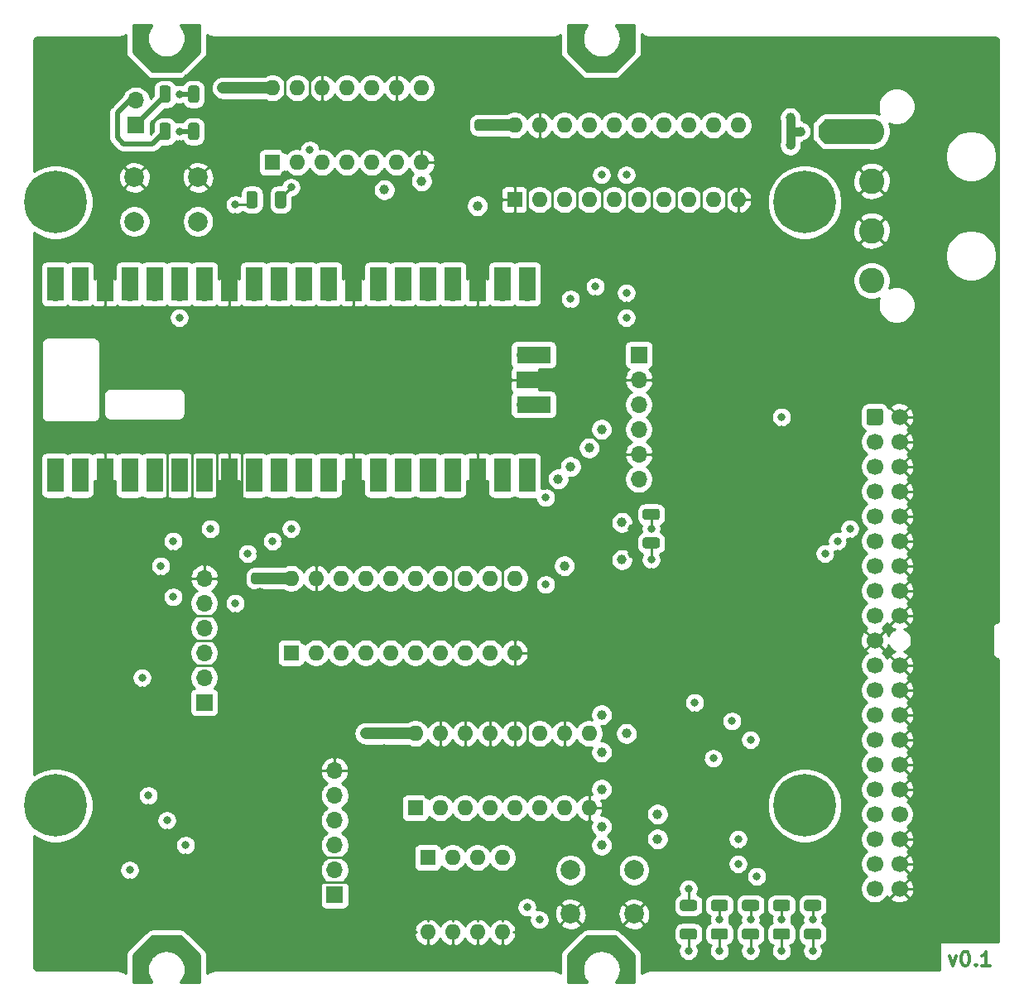
<source format=gbr>
%TF.GenerationSoftware,KiCad,Pcbnew,(5.1.9)-1*%
%TF.CreationDate,2021-10-24T18:26:44+08:00*%
%TF.ProjectId,XTA-35-TH,5854412d-3335-42d5-9448-2e6b69636164,rev?*%
%TF.SameCoordinates,Original*%
%TF.FileFunction,Copper,L1,Top*%
%TF.FilePolarity,Positive*%
%FSLAX46Y46*%
G04 Gerber Fmt 4.6, Leading zero omitted, Abs format (unit mm)*
G04 Created by KiCad (PCBNEW (5.1.9)-1) date 2021-10-24 18:26:44*
%MOMM*%
%LPD*%
G01*
G04 APERTURE LIST*
%TA.AperFunction,NonConductor*%
%ADD10C,0.300000*%
%TD*%
%TA.AperFunction,ComponentPad*%
%ADD11O,1.700000X1.700000*%
%TD*%
%TA.AperFunction,ComponentPad*%
%ADD12R,1.700000X1.700000*%
%TD*%
%TA.AperFunction,SMDPad,CuDef*%
%ADD13R,1.700000X3.500000*%
%TD*%
%TA.AperFunction,SMDPad,CuDef*%
%ADD14R,3.500000X1.700000*%
%TD*%
%TA.AperFunction,SMDPad,CuDef*%
%ADD15R,0.900000X1.200000*%
%TD*%
%TA.AperFunction,ComponentPad*%
%ADD16O,1.600000X1.600000*%
%TD*%
%TA.AperFunction,ComponentPad*%
%ADD17R,1.600000X1.600000*%
%TD*%
%TA.AperFunction,ComponentPad*%
%ADD18C,1.700000*%
%TD*%
%TA.AperFunction,ComponentPad*%
%ADD19C,1.000000*%
%TD*%
%TA.AperFunction,ComponentPad*%
%ADD20C,2.000000*%
%TD*%
%TA.AperFunction,ComponentPad*%
%ADD21C,2.600000*%
%TD*%
%TA.AperFunction,ComponentPad*%
%ADD22C,6.400000*%
%TD*%
%TA.AperFunction,ViaPad*%
%ADD23C,0.800000*%
%TD*%
%TA.AperFunction,ViaPad*%
%ADD24C,1.000000*%
%TD*%
%TA.AperFunction,Conductor*%
%ADD25C,0.250000*%
%TD*%
%TA.AperFunction,Conductor*%
%ADD26C,1.150000*%
%TD*%
%TA.AperFunction,Conductor*%
%ADD27C,0.500000*%
%TD*%
%TA.AperFunction,Conductor*%
%ADD28C,0.900000*%
%TD*%
%TA.AperFunction,Conductor*%
%ADD29C,0.254000*%
%TD*%
%TA.AperFunction,Conductor*%
%ADD30C,0.100000*%
%TD*%
G04 APERTURE END LIST*
D10*
X244479000Y-126297571D02*
X244836142Y-127297571D01*
X245193285Y-126297571D01*
X246050428Y-125797571D02*
X246193285Y-125797571D01*
X246336142Y-125869000D01*
X246407571Y-125940428D01*
X246479000Y-126083285D01*
X246550428Y-126369000D01*
X246550428Y-126726142D01*
X246479000Y-127011857D01*
X246407571Y-127154714D01*
X246336142Y-127226142D01*
X246193285Y-127297571D01*
X246050428Y-127297571D01*
X245907571Y-127226142D01*
X245836142Y-127154714D01*
X245764714Y-127011857D01*
X245693285Y-126726142D01*
X245693285Y-126369000D01*
X245764714Y-126083285D01*
X245836142Y-125940428D01*
X245907571Y-125869000D01*
X246050428Y-125797571D01*
X247193285Y-127154714D02*
X247264714Y-127226142D01*
X247193285Y-127297571D01*
X247121857Y-127226142D01*
X247193285Y-127154714D01*
X247193285Y-127297571D01*
X248693285Y-127297571D02*
X247836142Y-127297571D01*
X248264714Y-127297571D02*
X248264714Y-125797571D01*
X248121857Y-126011857D01*
X247979000Y-126154714D01*
X247836142Y-126226142D01*
D11*
%TO.P,U5,1*%
%TO.N,DBG_RX*%
X153035000Y-76200000D03*
%TO.P,U5,2*%
%TO.N,CFG_CLK*%
X155575000Y-76200000D03*
D12*
%TO.P,U5,3*%
%TO.N,GND*%
X158115000Y-76200000D03*
D11*
%TO.P,U5,4*%
%TO.N,CFG_LATCH*%
X160655000Y-76200000D03*
%TO.P,U5,5*%
%TO.N,SD1_CS*%
X163195000Y-76200000D03*
%TO.P,U5,6*%
%TO.N,D0_3V3*%
X165735000Y-76200000D03*
%TO.P,U5,7*%
%TO.N,D1_3V3*%
X168275000Y-76200000D03*
D12*
%TO.P,U5,8*%
%TO.N,GND*%
X170815000Y-76200000D03*
D11*
%TO.P,U5,9*%
%TO.N,D2_3V3*%
X173355000Y-76200000D03*
%TO.P,U5,10*%
%TO.N,D3_3V3*%
X175895000Y-76200000D03*
%TO.P,U5,11*%
%TO.N,D4_3V3*%
X178435000Y-76200000D03*
%TO.P,U5,12*%
%TO.N,D5_3V3*%
X180975000Y-76200000D03*
D12*
%TO.P,U5,13*%
%TO.N,GND*%
X183515000Y-76200000D03*
D11*
%TO.P,U5,14*%
%TO.N,D6_3V3*%
X186055000Y-76200000D03*
%TO.P,U5,15*%
%TO.N,D7_3V3*%
X188595000Y-76200000D03*
%TO.P,U5,16*%
%TO.N,A0_3V3*%
X191135000Y-76200000D03*
%TO.P,U5,17*%
%TO.N,A1_3V3*%
X193675000Y-76200000D03*
D12*
%TO.P,U5,18*%
%TO.N,GND*%
X196215000Y-76200000D03*
D11*
%TO.P,U5,19*%
%TO.N,AEN_3V3*%
X198755000Y-76200000D03*
%TO.P,U5,20*%
%TO.N,~DACK~_3V3*%
X201295000Y-76200000D03*
%TO.P,U5,21*%
%TO.N,SPI_RX*%
X201295000Y-58420000D03*
%TO.P,U5,22*%
%TO.N,~IOW~_3V3*%
X198755000Y-58420000D03*
D12*
%TO.P,U5,23*%
%TO.N,GND*%
X196215000Y-58420000D03*
D11*
%TO.P,U5,24*%
%TO.N,SPI_SCK*%
X193675000Y-58420000D03*
%TO.P,U5,25*%
%TO.N,SPI_TX*%
X191135000Y-58420000D03*
%TO.P,U5,26*%
%TO.N,~IOR~_3V3*%
X188595000Y-58420000D03*
%TO.P,U5,27*%
%TO.N,~RESET~_3V3*%
X186055000Y-58420000D03*
D12*
%TO.P,U5,28*%
%TO.N,GND*%
X183515000Y-58420000D03*
D11*
%TO.P,U5,29*%
%TO.N,DATA_DIR*%
X180975000Y-58420000D03*
%TO.P,U5,30*%
%TO.N,Net-(SW3-Pad1)*%
X178435000Y-58420000D03*
%TO.P,U5,31*%
%TO.N,~CS~_3V3*%
X175895000Y-58420000D03*
%TO.P,U5,32*%
%TO.N,~IRQ~_3V3*%
X173355000Y-58420000D03*
D12*
%TO.P,U5,33*%
%TO.N,GND*%
X170815000Y-58420000D03*
D11*
%TO.P,U5,34*%
%TO.N,~DRQ~_3V3*%
X168275000Y-58420000D03*
%TO.P,U5,35*%
%TO.N,/ADC_VREF*%
X165735000Y-58420000D03*
%TO.P,U5,36*%
%TO.N,+3V3*%
X163195000Y-58420000D03*
%TO.P,U5,37*%
%TO.N,/3V3_EN*%
X160655000Y-58420000D03*
D12*
%TO.P,U5,38*%
%TO.N,GND*%
X158115000Y-58420000D03*
D11*
%TO.P,U5,39*%
%TO.N,VSYS*%
X155575000Y-58420000D03*
%TO.P,U5,40*%
%TO.N,Net-(U5-Pad40)*%
X153035000Y-58420000D03*
D13*
%TO.P,U5,1*%
%TO.N,DBG_RX*%
X153035000Y-77100000D03*
%TO.P,U5,2*%
%TO.N,CFG_CLK*%
X155575000Y-77100000D03*
%TO.P,U5,3*%
%TO.N,GND*%
X158115000Y-77100000D03*
%TO.P,U5,4*%
%TO.N,CFG_LATCH*%
X160655000Y-77100000D03*
%TO.P,U5,5*%
%TO.N,SD1_CS*%
X163195000Y-77100000D03*
%TO.P,U5,6*%
%TO.N,D0_3V3*%
X165735000Y-77100000D03*
%TO.P,U5,7*%
%TO.N,D1_3V3*%
X168275000Y-77100000D03*
%TO.P,U5,8*%
%TO.N,GND*%
X170815000Y-77100000D03*
%TO.P,U5,9*%
%TO.N,D2_3V3*%
X173355000Y-77100000D03*
%TO.P,U5,10*%
%TO.N,D3_3V3*%
X175895000Y-77100000D03*
%TO.P,U5,11*%
%TO.N,D4_3V3*%
X178435000Y-77100000D03*
%TO.P,U5,12*%
%TO.N,D5_3V3*%
X180975000Y-77100000D03*
%TO.P,U5,13*%
%TO.N,GND*%
X183515000Y-77100000D03*
%TO.P,U5,14*%
%TO.N,D6_3V3*%
X186055000Y-77100000D03*
%TO.P,U5,15*%
%TO.N,D7_3V3*%
X188595000Y-77100000D03*
%TO.P,U5,16*%
%TO.N,A0_3V3*%
X191135000Y-77100000D03*
%TO.P,U5,17*%
%TO.N,A1_3V3*%
X193675000Y-77100000D03*
%TO.P,U5,18*%
%TO.N,GND*%
X196215000Y-77100000D03*
%TO.P,U5,19*%
%TO.N,AEN_3V3*%
X198755000Y-77100000D03*
%TO.P,U5,20*%
%TO.N,~DACK~_3V3*%
X201295000Y-77100000D03*
%TO.P,U5,40*%
%TO.N,Net-(U5-Pad40)*%
X153035000Y-57520000D03*
%TO.P,U5,39*%
%TO.N,VSYS*%
X155575000Y-57520000D03*
%TO.P,U5,38*%
%TO.N,GND*%
X158115000Y-57520000D03*
%TO.P,U5,37*%
%TO.N,/3V3_EN*%
X160655000Y-57520000D03*
%TO.P,U5,36*%
%TO.N,+3V3*%
X163195000Y-57520000D03*
%TO.P,U5,35*%
%TO.N,/ADC_VREF*%
X165735000Y-57520000D03*
%TO.P,U5,34*%
%TO.N,~DRQ~_3V3*%
X168275000Y-57520000D03*
%TO.P,U5,33*%
%TO.N,GND*%
X170815000Y-57520000D03*
%TO.P,U5,32*%
%TO.N,~IRQ~_3V3*%
X173355000Y-57520000D03*
%TO.P,U5,31*%
%TO.N,~CS~_3V3*%
X175895000Y-57520000D03*
%TO.P,U5,30*%
%TO.N,Net-(SW3-Pad1)*%
X178435000Y-57520000D03*
%TO.P,U5,29*%
%TO.N,DATA_DIR*%
X180975000Y-57520000D03*
%TO.P,U5,28*%
%TO.N,GND*%
X183515000Y-57520000D03*
%TO.P,U5,27*%
%TO.N,~RESET~_3V3*%
X186055000Y-57520000D03*
%TO.P,U5,26*%
%TO.N,~IOR~_3V3*%
X188595000Y-57520000D03*
%TO.P,U5,25*%
%TO.N,SPI_TX*%
X191135000Y-57520000D03*
%TO.P,U5,24*%
%TO.N,SPI_SCK*%
X193675000Y-57520000D03*
%TO.P,U5,23*%
%TO.N,GND*%
X196215000Y-57520000D03*
%TO.P,U5,22*%
%TO.N,~IOW~_3V3*%
X198755000Y-57520000D03*
%TO.P,U5,21*%
%TO.N,SPI_RX*%
X201295000Y-57520000D03*
D14*
%TO.P,U5,41*%
%TO.N,/SWCLK*%
X201965000Y-69850000D03*
D11*
X201065000Y-69850000D03*
D14*
%TO.P,U5,42*%
%TO.N,GND*%
X201965000Y-67310000D03*
D12*
X201065000Y-67310000D03*
D14*
%TO.P,U5,43*%
%TO.N,/SWDIO*%
X201965000Y-64770000D03*
D11*
X201065000Y-64770000D03*
%TD*%
D15*
%TO.P,D1,2*%
%TO.N,/5V_IN*%
X231520000Y-41910000D03*
%TO.P,D1,1*%
%TO.N,VSYS*%
X228220000Y-41910000D03*
%TD*%
D16*
%TO.P,U3,14*%
%TO.N,VSYS*%
X175260000Y-37465000D03*
%TO.P,U3,7*%
%TO.N,GND*%
X190500000Y-45085000D03*
%TO.P,U3,13*%
%TO.N,CFG_CLK*%
X177800000Y-37465000D03*
%TO.P,U3,6*%
%TO.N,IRQ*%
X187960000Y-45085000D03*
%TO.P,U3,12*%
%TO.N,GND*%
X180340000Y-37465000D03*
%TO.P,U3,5*%
%TO.N,Net-(R4-Pad1)*%
X185420000Y-45085000D03*
%TO.P,U3,11*%
%TO.N,Net-(R1-Pad2)*%
X182880000Y-37465000D03*
%TO.P,U3,4*%
%TO.N,~IRQ~_3V3*%
X182880000Y-45085000D03*
%TO.P,U3,10*%
%TO.N,CFG_CLK*%
X185420000Y-37465000D03*
%TO.P,U3,3*%
%TO.N,DRQ*%
X180340000Y-45085000D03*
%TO.P,U3,9*%
%TO.N,GND*%
X187960000Y-37465000D03*
%TO.P,U3,2*%
%TO.N,Net-(R4-Pad1)*%
X177800000Y-45085000D03*
%TO.P,U3,8*%
%TO.N,~DRIVE_ACTIVE*%
X190500000Y-37465000D03*
D17*
%TO.P,U3,1*%
%TO.N,~DRQ~_3V3*%
X175260000Y-45085000D03*
%TD*%
D16*
%TO.P,U4,16*%
%TO.N,+3V3*%
X189865000Y-103505000D03*
%TO.P,U4,8*%
%TO.N,GND*%
X207645000Y-111125000D03*
%TO.P,U4,15*%
X192405000Y-103505000D03*
%TO.P,U4,7*%
%TO.N,Net-(U4-Pad7)*%
X205105000Y-111125000D03*
%TO.P,U4,14*%
%TO.N,GND*%
X194945000Y-103505000D03*
%TO.P,U4,6*%
%TO.N,/OPTION_4*%
X202565000Y-111125000D03*
%TO.P,U4,13*%
%TO.N,GND*%
X197485000Y-103505000D03*
%TO.P,U4,5*%
%TO.N,/OPTION_3*%
X200025000Y-111125000D03*
%TO.P,U4,12*%
%TO.N,GND*%
X200025000Y-103505000D03*
%TO.P,U4,4*%
%TO.N,/RESET_INVERT*%
X197485000Y-111125000D03*
%TO.P,U4,11*%
%TO.N,/BOOT_INTERNAL*%
X202565000Y-103505000D03*
%TO.P,U4,3*%
%TO.N,/IRQ_SELECT*%
X194945000Y-111125000D03*
%TO.P,U4,10*%
%TO.N,GND*%
X205105000Y-103505000D03*
%TO.P,U4,2*%
%TO.N,CFG_CLK*%
X192405000Y-111125000D03*
%TO.P,U4,9*%
%TO.N,CFG_DATA*%
X207645000Y-103505000D03*
D17*
%TO.P,U4,1*%
%TO.N,CFG_LATCH*%
X189865000Y-111125000D03*
%TD*%
D16*
%TO.P,U1,20*%
%TO.N,+3V3*%
X177165000Y-87630000D03*
%TO.P,U1,10*%
%TO.N,GND*%
X200025000Y-95250000D03*
%TO.P,U1,19*%
X179705000Y-87630000D03*
%TO.P,U1,9*%
%TO.N,D7*%
X197485000Y-95250000D03*
%TO.P,U1,18*%
%TO.N,D0_3V3*%
X182245000Y-87630000D03*
%TO.P,U1,8*%
%TO.N,D6*%
X194945000Y-95250000D03*
%TO.P,U1,17*%
%TO.N,D1_3V3*%
X184785000Y-87630000D03*
%TO.P,U1,7*%
%TO.N,D5*%
X192405000Y-95250000D03*
%TO.P,U1,16*%
%TO.N,D2_3V3*%
X187325000Y-87630000D03*
%TO.P,U1,6*%
%TO.N,D4*%
X189865000Y-95250000D03*
%TO.P,U1,15*%
%TO.N,D3_3V3*%
X189865000Y-87630000D03*
%TO.P,U1,5*%
%TO.N,D3*%
X187325000Y-95250000D03*
%TO.P,U1,14*%
%TO.N,D4_3V3*%
X192405000Y-87630000D03*
%TO.P,U1,4*%
%TO.N,D2*%
X184785000Y-95250000D03*
%TO.P,U1,13*%
%TO.N,D5_3V3*%
X194945000Y-87630000D03*
%TO.P,U1,3*%
%TO.N,D1*%
X182245000Y-95250000D03*
%TO.P,U1,12*%
%TO.N,D6_3V3*%
X197485000Y-87630000D03*
%TO.P,U1,2*%
%TO.N,D0*%
X179705000Y-95250000D03*
%TO.P,U1,11*%
%TO.N,D7_3V3*%
X200025000Y-87630000D03*
D17*
%TO.P,U1,1*%
%TO.N,DATA_DIR*%
X177165000Y-95250000D03*
%TD*%
D16*
%TO.P,U2,20*%
%TO.N,+3V3*%
X200025000Y-41275000D03*
%TO.P,U2,10*%
%TO.N,GND*%
X222885000Y-48895000D03*
%TO.P,U2,19*%
X202565000Y-41275000D03*
%TO.P,U2,9*%
%TO.N,~IOW*%
X220345000Y-48895000D03*
%TO.P,U2,18*%
%TO.N,A0_3V3*%
X205105000Y-41275000D03*
%TO.P,U2,8*%
%TO.N,~IOR*%
X217805000Y-48895000D03*
%TO.P,U2,17*%
%TO.N,A1_3V3*%
X207645000Y-41275000D03*
%TO.P,U2,7*%
%TO.N,~RESET*%
X215265000Y-48895000D03*
%TO.P,U2,16*%
%TO.N,AEN_3V3*%
X210185000Y-41275000D03*
%TO.P,U2,6*%
%TO.N,~CS*%
X212725000Y-48895000D03*
%TO.P,U2,15*%
%TO.N,~DACK~_3V3*%
X212725000Y-41275000D03*
%TO.P,U2,5*%
%TO.N,~DACK*%
X210185000Y-48895000D03*
%TO.P,U2,14*%
%TO.N,~CS~_3V3*%
X215265000Y-41275000D03*
%TO.P,U2,4*%
%TO.N,AEN*%
X207645000Y-48895000D03*
%TO.P,U2,13*%
%TO.N,~RESET~_3V3*%
X217805000Y-41275000D03*
%TO.P,U2,3*%
%TO.N,A1*%
X205105000Y-48895000D03*
%TO.P,U2,12*%
%TO.N,~IOR~_3V3*%
X220345000Y-41275000D03*
%TO.P,U2,2*%
%TO.N,A0*%
X202565000Y-48895000D03*
%TO.P,U2,11*%
%TO.N,~IOW~_3V3*%
X222885000Y-41275000D03*
D17*
%TO.P,U2,1*%
%TO.N,GND*%
X200025000Y-48895000D03*
%TD*%
%TO.P,C2,2*%
%TO.N,GND*%
%TA.AperFunction,SMDPad,CuDef*%
G36*
G01*
X196199999Y-43650000D02*
X197500001Y-43650000D01*
G75*
G02*
X197750000Y-43899999I0J-249999D01*
G01*
X197750000Y-44550001D01*
G75*
G02*
X197500001Y-44800000I-249999J0D01*
G01*
X196199999Y-44800000D01*
G75*
G02*
X195950000Y-44550001I0J249999D01*
G01*
X195950000Y-43899999D01*
G75*
G02*
X196199999Y-43650000I249999J0D01*
G01*
G37*
%TD.AperFunction*%
%TO.P,C2,1*%
%TO.N,+3V3*%
%TA.AperFunction,SMDPad,CuDef*%
G36*
G01*
X196199999Y-40700000D02*
X197500001Y-40700000D01*
G75*
G02*
X197750000Y-40949999I0J-249999D01*
G01*
X197750000Y-41600001D01*
G75*
G02*
X197500001Y-41850000I-249999J0D01*
G01*
X196199999Y-41850000D01*
G75*
G02*
X195950000Y-41600001I0J249999D01*
G01*
X195950000Y-40949999D01*
G75*
G02*
X196199999Y-40700000I249999J0D01*
G01*
G37*
%TD.AperFunction*%
%TD*%
%TO.P,C1,2*%
%TO.N,GND*%
%TA.AperFunction,SMDPad,CuDef*%
G36*
G01*
X173339999Y-90005000D02*
X174640001Y-90005000D01*
G75*
G02*
X174890000Y-90254999I0J-249999D01*
G01*
X174890000Y-90905001D01*
G75*
G02*
X174640001Y-91155000I-249999J0D01*
G01*
X173339999Y-91155000D01*
G75*
G02*
X173090000Y-90905001I0J249999D01*
G01*
X173090000Y-90254999D01*
G75*
G02*
X173339999Y-90005000I249999J0D01*
G01*
G37*
%TD.AperFunction*%
%TO.P,C1,1*%
%TO.N,+3V3*%
%TA.AperFunction,SMDPad,CuDef*%
G36*
G01*
X173339999Y-87055000D02*
X174640001Y-87055000D01*
G75*
G02*
X174890000Y-87304999I0J-249999D01*
G01*
X174890000Y-87955001D01*
G75*
G02*
X174640001Y-88205000I-249999J0D01*
G01*
X173339999Y-88205000D01*
G75*
G02*
X173090000Y-87955001I0J249999D01*
G01*
X173090000Y-87304999D01*
G75*
G02*
X173339999Y-87055000I249999J0D01*
G01*
G37*
%TD.AperFunction*%
%TD*%
%TO.P,C4,2*%
%TO.N,GND*%
%TA.AperFunction,SMDPad,CuDef*%
G36*
G01*
X186039999Y-105880000D02*
X187340001Y-105880000D01*
G75*
G02*
X187590000Y-106129999I0J-249999D01*
G01*
X187590000Y-106780001D01*
G75*
G02*
X187340001Y-107030000I-249999J0D01*
G01*
X186039999Y-107030000D01*
G75*
G02*
X185790000Y-106780001I0J249999D01*
G01*
X185790000Y-106129999D01*
G75*
G02*
X186039999Y-105880000I249999J0D01*
G01*
G37*
%TD.AperFunction*%
%TO.P,C4,1*%
%TO.N,+3V3*%
%TA.AperFunction,SMDPad,CuDef*%
G36*
G01*
X186039999Y-102930000D02*
X187340001Y-102930000D01*
G75*
G02*
X187590000Y-103179999I0J-249999D01*
G01*
X187590000Y-103830001D01*
G75*
G02*
X187340001Y-104080000I-249999J0D01*
G01*
X186039999Y-104080000D01*
G75*
G02*
X185790000Y-103830001I0J249999D01*
G01*
X185790000Y-103179999D01*
G75*
G02*
X186039999Y-102930000I249999J0D01*
G01*
G37*
%TD.AperFunction*%
%TD*%
%TO.P,C3,2*%
%TO.N,GND*%
%TA.AperFunction,SMDPad,CuDef*%
G36*
G01*
X171434999Y-39840000D02*
X172735001Y-39840000D01*
G75*
G02*
X172985000Y-40089999I0J-249999D01*
G01*
X172985000Y-40740001D01*
G75*
G02*
X172735001Y-40990000I-249999J0D01*
G01*
X171434999Y-40990000D01*
G75*
G02*
X171185000Y-40740001I0J249999D01*
G01*
X171185000Y-40089999D01*
G75*
G02*
X171434999Y-39840000I249999J0D01*
G01*
G37*
%TD.AperFunction*%
%TO.P,C3,1*%
%TO.N,VSYS*%
%TA.AperFunction,SMDPad,CuDef*%
G36*
G01*
X171434999Y-36890000D02*
X172735001Y-36890000D01*
G75*
G02*
X172985000Y-37139999I0J-249999D01*
G01*
X172985000Y-37790001D01*
G75*
G02*
X172735001Y-38040000I-249999J0D01*
G01*
X171434999Y-38040000D01*
G75*
G02*
X171185000Y-37790001I0J249999D01*
G01*
X171185000Y-37139999D01*
G75*
G02*
X171434999Y-36890000I249999J0D01*
G01*
G37*
%TD.AperFunction*%
%TD*%
%TO.P,R4,2*%
%TO.N,VSYS*%
%TA.AperFunction,SMDPad,CuDef*%
G36*
G01*
X173725000Y-48269999D02*
X173725000Y-49520001D01*
G75*
G02*
X173475001Y-49770000I-249999J0D01*
G01*
X172849999Y-49770000D01*
G75*
G02*
X172600000Y-49520001I0J249999D01*
G01*
X172600000Y-48269999D01*
G75*
G02*
X172849999Y-48020000I249999J0D01*
G01*
X173475001Y-48020000D01*
G75*
G02*
X173725000Y-48269999I0J-249999D01*
G01*
G37*
%TD.AperFunction*%
%TO.P,R4,1*%
%TO.N,Net-(R4-Pad1)*%
%TA.AperFunction,SMDPad,CuDef*%
G36*
G01*
X176650000Y-48269999D02*
X176650000Y-49520001D01*
G75*
G02*
X176400001Y-49770000I-249999J0D01*
G01*
X175774999Y-49770000D01*
G75*
G02*
X175525000Y-49520001I0J249999D01*
G01*
X175525000Y-48269999D01*
G75*
G02*
X175774999Y-48020000I249999J0D01*
G01*
X176400001Y-48020000D01*
G75*
G02*
X176650000Y-48269999I0J-249999D01*
G01*
G37*
%TD.AperFunction*%
%TD*%
D11*
%TO.P,J6,6*%
%TO.N,DBG_RX*%
X212725000Y-77470000D03*
%TO.P,J6,5*%
%TO.N,GND*%
X212725000Y-74930000D03*
%TO.P,J6,4*%
%TO.N,CFG_CLK*%
X212725000Y-72390000D03*
%TO.P,J6,3*%
%TO.N,/SWCLK*%
X212725000Y-69850000D03*
%TO.P,J6,2*%
%TO.N,GND*%
X212725000Y-67310000D03*
D12*
%TO.P,J6,1*%
%TO.N,/SWDIO*%
X212725000Y-64770000D03*
%TD*%
%TO.P,R3,2*%
%TO.N,CFG_DATA*%
%TA.AperFunction,SMDPad,CuDef*%
G36*
G01*
X213369999Y-83450000D02*
X214620001Y-83450000D01*
G75*
G02*
X214870000Y-83699999I0J-249999D01*
G01*
X214870000Y-84325001D01*
G75*
G02*
X214620001Y-84575000I-249999J0D01*
G01*
X213369999Y-84575000D01*
G75*
G02*
X213120000Y-84325001I0J249999D01*
G01*
X213120000Y-83699999D01*
G75*
G02*
X213369999Y-83450000I249999J0D01*
G01*
G37*
%TD.AperFunction*%
%TO.P,R3,1*%
%TO.N,DBG_RX*%
%TA.AperFunction,SMDPad,CuDef*%
G36*
G01*
X213369999Y-80525000D02*
X214620001Y-80525000D01*
G75*
G02*
X214870000Y-80774999I0J-249999D01*
G01*
X214870000Y-81400001D01*
G75*
G02*
X214620001Y-81650000I-249999J0D01*
G01*
X213369999Y-81650000D01*
G75*
G02*
X213120000Y-81400001I0J249999D01*
G01*
X213120000Y-80774999D01*
G75*
G02*
X213369999Y-80525000I249999J0D01*
G01*
G37*
%TD.AperFunction*%
%TD*%
D11*
%TO.P,J5,6*%
%TO.N,GND*%
X168275000Y-87630000D03*
%TO.P,J5,5*%
%TO.N,SPI_RX*%
X168275000Y-90170000D03*
%TO.P,J5,4*%
%TO.N,SPI_SCK*%
X168275000Y-92710000D03*
%TO.P,J5,3*%
%TO.N,SPI_TX*%
X168275000Y-95250000D03*
%TO.P,J5,2*%
%TO.N,SD1_CS*%
X168275000Y-97790000D03*
D12*
%TO.P,J5,1*%
%TO.N,+3V3*%
X168275000Y-100330000D03*
%TD*%
D11*
%TO.P,J4,6*%
%TO.N,GND*%
X181610000Y-107315000D03*
%TO.P,J4,5*%
%TO.N,SPI_RX*%
X181610000Y-109855000D03*
%TO.P,J4,4*%
%TO.N,SPI_SCK*%
X181610000Y-112395000D03*
%TO.P,J4,3*%
%TO.N,SPI_TX*%
X181610000Y-114935000D03*
%TO.P,J4,2*%
%TO.N,CFG_LATCH*%
X181610000Y-117475000D03*
D12*
%TO.P,J4,1*%
%TO.N,+3V3*%
X181610000Y-120015000D03*
%TD*%
D18*
%TO.P,J1,40*%
%TO.N,GND*%
X239395000Y-119380000D03*
%TO.P,J1,38*%
X239395000Y-116840000D03*
%TO.P,J1,36*%
X239395000Y-114300000D03*
%TO.P,J1,34*%
%TO.N,Net-(J1-Pad34)*%
X239395000Y-111760000D03*
%TO.P,J1,32*%
%TO.N,GND*%
X239395000Y-109220000D03*
%TO.P,J1,30*%
X239395000Y-106680000D03*
%TO.P,J1,28*%
X239395000Y-104140000D03*
%TO.P,J1,26*%
X239395000Y-101600000D03*
%TO.P,J1,24*%
X239395000Y-99060000D03*
%TO.P,J1,22*%
X239395000Y-96520000D03*
%TO.P,J1,18*%
X239395000Y-91440000D03*
%TO.P,J1,16*%
X239395000Y-88900000D03*
%TO.P,J1,14*%
X239395000Y-86360000D03*
%TO.P,J1,12*%
X239395000Y-83820000D03*
%TO.P,J1,10*%
X239395000Y-81280000D03*
%TO.P,J1,8*%
X239395000Y-78740000D03*
%TO.P,J1,6*%
X239395000Y-76200000D03*
%TO.P,J1,4*%
X239395000Y-73660000D03*
%TO.P,J1,2*%
X239395000Y-71120000D03*
%TO.P,J1,39*%
%TO.N,~DRIVE_ACTIVE*%
X236855000Y-119380000D03*
%TO.P,J1,37*%
%TO.N,~CS*%
X236855000Y-116840000D03*
%TO.P,J1,35*%
%TO.N,A0*%
X236855000Y-114300000D03*
%TO.P,J1,33*%
%TO.N,A1*%
X236855000Y-111760000D03*
%TO.P,J1,31*%
%TO.N,IRQ*%
X236855000Y-109220000D03*
%TO.P,J1,29*%
%TO.N,DRQ*%
X236855000Y-106680000D03*
%TO.P,J1,27*%
%TO.N,~DACK*%
X236855000Y-104140000D03*
%TO.P,J1,25*%
%TO.N,~IOR*%
X236855000Y-101600000D03*
%TO.P,J1,23*%
%TO.N,~IOW*%
X236855000Y-99060000D03*
%TO.P,J1,21*%
%TO.N,AEN*%
X236855000Y-96520000D03*
%TO.P,J1,19*%
%TO.N,GND*%
X236855000Y-93980000D03*
%TO.P,J1,17*%
%TO.N,D0*%
X236855000Y-91440000D03*
%TO.P,J1,15*%
%TO.N,D1*%
X236855000Y-88900000D03*
%TO.P,J1,13*%
%TO.N,D2*%
X236855000Y-86360000D03*
%TO.P,J1,11*%
%TO.N,D3*%
X236855000Y-83820000D03*
%TO.P,J1,9*%
%TO.N,D4*%
X236855000Y-81280000D03*
%TO.P,J1,7*%
%TO.N,D5*%
X236855000Y-78740000D03*
%TO.P,J1,5*%
%TO.N,D6*%
X236855000Y-76200000D03*
%TO.P,J1,3*%
%TO.N,D7*%
X236855000Y-73660000D03*
%TO.P,J1,1*%
%TO.N,~RESET*%
%TA.AperFunction,ComponentPad*%
G36*
G01*
X236005000Y-71720000D02*
X236005000Y-70520000D01*
G75*
G02*
X236255000Y-70270000I250000J0D01*
G01*
X237455000Y-70270000D01*
G75*
G02*
X237705000Y-70520000I0J-250000D01*
G01*
X237705000Y-71720000D01*
G75*
G02*
X237455000Y-71970000I-250000J0D01*
G01*
X236255000Y-71970000D01*
G75*
G02*
X236005000Y-71720000I0J250000D01*
G01*
G37*
%TD.AperFunction*%
%TD*%
%TO.P,R2,2*%
%TO.N,Net-(J3-Pad1)*%
%TA.AperFunction,SMDPad,CuDef*%
G36*
G01*
X164835000Y-37474999D02*
X164835000Y-38725001D01*
G75*
G02*
X164585001Y-38975000I-249999J0D01*
G01*
X163959999Y-38975000D01*
G75*
G02*
X163710000Y-38725001I0J249999D01*
G01*
X163710000Y-37474999D01*
G75*
G02*
X163959999Y-37225000I249999J0D01*
G01*
X164585001Y-37225000D01*
G75*
G02*
X164835000Y-37474999I0J-249999D01*
G01*
G37*
%TD.AperFunction*%
%TO.P,R2,1*%
%TO.N,VSYS*%
%TA.AperFunction,SMDPad,CuDef*%
G36*
G01*
X167760000Y-37474999D02*
X167760000Y-38725001D01*
G75*
G02*
X167510001Y-38975000I-249999J0D01*
G01*
X166884999Y-38975000D01*
G75*
G02*
X166635000Y-38725001I0J249999D01*
G01*
X166635000Y-37474999D01*
G75*
G02*
X166884999Y-37225000I249999J0D01*
G01*
X167510001Y-37225000D01*
G75*
G02*
X167760000Y-37474999I0J-249999D01*
G01*
G37*
%TD.AperFunction*%
%TD*%
%TO.P,R1,2*%
%TO.N,Net-(R1-Pad2)*%
%TA.AperFunction,SMDPad,CuDef*%
G36*
G01*
X166635000Y-42535001D02*
X166635000Y-41284999D01*
G75*
G02*
X166884999Y-41035000I249999J0D01*
G01*
X167510001Y-41035000D01*
G75*
G02*
X167760000Y-41284999I0J-249999D01*
G01*
X167760000Y-42535001D01*
G75*
G02*
X167510001Y-42785000I-249999J0D01*
G01*
X166884999Y-42785000D01*
G75*
G02*
X166635000Y-42535001I0J249999D01*
G01*
G37*
%TD.AperFunction*%
%TO.P,R1,1*%
%TO.N,Net-(J3-Pad2)*%
%TA.AperFunction,SMDPad,CuDef*%
G36*
G01*
X163710000Y-42535001D02*
X163710000Y-41284999D01*
G75*
G02*
X163959999Y-41035000I249999J0D01*
G01*
X164585001Y-41035000D01*
G75*
G02*
X164835000Y-41284999I0J-249999D01*
G01*
X164835000Y-42535001D01*
G75*
G02*
X164585001Y-42785000I-249999J0D01*
G01*
X163959999Y-42785000D01*
G75*
G02*
X163710000Y-42535001I0J249999D01*
G01*
G37*
%TD.AperFunction*%
%TD*%
D19*
%TO.P,MH3,1*%
%TO.N,/MOUNTING_3*%
X161945449Y-128254482D03*
X166894495Y-127111904D03*
X166411547Y-126076220D03*
X163296537Y-125357063D03*
X166874551Y-128254482D03*
X161925505Y-127111904D03*
X162408453Y-126076220D03*
X165523463Y-125357063D03*
X164410000Y-125100000D03*
%TD*%
%TO.P,MH2,1*%
%TO.N,/MOUNTING_2*%
X211374551Y-31775518D03*
X206425505Y-32918096D03*
X206908453Y-33953780D03*
X210023463Y-34672937D03*
X206445449Y-31775518D03*
X211394495Y-32918096D03*
X210911547Y-33953780D03*
X207796537Y-34672937D03*
X208910000Y-34930000D03*
%TD*%
%TO.P,MH1,1*%
%TO.N,/MOUNTING_1*%
X166874551Y-31775518D03*
X161925505Y-32918096D03*
X162408453Y-33953780D03*
X165523463Y-34672937D03*
X161945449Y-31775518D03*
X166894495Y-32918096D03*
X166411547Y-33953780D03*
X163296537Y-34672937D03*
X164410000Y-34930000D03*
%TD*%
%TO.P,MH4,1*%
%TO.N,/MOUNTING_4*%
X206445449Y-128254482D03*
X211394495Y-127111904D03*
X210911547Y-126076220D03*
X207796537Y-125357063D03*
X211374551Y-128254482D03*
X206425505Y-127111904D03*
X206908453Y-126076220D03*
X210023463Y-125357063D03*
X208910000Y-125100000D03*
%TD*%
D20*
%TO.P,SW3,1*%
%TO.N,Net-(SW3-Pad1)*%
X161140000Y-51120000D03*
%TO.P,SW3,2*%
%TO.N,GND*%
X161140000Y-46620000D03*
%TO.P,SW3,1*%
%TO.N,Net-(SW3-Pad1)*%
X167640000Y-51120000D03*
%TO.P,SW3,2*%
%TO.N,GND*%
X167640000Y-46620000D03*
%TD*%
%TO.P,SW2,1*%
%TO.N,/BOOT_INTERNAL*%
X212240000Y-117475000D03*
%TO.P,SW2,2*%
%TO.N,GND*%
X212240000Y-121975000D03*
%TO.P,SW2,1*%
%TO.N,/BOOT_INTERNAL*%
X205740000Y-117475000D03*
%TO.P,SW2,2*%
%TO.N,GND*%
X205740000Y-121975000D03*
%TD*%
D17*
%TO.P,SW1,1*%
%TO.N,/IRQ_SELECT*%
X191135000Y-116205000D03*
D16*
%TO.P,SW1,5*%
%TO.N,GND*%
X198755000Y-123825000D03*
%TO.P,SW1,2*%
%TO.N,/RESET_INVERT*%
X193675000Y-116205000D03*
%TO.P,SW1,6*%
%TO.N,GND*%
X196215000Y-123825000D03*
%TO.P,SW1,3*%
%TO.N,/OPTION_3*%
X196215000Y-116205000D03*
%TO.P,SW1,7*%
%TO.N,GND*%
X193675000Y-123825000D03*
%TO.P,SW1,4*%
%TO.N,/OPTION_4*%
X198755000Y-116205000D03*
%TO.P,SW1,8*%
%TO.N,GND*%
X191135000Y-123825000D03*
%TD*%
%TO.P,R9,2*%
%TO.N,/BOOT_INTERNAL*%
%TA.AperFunction,SMDPad,CuDef*%
G36*
G01*
X229879999Y-123455000D02*
X231130001Y-123455000D01*
G75*
G02*
X231380000Y-123704999I0J-249999D01*
G01*
X231380000Y-124330001D01*
G75*
G02*
X231130001Y-124580000I-249999J0D01*
G01*
X229879999Y-124580000D01*
G75*
G02*
X229630000Y-124330001I0J249999D01*
G01*
X229630000Y-123704999D01*
G75*
G02*
X229879999Y-123455000I249999J0D01*
G01*
G37*
%TD.AperFunction*%
%TO.P,R9,1*%
%TO.N,+3V3*%
%TA.AperFunction,SMDPad,CuDef*%
G36*
G01*
X229879999Y-120530000D02*
X231130001Y-120530000D01*
G75*
G02*
X231380000Y-120779999I0J-249999D01*
G01*
X231380000Y-121405001D01*
G75*
G02*
X231130001Y-121655000I-249999J0D01*
G01*
X229879999Y-121655000D01*
G75*
G02*
X229630000Y-121405001I0J249999D01*
G01*
X229630000Y-120779999D01*
G75*
G02*
X229879999Y-120530000I249999J0D01*
G01*
G37*
%TD.AperFunction*%
%TD*%
%TO.P,R5,2*%
%TO.N,/IRQ_SELECT*%
%TA.AperFunction,SMDPad,CuDef*%
G36*
G01*
X217179999Y-123455000D02*
X218430001Y-123455000D01*
G75*
G02*
X218680000Y-123704999I0J-249999D01*
G01*
X218680000Y-124330001D01*
G75*
G02*
X218430001Y-124580000I-249999J0D01*
G01*
X217179999Y-124580000D01*
G75*
G02*
X216930000Y-124330001I0J249999D01*
G01*
X216930000Y-123704999D01*
G75*
G02*
X217179999Y-123455000I249999J0D01*
G01*
G37*
%TD.AperFunction*%
%TO.P,R5,1*%
%TO.N,+3V3*%
%TA.AperFunction,SMDPad,CuDef*%
G36*
G01*
X217179999Y-120530000D02*
X218430001Y-120530000D01*
G75*
G02*
X218680000Y-120779999I0J-249999D01*
G01*
X218680000Y-121405001D01*
G75*
G02*
X218430001Y-121655000I-249999J0D01*
G01*
X217179999Y-121655000D01*
G75*
G02*
X216930000Y-121405001I0J249999D01*
G01*
X216930000Y-120779999D01*
G75*
G02*
X217179999Y-120530000I249999J0D01*
G01*
G37*
%TD.AperFunction*%
%TD*%
%TO.P,R7,2*%
%TO.N,/OPTION_4*%
%TA.AperFunction,SMDPad,CuDef*%
G36*
G01*
X223529999Y-123455000D02*
X224780001Y-123455000D01*
G75*
G02*
X225030000Y-123704999I0J-249999D01*
G01*
X225030000Y-124330001D01*
G75*
G02*
X224780001Y-124580000I-249999J0D01*
G01*
X223529999Y-124580000D01*
G75*
G02*
X223280000Y-124330001I0J249999D01*
G01*
X223280000Y-123704999D01*
G75*
G02*
X223529999Y-123455000I249999J0D01*
G01*
G37*
%TD.AperFunction*%
%TO.P,R7,1*%
%TO.N,+3V3*%
%TA.AperFunction,SMDPad,CuDef*%
G36*
G01*
X223529999Y-120530000D02*
X224780001Y-120530000D01*
G75*
G02*
X225030000Y-120779999I0J-249999D01*
G01*
X225030000Y-121405001D01*
G75*
G02*
X224780001Y-121655000I-249999J0D01*
G01*
X223529999Y-121655000D01*
G75*
G02*
X223280000Y-121405001I0J249999D01*
G01*
X223280000Y-120779999D01*
G75*
G02*
X223529999Y-120530000I249999J0D01*
G01*
G37*
%TD.AperFunction*%
%TD*%
%TO.P,R6,2*%
%TO.N,/OPTION_3*%
%TA.AperFunction,SMDPad,CuDef*%
G36*
G01*
X220354999Y-123455000D02*
X221605001Y-123455000D01*
G75*
G02*
X221855000Y-123704999I0J-249999D01*
G01*
X221855000Y-124330001D01*
G75*
G02*
X221605001Y-124580000I-249999J0D01*
G01*
X220354999Y-124580000D01*
G75*
G02*
X220105000Y-124330001I0J249999D01*
G01*
X220105000Y-123704999D01*
G75*
G02*
X220354999Y-123455000I249999J0D01*
G01*
G37*
%TD.AperFunction*%
%TO.P,R6,1*%
%TO.N,+3V3*%
%TA.AperFunction,SMDPad,CuDef*%
G36*
G01*
X220354999Y-120530000D02*
X221605001Y-120530000D01*
G75*
G02*
X221855000Y-120779999I0J-249999D01*
G01*
X221855000Y-121405001D01*
G75*
G02*
X221605001Y-121655000I-249999J0D01*
G01*
X220354999Y-121655000D01*
G75*
G02*
X220105000Y-121405001I0J249999D01*
G01*
X220105000Y-120779999D01*
G75*
G02*
X220354999Y-120530000I249999J0D01*
G01*
G37*
%TD.AperFunction*%
%TD*%
%TO.P,R8,2*%
%TO.N,/RESET_INVERT*%
%TA.AperFunction,SMDPad,CuDef*%
G36*
G01*
X226704999Y-123455000D02*
X227955001Y-123455000D01*
G75*
G02*
X228205000Y-123704999I0J-249999D01*
G01*
X228205000Y-124330001D01*
G75*
G02*
X227955001Y-124580000I-249999J0D01*
G01*
X226704999Y-124580000D01*
G75*
G02*
X226455000Y-124330001I0J249999D01*
G01*
X226455000Y-123704999D01*
G75*
G02*
X226704999Y-123455000I249999J0D01*
G01*
G37*
%TD.AperFunction*%
%TO.P,R8,1*%
%TO.N,+3V3*%
%TA.AperFunction,SMDPad,CuDef*%
G36*
G01*
X226704999Y-120530000D02*
X227955001Y-120530000D01*
G75*
G02*
X228205000Y-120779999I0J-249999D01*
G01*
X228205000Y-121405001D01*
G75*
G02*
X227955001Y-121655000I-249999J0D01*
G01*
X226704999Y-121655000D01*
G75*
G02*
X226455000Y-121405001I0J249999D01*
G01*
X226455000Y-120779999D01*
G75*
G02*
X226704999Y-120530000I249999J0D01*
G01*
G37*
%TD.AperFunction*%
%TD*%
D11*
%TO.P,J3,2*%
%TO.N,Net-(J3-Pad2)*%
X161290000Y-38735000D03*
D12*
%TO.P,J3,1*%
%TO.N,Net-(J3-Pad1)*%
X161290000Y-41275000D03*
%TD*%
D21*
%TO.P,J2,4*%
%TO.N,/5V_IN*%
X236550000Y-41910000D03*
%TO.P,J2,3*%
%TO.N,GND*%
X236550000Y-46990000D03*
%TO.P,J2,2*%
X236550000Y-52070000D03*
%TO.P,J2,1*%
%TO.N,Net-(J2-Pad1)*%
X236550000Y-57150000D03*
%TD*%
D22*
%TO.P,MH5,1*%
%TO.N,N/C*%
X153090000Y-49150000D03*
%TD*%
%TO.P,MH7,1*%
%TO.N,N/C*%
X153090000Y-110870000D03*
%TD*%
%TO.P,MH8,1*%
%TO.N,N/C*%
X229690000Y-110870000D03*
%TD*%
%TO.P,MH6,1*%
%TO.N,N/C*%
X229690000Y-49150000D03*
%TD*%
D23*
%TO.N,GND*%
X234315000Y-83820000D03*
X233045000Y-85090000D03*
X227330000Y-72390000D03*
D24*
X175260000Y-39370000D03*
D23*
X167640000Y-82550000D03*
X165100000Y-85090000D03*
X173990000Y-85090000D03*
X176530000Y-83820000D03*
X163830000Y-87630000D03*
D24*
X181610000Y-121920000D03*
X170180000Y-100330000D03*
D23*
X180340000Y-116205000D03*
X180340000Y-111125000D03*
X191135000Y-109855000D03*
X234950000Y-111760000D03*
X166370000Y-116205000D03*
X160655000Y-118745000D03*
X161925000Y-99060000D03*
X162560000Y-111125000D03*
X164465000Y-113665000D03*
X169545000Y-96520000D03*
X167005000Y-91440000D03*
D24*
X173990000Y-89105000D03*
X173990000Y-92055000D03*
X195580000Y-42750000D03*
D23*
X222885000Y-103505000D03*
X218440000Y-101600000D03*
X219075000Y-106045000D03*
X211455000Y-59690000D03*
X222885000Y-115570000D03*
X223520000Y-118110000D03*
D24*
X210185000Y-71755000D03*
X203200000Y-78105000D03*
X206375000Y-74930000D03*
X208915000Y-116840000D03*
X215900000Y-115570000D03*
X209550000Y-103505000D03*
X216535000Y-112395000D03*
X186690000Y-105055010D03*
X177165000Y-89535000D03*
X204470000Y-87630000D03*
X212090000Y-82550000D03*
X212090000Y-85090000D03*
D23*
X221615000Y-42545000D03*
X216535000Y-42545000D03*
X211455000Y-42545000D03*
X208915000Y-42545000D03*
X220345000Y-46990000D03*
X217805000Y-46990000D03*
X215265000Y-46990000D03*
X212725000Y-46990000D03*
X210185000Y-46990000D03*
X207645000Y-46990000D03*
X205105000Y-46990000D03*
X193675000Y-93980000D03*
X188595000Y-93980000D03*
X183515000Y-93980000D03*
X178435000Y-93980000D03*
X198755000Y-86360000D03*
X193675000Y-86360000D03*
X188595000Y-88900000D03*
X183515000Y-88900000D03*
X184150000Y-43815000D03*
X176530000Y-43815000D03*
D24*
X170180000Y-35560000D03*
X229870000Y-43180000D03*
X229870000Y-40640000D03*
D23*
X213995000Y-86995000D03*
D24*
X186690000Y-46355000D03*
X197485000Y-50800000D03*
D23*
X171450000Y-91440000D03*
X163830000Y-89535000D03*
X177800000Y-43180000D03*
X181610000Y-43815000D03*
X165735000Y-43180000D03*
X165735000Y-36830000D03*
X171450000Y-50673000D03*
X208280000Y-59055000D03*
X205740000Y-60325000D03*
X176530000Y-46355000D03*
D24*
%TO.N,+3V3*%
X208915000Y-72390000D03*
X196215000Y-49530000D03*
D23*
X230505000Y-122555000D03*
X227330000Y-122555000D03*
X224155000Y-122555000D03*
X220980000Y-122555000D03*
X217805000Y-119380000D03*
D24*
X184785000Y-103505000D03*
X204470000Y-77470000D03*
X205740000Y-76200000D03*
X207645000Y-74295000D03*
X208915000Y-114935000D03*
X214630000Y-114300000D03*
X208915000Y-109220000D03*
X208915000Y-105410000D03*
X208915000Y-101600000D03*
X211455000Y-103505000D03*
X214630000Y-111760000D03*
X208915000Y-113030000D03*
X205105000Y-86360000D03*
X211010010Y-85725000D03*
X211010010Y-81915000D03*
X190500000Y-46990000D03*
X186690000Y-47879000D03*
%TO.N,VSYS*%
X229235000Y-41910000D03*
D23*
X165735000Y-38100000D03*
D24*
X228219000Y-40513000D03*
X228219000Y-43307000D03*
X170180000Y-37465000D03*
D23*
X171450000Y-49403000D03*
%TO.N,Net-(R1-Pad2)*%
X165735000Y-41910000D03*
%TO.N,CFG_DATA*%
X213995000Y-85725000D03*
X203200000Y-88265000D03*
%TO.N,DBG_RX*%
X213995000Y-82550000D03*
%TO.N,DATA_DIR*%
X172720000Y-85090000D03*
X163830000Y-86360000D03*
%TO.N,Net-(SW3-Pad1)*%
X165735000Y-60960000D03*
%TO.N,D1_3V3*%
X168910000Y-82550000D03*
X177165000Y-82550000D03*
%TO.N,D0_3V3*%
X165100000Y-83820000D03*
X175260000Y-83820000D03*
%TO.N,CFG_CLK*%
X203200000Y-79375000D03*
X179070000Y-43815000D03*
%TO.N,/BOOT_INTERNAL*%
X230505000Y-125730000D03*
%TO.N,~CS*%
X224790000Y-118110000D03*
%TO.N,A0*%
X211455000Y-60960000D03*
X222885000Y-116840000D03*
X205740000Y-59055000D03*
%TO.N,A1*%
X211455000Y-58420000D03*
X222885000Y-114300000D03*
X208280000Y-57785000D03*
%TO.N,IRQ*%
X220345000Y-106045000D03*
X208915000Y-46355000D03*
%TO.N,DRQ*%
X224155000Y-104140000D03*
X211455000Y-46355000D03*
%TO.N,~DACK*%
X222250000Y-102235000D03*
%TO.N,AEN*%
X218440000Y-100330000D03*
%TO.N,D5*%
X234315000Y-82550000D03*
%TO.N,D6*%
X233045000Y-83820000D03*
%TO.N,D7*%
X231775000Y-85090000D03*
%TO.N,~RESET*%
X227330000Y-71120000D03*
%TO.N,/IRQ_SELECT*%
X202565000Y-122555000D03*
X217805000Y-125730000D03*
%TO.N,/RESET_INVERT*%
X227330000Y-125730000D03*
X201295000Y-121285000D03*
%TO.N,CFG_LATCH*%
X160655000Y-117475000D03*
%TO.N,Net-(R4-Pad1)*%
X177165000Y-47625000D03*
%TO.N,SD1_CS*%
X161925000Y-97790000D03*
%TO.N,/OPTION_3*%
X220980000Y-125730000D03*
%TO.N,/OPTION_4*%
X224155000Y-125730000D03*
%TO.N,SPI_RX*%
X162560000Y-109855000D03*
X171450000Y-90170000D03*
%TO.N,SPI_SCK*%
X164465000Y-112395000D03*
%TO.N,SPI_TX*%
X166370000Y-114935012D03*
X165100000Y-89535000D03*
%TD*%
D25*
%TO.N,GND*%
X188152500Y-37272500D02*
X187960000Y-37465000D01*
X164465000Y-73025000D02*
X164465000Y-80645000D01*
X170815000Y-73025000D02*
X164465000Y-73025000D01*
X170815000Y-76200000D02*
X170815000Y-73025000D01*
X167005000Y-73025000D02*
X167005000Y-80645000D01*
X180147500Y-37272500D02*
X180340000Y-37465000D01*
X173990000Y-40415000D02*
X172085000Y-40415000D01*
X174215000Y-40415000D02*
X175260000Y-39370000D01*
X173990000Y-40415000D02*
X174215000Y-40415000D01*
X180340000Y-37465000D02*
X180340000Y-35560000D01*
X196850000Y-42750000D02*
X196850000Y-44225000D01*
X173990000Y-90580000D02*
X173990000Y-89105000D01*
X173990000Y-90580000D02*
X173990000Y-92055000D01*
X234315000Y-83820000D02*
X234315000Y-85090000D01*
X234315000Y-85090000D02*
X233045000Y-85090000D01*
X233045000Y-85090000D02*
X233045000Y-99060000D01*
X227330000Y-72390000D02*
X227330000Y-99060000D01*
X233045000Y-99060000D02*
X227330000Y-99060000D01*
X164465000Y-113665000D02*
X166370000Y-113665000D01*
X166370000Y-113665000D02*
X166370000Y-111125000D01*
X160655000Y-118745000D02*
X166370000Y-118745000D01*
X166370000Y-118745000D02*
X166370000Y-116205000D01*
X178435000Y-111125000D02*
X178435000Y-116205000D01*
X178435000Y-116205000D02*
X166370000Y-116205000D01*
X180340000Y-116205000D02*
X178435000Y-116205000D01*
X162560000Y-111125000D02*
X178435000Y-111125000D01*
X178435000Y-111125000D02*
X180340000Y-111125000D01*
X168275000Y-87630000D02*
X163830000Y-87630000D01*
X167005000Y-91440000D02*
X163830000Y-91440000D01*
X163830000Y-91440000D02*
X163830000Y-87630000D01*
X165100000Y-85090000D02*
X165100000Y-87630000D01*
X165100000Y-85090000D02*
X167640000Y-85090000D01*
X173990000Y-92055000D02*
X173990000Y-96520000D01*
X173990000Y-96520000D02*
X169545000Y-96520000D01*
X181610000Y-121920000D02*
X166370000Y-121920000D01*
X166370000Y-121920000D02*
X166370000Y-118745000D01*
X173990000Y-85090000D02*
X173990000Y-83820000D01*
X173990000Y-83820000D02*
X167640000Y-83820000D01*
X167640000Y-83820000D02*
X167640000Y-82550000D01*
X167640000Y-85090000D02*
X167640000Y-83820000D01*
X173990000Y-85090000D02*
X176530000Y-85090000D01*
X176530000Y-85090000D02*
X176530000Y-83820000D01*
X222885000Y-103505000D02*
X219075000Y-103505000D01*
X218440000Y-103505000D02*
X218440000Y-101600000D01*
X219075000Y-103505000D02*
X218440000Y-103505000D01*
X217170000Y-99060000D02*
X227330000Y-99060000D01*
X217170000Y-101600000D02*
X217170000Y-99060000D01*
X218440000Y-101600000D02*
X217170000Y-101600000D01*
X219075000Y-106045000D02*
X219075000Y-103505000D01*
X219075000Y-111125000D02*
X219075000Y-106045000D01*
X219075000Y-115570000D02*
X222885000Y-115570000D01*
X234950000Y-115570000D02*
X234950000Y-111760000D01*
X222885000Y-115570000D02*
X234950000Y-115570000D01*
X219075000Y-118110000D02*
X219075000Y-111125000D01*
X223520000Y-118110000D02*
X219075000Y-118110000D01*
X196215000Y-76200000D02*
X196215000Y-81280000D01*
X196215000Y-81280000D02*
X203200000Y-81280000D01*
X186690000Y-106455000D02*
X186690000Y-105055010D01*
X209550000Y-86995000D02*
X209550000Y-81280000D01*
X203200000Y-81280000D02*
X209550000Y-81280000D01*
X210185000Y-78740000D02*
X210185000Y-71755000D01*
X209550000Y-79375000D02*
X210185000Y-78740000D01*
X209550000Y-81280000D02*
X209550000Y-79375000D01*
X212090000Y-85090000D02*
X212725000Y-85725000D01*
X212725000Y-85725000D02*
X212725000Y-86995000D01*
X212725000Y-86995000D02*
X209550000Y-86995000D01*
X212090000Y-85090000D02*
X212090000Y-82550000D01*
X204470000Y-87630000D02*
X203200000Y-86360000D01*
X203200000Y-86360000D02*
X203200000Y-81280000D01*
X211455000Y-105410000D02*
X209550000Y-103505000D01*
X211455000Y-114300000D02*
X211455000Y-105410000D01*
X208915000Y-116840000D02*
X211455000Y-114300000D01*
X215900000Y-115570000D02*
X216535000Y-115570000D01*
X216535000Y-115570000D02*
X216535000Y-112395000D01*
X216535000Y-115570000D02*
X219075000Y-115570000D01*
X219075000Y-106045000D02*
X211455000Y-106045000D01*
X222885000Y-48895000D02*
X222885000Y-45085000D01*
X205105000Y-45085000D02*
X205105000Y-46990000D01*
X208915000Y-42545000D02*
X208915000Y-45085000D01*
X210185000Y-46990000D02*
X210185000Y-45085000D01*
X211455000Y-42545000D02*
X211455000Y-45085000D01*
X211455000Y-45085000D02*
X210185000Y-45085000D01*
X212725000Y-46990000D02*
X212725000Y-45085000D01*
X212725000Y-45085000D02*
X211455000Y-45085000D01*
X215265000Y-46990000D02*
X215265000Y-45085000D01*
X217805000Y-46990000D02*
X217805000Y-45085000D01*
X220345000Y-46990000D02*
X220345000Y-45085000D01*
X221615000Y-45085000D02*
X220345000Y-45085000D01*
X221615000Y-42545000D02*
X221615000Y-45085000D01*
X222885000Y-45085000D02*
X221615000Y-45085000D01*
X216535000Y-42545000D02*
X216535000Y-45085000D01*
X216535000Y-45085000D02*
X215265000Y-45085000D01*
X217805000Y-45085000D02*
X216535000Y-45085000D01*
X207645000Y-46990000D02*
X207645000Y-45085000D01*
X210185000Y-45085000D02*
X207645000Y-45085000D01*
X219075000Y-45085000D02*
X219075000Y-50165000D01*
X220345000Y-45085000D02*
X219075000Y-45085000D01*
X219075000Y-45085000D02*
X217805000Y-45085000D01*
X216535000Y-45085000D02*
X216535000Y-50165000D01*
X213995000Y-45085000D02*
X213995000Y-50165000D01*
X215265000Y-45085000D02*
X213995000Y-45085000D01*
X213995000Y-45085000D02*
X212725000Y-45085000D01*
X213995000Y-50165000D02*
X213995000Y-51435000D01*
X213995000Y-51435000D02*
X211455000Y-51435000D01*
X211455000Y-51435000D02*
X211455000Y-47625000D01*
X211455000Y-51435000D02*
X208915000Y-51435000D01*
X207645000Y-45085000D02*
X206375000Y-45085000D01*
X206375000Y-45085000D02*
X205105000Y-45085000D01*
X205105000Y-45085000D02*
X203835000Y-45085000D01*
X221615000Y-45085000D02*
X221615000Y-50165000D01*
X203835000Y-45085000D02*
X203835000Y-50165000D01*
X206375000Y-45085000D02*
X206375000Y-50165000D01*
X208915000Y-51435000D02*
X208915000Y-47625000D01*
X200025000Y-103505000D02*
X200025000Y-106045000D01*
X200025000Y-106045000D02*
X201295000Y-106045000D01*
X201295000Y-106045000D02*
X201295000Y-102235000D01*
X180340000Y-116205000D02*
X183515000Y-116205000D01*
X169545000Y-96520000D02*
X167005000Y-96520000D01*
X184150000Y-40640000D02*
X184150000Y-43815000D01*
X180340000Y-37465000D02*
X180340000Y-40640000D01*
X180340000Y-40640000D02*
X179070000Y-40640000D01*
X179070000Y-35560000D02*
X179070000Y-38735000D01*
X180340000Y-35560000D02*
X179070000Y-35560000D01*
X176530000Y-35560000D02*
X176530000Y-38735000D01*
X179070000Y-35560000D02*
X176530000Y-35560000D01*
X176530000Y-35560000D02*
X173355000Y-35560000D01*
X176530000Y-43815000D02*
X176530000Y-40640000D01*
X170815000Y-58420000D02*
X170815000Y-53975000D01*
X170815000Y-53975000D02*
X167005000Y-53975000D01*
X167005000Y-53975000D02*
X164465000Y-53975000D01*
X164465000Y-53975000D02*
X164465000Y-55245000D01*
X200025000Y-95250000D02*
X200025000Y-91440000D01*
X177165000Y-91440000D02*
X177165000Y-89535000D01*
X183515000Y-91440000D02*
X183515000Y-88900000D01*
X188595000Y-91440000D02*
X188595000Y-88900000D01*
X188595000Y-91440000D02*
X183515000Y-91440000D01*
X193675000Y-91440000D02*
X193675000Y-86360000D01*
X193675000Y-91440000D02*
X188595000Y-91440000D01*
X198755000Y-91440000D02*
X198755000Y-86360000D01*
X200025000Y-91440000D02*
X198755000Y-91440000D01*
X198755000Y-91440000D02*
X193675000Y-91440000D01*
X193675000Y-93980000D02*
X193675000Y-91440000D01*
X188595000Y-93980000D02*
X188595000Y-91440000D01*
X183515000Y-93980000D02*
X183515000Y-91440000D01*
X178435000Y-93980000D02*
X178435000Y-91440000D01*
X178435000Y-91440000D02*
X177165000Y-91440000D01*
X183515000Y-91440000D02*
X178435000Y-91440000D01*
X169545000Y-73025000D02*
X169545000Y-79375000D01*
X170815000Y-73025000D02*
X172085000Y-73025000D01*
X172085000Y-73025000D02*
X172085000Y-79375000D01*
X163830000Y-93980000D02*
X169545000Y-93980000D01*
X163830000Y-93980000D02*
X163830000Y-91440000D01*
X170180000Y-100330000D02*
X170180000Y-96520000D01*
X239395000Y-71120000D02*
X241300000Y-71120000D01*
X239395000Y-73660000D02*
X241300000Y-73660000D01*
X239395000Y-76200000D02*
X241300000Y-76200000D01*
X239395000Y-78740000D02*
X241300000Y-78740000D01*
X239395000Y-81280000D02*
X241300000Y-81280000D01*
X239395000Y-83820000D02*
X241300000Y-83820000D01*
X239395000Y-86360000D02*
X241300000Y-86360000D01*
X239395000Y-88900000D02*
X241300000Y-88900000D01*
X239395000Y-91440000D02*
X241300000Y-91440000D01*
X239395000Y-96520000D02*
X241935000Y-96520000D01*
X239395000Y-99060000D02*
X241935000Y-99060000D01*
X239395000Y-101600000D02*
X241300000Y-101600000D01*
X239395000Y-104140000D02*
X241300000Y-104140000D01*
X239395000Y-106680000D02*
X241300000Y-106680000D01*
X239395000Y-109220000D02*
X241300000Y-109220000D01*
X239395000Y-114300000D02*
X241300000Y-114300000D01*
X239395000Y-116840000D02*
X241300000Y-116840000D01*
X239395000Y-119380000D02*
X241300000Y-119380000D01*
X198755000Y-123825000D02*
X198755000Y-125730000D01*
X196215000Y-123825000D02*
X196215000Y-125730000D01*
X193675000Y-123825000D02*
X193675000Y-125730000D01*
X191135000Y-123825000D02*
X191135000Y-125730000D01*
X200025000Y-103505000D02*
X200025000Y-101600000D01*
X197485000Y-103505000D02*
X197485000Y-101600000D01*
X194945000Y-103505000D02*
X194945000Y-101600000D01*
X192405000Y-103505000D02*
X192405000Y-101600000D01*
X205105000Y-103505000D02*
X205105000Y-101600000D01*
X173355000Y-35560000D02*
X170180000Y-35560000D01*
X213995000Y-86995000D02*
X212725000Y-86995000D01*
X195580000Y-42750000D02*
X196850000Y-42750000D01*
X201295000Y-45085000D02*
X203835000Y-45085000D01*
X201295000Y-50800000D02*
X201295000Y-45085000D01*
X197485000Y-50800000D02*
X201295000Y-50800000D01*
X186690000Y-46355000D02*
X186944000Y-46355000D01*
X186944000Y-46355000D02*
X187452000Y-46863000D01*
X187452000Y-46863000D02*
X188468000Y-46863000D01*
X197485000Y-50800000D02*
X188595000Y-50800000D01*
X188595000Y-46990000D02*
X188468000Y-46863000D01*
X188595000Y-50800000D02*
X188595000Y-46990000D01*
X163830000Y-93980000D02*
X160020000Y-93980000D01*
X160020000Y-93980000D02*
X160020000Y-99060000D01*
X160020000Y-99060000D02*
X161925000Y-99060000D01*
X167005000Y-91440000D02*
X171450000Y-91440000D01*
X178435000Y-116205000D02*
X178435000Y-118745000D01*
X178435000Y-118745000D02*
X183515000Y-118745000D01*
X177800000Y-43180000D02*
X177800000Y-40640000D01*
X177800000Y-40640000D02*
X179070000Y-40640000D01*
X176530000Y-40640000D02*
X177800000Y-40640000D01*
X181610000Y-43815000D02*
X181610000Y-40640000D01*
X181610000Y-40640000D02*
X184150000Y-40640000D01*
X180340000Y-40640000D02*
X181610000Y-40640000D01*
X165735000Y-36830000D02*
X166370000Y-36195000D01*
X166370000Y-36195000D02*
X167005000Y-36195000D01*
X167640000Y-35560000D02*
X170180000Y-35560000D01*
X167005000Y-36195000D02*
X167640000Y-35560000D01*
X165735000Y-44450000D02*
X165735000Y-43180000D01*
X164465000Y-44450000D02*
X165735000Y-44450000D01*
X164465000Y-53975000D02*
X164465000Y-44450000D01*
X208280000Y-59055000D02*
X208280000Y-59690000D01*
X205740000Y-67310000D02*
X201065000Y-67310000D01*
X205740000Y-60325000D02*
X205740000Y-67310000D01*
X208280000Y-60325000D02*
X205740000Y-60325000D01*
X208280000Y-59690000D02*
X208280000Y-60325000D01*
X211455000Y-59690000D02*
X208280000Y-59690000D01*
X176530000Y-46355000D02*
X175895000Y-46990000D01*
X175895000Y-46990000D02*
X172085000Y-46990000D01*
X172085000Y-46990000D02*
X172085000Y-40415000D01*
%TO.N,+3V3*%
X230505000Y-121092500D02*
X230505000Y-122555000D01*
X227330000Y-121092500D02*
X227330000Y-122555000D01*
X224155000Y-121092500D02*
X224155000Y-122555000D01*
X220980000Y-121092500D02*
X220980000Y-122555000D01*
X217805000Y-121092500D02*
X217805000Y-119380000D01*
D26*
X189865000Y-103505000D02*
X186690000Y-103505000D01*
X186690000Y-103505000D02*
X186690000Y-103505000D01*
X177165000Y-87630000D02*
X173990000Y-87630000D01*
X173990000Y-87630000D02*
X173990000Y-87630000D01*
X200025000Y-41275000D02*
X196850000Y-41275000D01*
X196850000Y-41275000D02*
X196850000Y-41275000D01*
X184785000Y-103505000D02*
X186690000Y-103505000D01*
D27*
%TO.N,VSYS*%
X165735000Y-38100000D02*
X167197500Y-38100000D01*
D26*
X175260000Y-37465000D02*
X172085000Y-37465000D01*
X172085000Y-37465000D02*
X172085000Y-37465000D01*
X172085000Y-37465000D02*
X172085000Y-37465000D01*
X172085000Y-37465000D02*
X170180000Y-37465000D01*
D28*
X228219000Y-40513000D02*
X228220000Y-41910000D01*
X229235000Y-41910000D02*
X228220000Y-41910000D01*
X228220000Y-43306000D02*
X228219000Y-43307000D01*
X228220000Y-41910000D02*
X228220000Y-43306000D01*
D25*
X172654500Y-49403000D02*
X171450000Y-49403000D01*
X173162500Y-48895000D02*
X172654500Y-49403000D01*
D27*
%TO.N,Net-(R1-Pad2)*%
X167197500Y-41910000D02*
X165735000Y-41910000D01*
D25*
%TO.N,CFG_DATA*%
X213995000Y-85725000D02*
X213995000Y-84012500D01*
%TO.N,DBG_RX*%
X213995000Y-81087500D02*
X213995000Y-82550000D01*
%TO.N,/BOOT_INTERNAL*%
X230505000Y-125730000D02*
X230505000Y-124017500D01*
%TO.N,Net-(J3-Pad1)*%
X164272500Y-38292500D02*
X164272500Y-38100000D01*
D27*
X161290000Y-41275000D02*
X164272500Y-38292500D01*
D25*
%TO.N,/IRQ_SELECT*%
X217805000Y-125730000D02*
X217805000Y-124017500D01*
%TO.N,/RESET_INVERT*%
X227330000Y-125730000D02*
X227330000Y-124017500D01*
%TO.N,Net-(R4-Pad1)*%
X176087500Y-48702500D02*
X177165000Y-47625000D01*
X176087500Y-48895000D02*
X176087500Y-48702500D01*
%TO.N,/OPTION_3*%
X220980000Y-125730000D02*
X220980000Y-124017500D01*
%TO.N,/OPTION_4*%
X224155000Y-125730000D02*
X224155000Y-124017500D01*
D27*
%TO.N,Net-(J3-Pad2)*%
X161290000Y-38735000D02*
X160655000Y-38735000D01*
X160655000Y-38735000D02*
X159385000Y-40005000D01*
X159385000Y-40005000D02*
X159385000Y-42545000D01*
X159385000Y-42545000D02*
X160020000Y-43180000D01*
X163002500Y-43180000D02*
X164272500Y-41910000D01*
X160020000Y-43180000D02*
X163002500Y-43180000D01*
%TD*%
D29*
%TO.N,GND*%
X213070841Y-32004383D02*
X213120649Y-32037476D01*
X213170023Y-32071283D01*
X213178129Y-32075666D01*
X213350452Y-32167291D01*
X213405764Y-32190089D01*
X213460738Y-32213651D01*
X213469541Y-32216376D01*
X213656378Y-32272785D01*
X213715058Y-32284404D01*
X213773568Y-32296841D01*
X213782733Y-32297804D01*
X213976966Y-32316849D01*
X213976980Y-32316849D01*
X214008953Y-32319998D01*
X249157721Y-32320000D01*
X249255424Y-32329580D01*
X249318356Y-32348580D01*
X249376405Y-32379445D01*
X249427343Y-32420989D01*
X249469248Y-32471644D01*
X249500515Y-32529471D01*
X249519956Y-32592272D01*
X249530001Y-32687845D01*
X249530000Y-92042725D01*
X249529352Y-92049333D01*
X249425618Y-92059550D01*
X249301208Y-92097290D01*
X249186551Y-92158575D01*
X249086053Y-92241052D01*
X249003576Y-92341550D01*
X248942291Y-92456207D01*
X248904551Y-92580617D01*
X248895001Y-92677581D01*
X248895000Y-93947581D01*
X248895000Y-93947582D01*
X248895001Y-95282419D01*
X248904551Y-95379383D01*
X248942291Y-95503793D01*
X249003576Y-95618450D01*
X249086053Y-95718948D01*
X249186551Y-95801425D01*
X249301208Y-95862710D01*
X249425618Y-95900450D01*
X249529515Y-95910683D01*
X249530000Y-95915301D01*
X249530001Y-124829000D01*
X243524714Y-124829000D01*
X243524714Y-127700000D01*
X214008953Y-127700002D01*
X213980708Y-127702784D01*
X213974571Y-127702741D01*
X213965400Y-127703641D01*
X213771303Y-127724042D01*
X213712720Y-127736067D01*
X213653949Y-127747278D01*
X213645127Y-127749942D01*
X213458689Y-127807654D01*
X213403534Y-127830839D01*
X213348081Y-127853243D01*
X213339945Y-127857569D01*
X213168268Y-127950394D01*
X213118650Y-127983862D01*
X213068619Y-128016601D01*
X213061478Y-128022425D01*
X212995000Y-128077421D01*
X212995000Y-126140000D01*
X212982799Y-126016118D01*
X212946664Y-125896996D01*
X212887983Y-125787213D01*
X212809013Y-125690987D01*
X210823025Y-123704999D01*
X216291928Y-123704999D01*
X216291928Y-124330001D01*
X216308992Y-124503255D01*
X216359528Y-124669851D01*
X216441595Y-124823387D01*
X216552038Y-124957962D01*
X216686613Y-125068405D01*
X216840149Y-125150472D01*
X216929362Y-125177534D01*
X216887795Y-125239744D01*
X216809774Y-125428102D01*
X216770000Y-125628061D01*
X216770000Y-125831939D01*
X216809774Y-126031898D01*
X216887795Y-126220256D01*
X217001063Y-126389774D01*
X217145226Y-126533937D01*
X217314744Y-126647205D01*
X217503102Y-126725226D01*
X217703061Y-126765000D01*
X217906939Y-126765000D01*
X218106898Y-126725226D01*
X218295256Y-126647205D01*
X218464774Y-126533937D01*
X218608937Y-126389774D01*
X218722205Y-126220256D01*
X218800226Y-126031898D01*
X218840000Y-125831939D01*
X218840000Y-125628061D01*
X218800226Y-125428102D01*
X218722205Y-125239744D01*
X218680638Y-125177534D01*
X218769851Y-125150472D01*
X218923387Y-125068405D01*
X219057962Y-124957962D01*
X219168405Y-124823387D01*
X219250472Y-124669851D01*
X219301008Y-124503255D01*
X219318072Y-124330001D01*
X219318072Y-123704999D01*
X219301008Y-123531745D01*
X219250472Y-123365149D01*
X219168405Y-123211613D01*
X219057962Y-123077038D01*
X218923387Y-122966595D01*
X218769851Y-122884528D01*
X218603255Y-122833992D01*
X218430001Y-122816928D01*
X217179999Y-122816928D01*
X217006745Y-122833992D01*
X216840149Y-122884528D01*
X216686613Y-122966595D01*
X216552038Y-123077038D01*
X216441595Y-123211613D01*
X216359528Y-123365149D01*
X216308992Y-123531745D01*
X216291928Y-123704999D01*
X210823025Y-123704999D01*
X210809013Y-123690987D01*
X210712787Y-123612017D01*
X210603004Y-123553336D01*
X210483882Y-123517201D01*
X210360000Y-123505000D01*
X207360000Y-123505000D01*
X207236118Y-123517201D01*
X207116996Y-123553336D01*
X207007213Y-123612017D01*
X206910987Y-123690987D01*
X204910987Y-125690987D01*
X204832017Y-125787213D01*
X204773336Y-125896996D01*
X204737201Y-126016118D01*
X204725000Y-126140000D01*
X204725000Y-127999566D01*
X204699366Y-127982535D01*
X204649977Y-127948717D01*
X204641871Y-127944334D01*
X204469549Y-127852709D01*
X204414234Y-127829910D01*
X204359262Y-127806349D01*
X204350459Y-127803624D01*
X204163623Y-127747215D01*
X204104935Y-127735595D01*
X204046432Y-127723159D01*
X204037267Y-127722196D01*
X203843033Y-127703151D01*
X203843030Y-127703151D01*
X203811047Y-127700001D01*
X169508953Y-127700001D01*
X169480698Y-127702784D01*
X169474571Y-127702741D01*
X169465400Y-127703641D01*
X169271303Y-127724042D01*
X169212720Y-127736067D01*
X169153949Y-127747278D01*
X169145127Y-127749942D01*
X168958689Y-127807654D01*
X168903534Y-127830839D01*
X168848081Y-127853243D01*
X168839945Y-127857569D01*
X168668268Y-127950394D01*
X168618650Y-127983862D01*
X168568619Y-128016601D01*
X168561478Y-128022425D01*
X168545000Y-128036057D01*
X168545000Y-126140000D01*
X168532799Y-126016118D01*
X168496664Y-125896996D01*
X168437983Y-125787213D01*
X168359013Y-125690987D01*
X166359013Y-123690987D01*
X166262787Y-123612017D01*
X166240349Y-123600023D01*
X189717745Y-123600023D01*
X189858750Y-123824500D01*
X189992000Y-123824500D01*
X189992000Y-123825500D01*
X189858750Y-123825500D01*
X189717745Y-124049977D01*
X189788868Y-124322147D01*
X189911722Y-124575212D01*
X190081586Y-124799447D01*
X190291932Y-124986234D01*
X190534677Y-125128396D01*
X190800492Y-125220469D01*
X190910023Y-125242255D01*
X191134500Y-125101250D01*
X191134500Y-124206000D01*
X191135500Y-124206000D01*
X191135500Y-125101250D01*
X191359977Y-125242255D01*
X191469508Y-125220469D01*
X191735323Y-125128396D01*
X191978068Y-124986234D01*
X192188414Y-124799447D01*
X192358278Y-124575212D01*
X192405000Y-124478970D01*
X192451722Y-124575212D01*
X192621586Y-124799447D01*
X192831932Y-124986234D01*
X193074677Y-125128396D01*
X193340492Y-125220469D01*
X193450023Y-125242255D01*
X193674500Y-125101250D01*
X193674500Y-124206000D01*
X193675500Y-124206000D01*
X193675500Y-125101250D01*
X193899977Y-125242255D01*
X194009508Y-125220469D01*
X194275323Y-125128396D01*
X194518068Y-124986234D01*
X194728414Y-124799447D01*
X194898278Y-124575212D01*
X194945000Y-124478970D01*
X194991722Y-124575212D01*
X195161586Y-124799447D01*
X195371932Y-124986234D01*
X195614677Y-125128396D01*
X195880492Y-125220469D01*
X195990023Y-125242255D01*
X196214500Y-125101250D01*
X196214500Y-124206000D01*
X196215500Y-124206000D01*
X196215500Y-125101250D01*
X196439977Y-125242255D01*
X196549508Y-125220469D01*
X196815323Y-125128396D01*
X197058068Y-124986234D01*
X197268414Y-124799447D01*
X197438278Y-124575212D01*
X197485000Y-124478970D01*
X197531722Y-124575212D01*
X197701586Y-124799447D01*
X197911932Y-124986234D01*
X198154677Y-125128396D01*
X198420492Y-125220469D01*
X198530023Y-125242255D01*
X198754500Y-125101250D01*
X198754500Y-124206000D01*
X198755500Y-124206000D01*
X198755500Y-125101250D01*
X198979977Y-125242255D01*
X199089508Y-125220469D01*
X199355323Y-125128396D01*
X199598068Y-124986234D01*
X199808414Y-124799447D01*
X199978278Y-124575212D01*
X200101132Y-124322147D01*
X200172255Y-124049977D01*
X200031250Y-123825500D01*
X199898000Y-123825500D01*
X199898000Y-123824500D01*
X200031250Y-123824500D01*
X200172255Y-123600023D01*
X200101132Y-123327853D01*
X199978278Y-123074788D01*
X199808414Y-122850553D01*
X199598068Y-122663766D01*
X199355323Y-122521604D01*
X199089508Y-122429531D01*
X198979977Y-122407745D01*
X198755500Y-122548750D01*
X198755500Y-122682000D01*
X198754500Y-122682000D01*
X198754500Y-122548750D01*
X198530023Y-122407745D01*
X198420492Y-122429531D01*
X198154677Y-122521604D01*
X197911932Y-122663766D01*
X197701586Y-122850553D01*
X197531722Y-123074788D01*
X197485000Y-123171030D01*
X197438278Y-123074788D01*
X197268414Y-122850553D01*
X197058068Y-122663766D01*
X196815323Y-122521604D01*
X196549508Y-122429531D01*
X196439977Y-122407745D01*
X196215500Y-122548750D01*
X196215500Y-122682000D01*
X196214500Y-122682000D01*
X196214500Y-122548750D01*
X195990023Y-122407745D01*
X195880492Y-122429531D01*
X195614677Y-122521604D01*
X195371932Y-122663766D01*
X195161586Y-122850553D01*
X194991722Y-123074788D01*
X194945000Y-123171030D01*
X194898278Y-123074788D01*
X194728414Y-122850553D01*
X194518068Y-122663766D01*
X194275323Y-122521604D01*
X194009508Y-122429531D01*
X193899977Y-122407745D01*
X193675500Y-122548750D01*
X193675500Y-122682000D01*
X193674500Y-122682000D01*
X193674500Y-122548750D01*
X193450023Y-122407745D01*
X193340492Y-122429531D01*
X193074677Y-122521604D01*
X192831932Y-122663766D01*
X192621586Y-122850553D01*
X192451722Y-123074788D01*
X192405000Y-123171030D01*
X192358278Y-123074788D01*
X192188414Y-122850553D01*
X191978068Y-122663766D01*
X191735323Y-122521604D01*
X191469508Y-122429531D01*
X191359977Y-122407745D01*
X191135500Y-122548750D01*
X191135500Y-122682000D01*
X191134500Y-122682000D01*
X191134500Y-122548750D01*
X190910023Y-122407745D01*
X190800492Y-122429531D01*
X190534677Y-122521604D01*
X190291932Y-122663766D01*
X190081586Y-122850553D01*
X189911722Y-123074788D01*
X189788868Y-123327853D01*
X189717745Y-123600023D01*
X166240349Y-123600023D01*
X166153004Y-123553336D01*
X166033882Y-123517201D01*
X165910000Y-123505000D01*
X162910000Y-123505000D01*
X162786118Y-123517201D01*
X162666996Y-123553336D01*
X162557213Y-123612017D01*
X162460987Y-123690987D01*
X160460987Y-125690987D01*
X160382017Y-125787213D01*
X160323336Y-125896996D01*
X160287201Y-126016118D01*
X160275000Y-126140000D01*
X160275000Y-128036692D01*
X160249159Y-128015617D01*
X160199366Y-127982535D01*
X160149977Y-127948717D01*
X160141871Y-127944334D01*
X159969549Y-127852709D01*
X159914234Y-127829910D01*
X159859262Y-127806349D01*
X159850459Y-127803624D01*
X159663623Y-127747215D01*
X159604935Y-127735595D01*
X159546432Y-127723159D01*
X159537267Y-127722196D01*
X159343033Y-127703151D01*
X159343020Y-127703151D01*
X159311047Y-127700002D01*
X151222279Y-127700000D01*
X151124576Y-127690420D01*
X151061643Y-127671420D01*
X151003594Y-127640554D01*
X150952657Y-127599011D01*
X150910752Y-127548356D01*
X150879485Y-127490529D01*
X150860044Y-127427728D01*
X150850000Y-127332165D01*
X150850000Y-119165000D01*
X180121928Y-119165000D01*
X180121928Y-120865000D01*
X180134188Y-120989482D01*
X180170498Y-121109180D01*
X180229463Y-121219494D01*
X180308815Y-121316185D01*
X180405506Y-121395537D01*
X180515820Y-121454502D01*
X180635518Y-121490812D01*
X180760000Y-121503072D01*
X182460000Y-121503072D01*
X182584482Y-121490812D01*
X182704180Y-121454502D01*
X182814494Y-121395537D01*
X182911185Y-121316185D01*
X182990537Y-121219494D01*
X183010011Y-121183061D01*
X200260000Y-121183061D01*
X200260000Y-121386939D01*
X200299774Y-121586898D01*
X200377795Y-121775256D01*
X200491063Y-121944774D01*
X200635226Y-122088937D01*
X200804744Y-122202205D01*
X200993102Y-122280226D01*
X201193061Y-122320000D01*
X201396939Y-122320000D01*
X201563039Y-122286961D01*
X201530000Y-122453061D01*
X201530000Y-122656939D01*
X201569774Y-122856898D01*
X201647795Y-123045256D01*
X201761063Y-123214774D01*
X201905226Y-123358937D01*
X202074744Y-123472205D01*
X202263102Y-123550226D01*
X202463061Y-123590000D01*
X202666939Y-123590000D01*
X202866898Y-123550226D01*
X203055256Y-123472205D01*
X203224774Y-123358937D01*
X203368937Y-123214774D01*
X203482205Y-123045256D01*
X203490672Y-123024814D01*
X204690893Y-123024814D01*
X204774726Y-123304437D01*
X205052634Y-123467208D01*
X205356956Y-123572634D01*
X205675999Y-123616664D01*
X205997501Y-123597605D01*
X206309109Y-123516191D01*
X206598845Y-123375549D01*
X206705274Y-123304437D01*
X206789107Y-123024814D01*
X211190893Y-123024814D01*
X211274726Y-123304437D01*
X211552634Y-123467208D01*
X211856956Y-123572634D01*
X212175999Y-123616664D01*
X212497501Y-123597605D01*
X212809109Y-123516191D01*
X213098845Y-123375549D01*
X213205274Y-123304437D01*
X213289107Y-123024814D01*
X212240000Y-121975707D01*
X211190893Y-123024814D01*
X206789107Y-123024814D01*
X205740000Y-121975707D01*
X204690893Y-123024814D01*
X203490672Y-123024814D01*
X203560226Y-122856898D01*
X203600000Y-122656939D01*
X203600000Y-122453061D01*
X203560226Y-122253102D01*
X203482205Y-122064744D01*
X203379477Y-121910999D01*
X204098336Y-121910999D01*
X204117395Y-122232501D01*
X204198809Y-122544109D01*
X204339451Y-122833845D01*
X204410563Y-122940274D01*
X204690186Y-123024107D01*
X205739293Y-121975000D01*
X205740707Y-121975000D01*
X206789814Y-123024107D01*
X207069437Y-122940274D01*
X207232208Y-122662366D01*
X207337634Y-122358044D01*
X207381664Y-122039001D01*
X207374076Y-121910999D01*
X210598336Y-121910999D01*
X210617395Y-122232501D01*
X210698809Y-122544109D01*
X210839451Y-122833845D01*
X210910563Y-122940274D01*
X211190186Y-123024107D01*
X212239293Y-121975000D01*
X212240707Y-121975000D01*
X213289814Y-123024107D01*
X213569437Y-122940274D01*
X213732208Y-122662366D01*
X213837634Y-122358044D01*
X213881664Y-122039001D01*
X213862605Y-121717499D01*
X213781191Y-121405891D01*
X213640549Y-121116155D01*
X213569437Y-121009726D01*
X213289814Y-120925893D01*
X212240707Y-121975000D01*
X212239293Y-121975000D01*
X211190186Y-120925893D01*
X210910563Y-121009726D01*
X210747792Y-121287634D01*
X210642366Y-121591956D01*
X210598336Y-121910999D01*
X207374076Y-121910999D01*
X207362605Y-121717499D01*
X207281191Y-121405891D01*
X207140549Y-121116155D01*
X207069437Y-121009726D01*
X206789814Y-120925893D01*
X205740707Y-121975000D01*
X205739293Y-121975000D01*
X204690186Y-120925893D01*
X204410563Y-121009726D01*
X204247792Y-121287634D01*
X204142366Y-121591956D01*
X204098336Y-121910999D01*
X203379477Y-121910999D01*
X203368937Y-121895226D01*
X203224774Y-121751063D01*
X203055256Y-121637795D01*
X202866898Y-121559774D01*
X202666939Y-121520000D01*
X202463061Y-121520000D01*
X202296961Y-121553039D01*
X202330000Y-121386939D01*
X202330000Y-121183061D01*
X202290226Y-120983102D01*
X202266237Y-120925186D01*
X204690893Y-120925186D01*
X205740000Y-121974293D01*
X206789107Y-120925186D01*
X211190893Y-120925186D01*
X212240000Y-121974293D01*
X213289107Y-120925186D01*
X213245579Y-120779999D01*
X216291928Y-120779999D01*
X216291928Y-121405001D01*
X216308992Y-121578255D01*
X216359528Y-121744851D01*
X216441595Y-121898387D01*
X216552038Y-122032962D01*
X216686613Y-122143405D01*
X216840149Y-122225472D01*
X217006745Y-122276008D01*
X217179999Y-122293072D01*
X218430001Y-122293072D01*
X218603255Y-122276008D01*
X218769851Y-122225472D01*
X218923387Y-122143405D01*
X219057962Y-122032962D01*
X219168405Y-121898387D01*
X219250472Y-121744851D01*
X219301008Y-121578255D01*
X219318072Y-121405001D01*
X219318072Y-120779999D01*
X219466928Y-120779999D01*
X219466928Y-121405001D01*
X219483992Y-121578255D01*
X219534528Y-121744851D01*
X219616595Y-121898387D01*
X219727038Y-122032962D01*
X219861613Y-122143405D01*
X219999650Y-122217188D01*
X219984774Y-122253102D01*
X219945000Y-122453061D01*
X219945000Y-122656939D01*
X219984774Y-122856898D01*
X219999650Y-122892812D01*
X219861613Y-122966595D01*
X219727038Y-123077038D01*
X219616595Y-123211613D01*
X219534528Y-123365149D01*
X219483992Y-123531745D01*
X219466928Y-123704999D01*
X219466928Y-124330001D01*
X219483992Y-124503255D01*
X219534528Y-124669851D01*
X219616595Y-124823387D01*
X219727038Y-124957962D01*
X219861613Y-125068405D01*
X220015149Y-125150472D01*
X220104362Y-125177534D01*
X220062795Y-125239744D01*
X219984774Y-125428102D01*
X219945000Y-125628061D01*
X219945000Y-125831939D01*
X219984774Y-126031898D01*
X220062795Y-126220256D01*
X220176063Y-126389774D01*
X220320226Y-126533937D01*
X220489744Y-126647205D01*
X220678102Y-126725226D01*
X220878061Y-126765000D01*
X221081939Y-126765000D01*
X221281898Y-126725226D01*
X221470256Y-126647205D01*
X221639774Y-126533937D01*
X221783937Y-126389774D01*
X221897205Y-126220256D01*
X221975226Y-126031898D01*
X222015000Y-125831939D01*
X222015000Y-125628061D01*
X221975226Y-125428102D01*
X221897205Y-125239744D01*
X221855638Y-125177534D01*
X221944851Y-125150472D01*
X222098387Y-125068405D01*
X222232962Y-124957962D01*
X222343405Y-124823387D01*
X222425472Y-124669851D01*
X222476008Y-124503255D01*
X222493072Y-124330001D01*
X222493072Y-123704999D01*
X222476008Y-123531745D01*
X222425472Y-123365149D01*
X222343405Y-123211613D01*
X222232962Y-123077038D01*
X222098387Y-122966595D01*
X221960350Y-122892812D01*
X221975226Y-122856898D01*
X222015000Y-122656939D01*
X222015000Y-122453061D01*
X221975226Y-122253102D01*
X221960350Y-122217188D01*
X222098387Y-122143405D01*
X222232962Y-122032962D01*
X222343405Y-121898387D01*
X222425472Y-121744851D01*
X222476008Y-121578255D01*
X222493072Y-121405001D01*
X222493072Y-120779999D01*
X222641928Y-120779999D01*
X222641928Y-121405001D01*
X222658992Y-121578255D01*
X222709528Y-121744851D01*
X222791595Y-121898387D01*
X222902038Y-122032962D01*
X223036613Y-122143405D01*
X223174650Y-122217188D01*
X223159774Y-122253102D01*
X223120000Y-122453061D01*
X223120000Y-122656939D01*
X223159774Y-122856898D01*
X223174650Y-122892812D01*
X223036613Y-122966595D01*
X222902038Y-123077038D01*
X222791595Y-123211613D01*
X222709528Y-123365149D01*
X222658992Y-123531745D01*
X222641928Y-123704999D01*
X222641928Y-124330001D01*
X222658992Y-124503255D01*
X222709528Y-124669851D01*
X222791595Y-124823387D01*
X222902038Y-124957962D01*
X223036613Y-125068405D01*
X223190149Y-125150472D01*
X223279362Y-125177534D01*
X223237795Y-125239744D01*
X223159774Y-125428102D01*
X223120000Y-125628061D01*
X223120000Y-125831939D01*
X223159774Y-126031898D01*
X223237795Y-126220256D01*
X223351063Y-126389774D01*
X223495226Y-126533937D01*
X223664744Y-126647205D01*
X223853102Y-126725226D01*
X224053061Y-126765000D01*
X224256939Y-126765000D01*
X224456898Y-126725226D01*
X224645256Y-126647205D01*
X224814774Y-126533937D01*
X224958937Y-126389774D01*
X225072205Y-126220256D01*
X225150226Y-126031898D01*
X225190000Y-125831939D01*
X225190000Y-125628061D01*
X225150226Y-125428102D01*
X225072205Y-125239744D01*
X225030638Y-125177534D01*
X225119851Y-125150472D01*
X225273387Y-125068405D01*
X225407962Y-124957962D01*
X225518405Y-124823387D01*
X225600472Y-124669851D01*
X225651008Y-124503255D01*
X225668072Y-124330001D01*
X225668072Y-123704999D01*
X225651008Y-123531745D01*
X225600472Y-123365149D01*
X225518405Y-123211613D01*
X225407962Y-123077038D01*
X225273387Y-122966595D01*
X225135350Y-122892812D01*
X225150226Y-122856898D01*
X225190000Y-122656939D01*
X225190000Y-122453061D01*
X225150226Y-122253102D01*
X225135350Y-122217188D01*
X225273387Y-122143405D01*
X225407962Y-122032962D01*
X225518405Y-121898387D01*
X225600472Y-121744851D01*
X225651008Y-121578255D01*
X225668072Y-121405001D01*
X225668072Y-120779999D01*
X225816928Y-120779999D01*
X225816928Y-121405001D01*
X225833992Y-121578255D01*
X225884528Y-121744851D01*
X225966595Y-121898387D01*
X226077038Y-122032962D01*
X226211613Y-122143405D01*
X226349650Y-122217188D01*
X226334774Y-122253102D01*
X226295000Y-122453061D01*
X226295000Y-122656939D01*
X226334774Y-122856898D01*
X226349650Y-122892812D01*
X226211613Y-122966595D01*
X226077038Y-123077038D01*
X225966595Y-123211613D01*
X225884528Y-123365149D01*
X225833992Y-123531745D01*
X225816928Y-123704999D01*
X225816928Y-124330001D01*
X225833992Y-124503255D01*
X225884528Y-124669851D01*
X225966595Y-124823387D01*
X226077038Y-124957962D01*
X226211613Y-125068405D01*
X226365149Y-125150472D01*
X226454362Y-125177534D01*
X226412795Y-125239744D01*
X226334774Y-125428102D01*
X226295000Y-125628061D01*
X226295000Y-125831939D01*
X226334774Y-126031898D01*
X226412795Y-126220256D01*
X226526063Y-126389774D01*
X226670226Y-126533937D01*
X226839744Y-126647205D01*
X227028102Y-126725226D01*
X227228061Y-126765000D01*
X227431939Y-126765000D01*
X227631898Y-126725226D01*
X227820256Y-126647205D01*
X227989774Y-126533937D01*
X228133937Y-126389774D01*
X228247205Y-126220256D01*
X228325226Y-126031898D01*
X228365000Y-125831939D01*
X228365000Y-125628061D01*
X228325226Y-125428102D01*
X228247205Y-125239744D01*
X228205638Y-125177534D01*
X228294851Y-125150472D01*
X228448387Y-125068405D01*
X228582962Y-124957962D01*
X228693405Y-124823387D01*
X228775472Y-124669851D01*
X228826008Y-124503255D01*
X228843072Y-124330001D01*
X228843072Y-123704999D01*
X228826008Y-123531745D01*
X228775472Y-123365149D01*
X228693405Y-123211613D01*
X228582962Y-123077038D01*
X228448387Y-122966595D01*
X228310350Y-122892812D01*
X228325226Y-122856898D01*
X228365000Y-122656939D01*
X228365000Y-122453061D01*
X228325226Y-122253102D01*
X228310350Y-122217188D01*
X228448387Y-122143405D01*
X228582962Y-122032962D01*
X228693405Y-121898387D01*
X228775472Y-121744851D01*
X228826008Y-121578255D01*
X228843072Y-121405001D01*
X228843072Y-120779999D01*
X228991928Y-120779999D01*
X228991928Y-121405001D01*
X229008992Y-121578255D01*
X229059528Y-121744851D01*
X229141595Y-121898387D01*
X229252038Y-122032962D01*
X229386613Y-122143405D01*
X229524650Y-122217188D01*
X229509774Y-122253102D01*
X229470000Y-122453061D01*
X229470000Y-122656939D01*
X229509774Y-122856898D01*
X229524650Y-122892812D01*
X229386613Y-122966595D01*
X229252038Y-123077038D01*
X229141595Y-123211613D01*
X229059528Y-123365149D01*
X229008992Y-123531745D01*
X228991928Y-123704999D01*
X228991928Y-124330001D01*
X229008992Y-124503255D01*
X229059528Y-124669851D01*
X229141595Y-124823387D01*
X229252038Y-124957962D01*
X229386613Y-125068405D01*
X229540149Y-125150472D01*
X229629362Y-125177534D01*
X229587795Y-125239744D01*
X229509774Y-125428102D01*
X229470000Y-125628061D01*
X229470000Y-125831939D01*
X229509774Y-126031898D01*
X229587795Y-126220256D01*
X229701063Y-126389774D01*
X229845226Y-126533937D01*
X230014744Y-126647205D01*
X230203102Y-126725226D01*
X230403061Y-126765000D01*
X230606939Y-126765000D01*
X230806898Y-126725226D01*
X230995256Y-126647205D01*
X231164774Y-126533937D01*
X231308937Y-126389774D01*
X231422205Y-126220256D01*
X231500226Y-126031898D01*
X231540000Y-125831939D01*
X231540000Y-125628061D01*
X231500226Y-125428102D01*
X231422205Y-125239744D01*
X231380638Y-125177534D01*
X231469851Y-125150472D01*
X231623387Y-125068405D01*
X231757962Y-124957962D01*
X231868405Y-124823387D01*
X231950472Y-124669851D01*
X232001008Y-124503255D01*
X232018072Y-124330001D01*
X232018072Y-123704999D01*
X232001008Y-123531745D01*
X231950472Y-123365149D01*
X231868405Y-123211613D01*
X231757962Y-123077038D01*
X231623387Y-122966595D01*
X231485350Y-122892812D01*
X231500226Y-122856898D01*
X231540000Y-122656939D01*
X231540000Y-122453061D01*
X231500226Y-122253102D01*
X231485350Y-122217188D01*
X231623387Y-122143405D01*
X231757962Y-122032962D01*
X231868405Y-121898387D01*
X231950472Y-121744851D01*
X232001008Y-121578255D01*
X232018072Y-121405001D01*
X232018072Y-120779999D01*
X232001008Y-120606745D01*
X231950472Y-120440149D01*
X231868405Y-120286613D01*
X231757962Y-120152038D01*
X231623387Y-120041595D01*
X231469851Y-119959528D01*
X231303255Y-119908992D01*
X231130001Y-119891928D01*
X229879999Y-119891928D01*
X229706745Y-119908992D01*
X229540149Y-119959528D01*
X229386613Y-120041595D01*
X229252038Y-120152038D01*
X229141595Y-120286613D01*
X229059528Y-120440149D01*
X229008992Y-120606745D01*
X228991928Y-120779999D01*
X228843072Y-120779999D01*
X228826008Y-120606745D01*
X228775472Y-120440149D01*
X228693405Y-120286613D01*
X228582962Y-120152038D01*
X228448387Y-120041595D01*
X228294851Y-119959528D01*
X228128255Y-119908992D01*
X227955001Y-119891928D01*
X226704999Y-119891928D01*
X226531745Y-119908992D01*
X226365149Y-119959528D01*
X226211613Y-120041595D01*
X226077038Y-120152038D01*
X225966595Y-120286613D01*
X225884528Y-120440149D01*
X225833992Y-120606745D01*
X225816928Y-120779999D01*
X225668072Y-120779999D01*
X225651008Y-120606745D01*
X225600472Y-120440149D01*
X225518405Y-120286613D01*
X225407962Y-120152038D01*
X225273387Y-120041595D01*
X225119851Y-119959528D01*
X224953255Y-119908992D01*
X224780001Y-119891928D01*
X223529999Y-119891928D01*
X223356745Y-119908992D01*
X223190149Y-119959528D01*
X223036613Y-120041595D01*
X222902038Y-120152038D01*
X222791595Y-120286613D01*
X222709528Y-120440149D01*
X222658992Y-120606745D01*
X222641928Y-120779999D01*
X222493072Y-120779999D01*
X222476008Y-120606745D01*
X222425472Y-120440149D01*
X222343405Y-120286613D01*
X222232962Y-120152038D01*
X222098387Y-120041595D01*
X221944851Y-119959528D01*
X221778255Y-119908992D01*
X221605001Y-119891928D01*
X220354999Y-119891928D01*
X220181745Y-119908992D01*
X220015149Y-119959528D01*
X219861613Y-120041595D01*
X219727038Y-120152038D01*
X219616595Y-120286613D01*
X219534528Y-120440149D01*
X219483992Y-120606745D01*
X219466928Y-120779999D01*
X219318072Y-120779999D01*
X219301008Y-120606745D01*
X219250472Y-120440149D01*
X219168405Y-120286613D01*
X219057962Y-120152038D01*
X218923387Y-120041595D01*
X218769851Y-119959528D01*
X218680638Y-119932466D01*
X218722205Y-119870256D01*
X218800226Y-119681898D01*
X218840000Y-119481939D01*
X218840000Y-119278061D01*
X218800226Y-119078102D01*
X218722205Y-118889744D01*
X218608937Y-118720226D01*
X218464774Y-118576063D01*
X218295256Y-118462795D01*
X218106898Y-118384774D01*
X217906939Y-118345000D01*
X217703061Y-118345000D01*
X217503102Y-118384774D01*
X217314744Y-118462795D01*
X217145226Y-118576063D01*
X217001063Y-118720226D01*
X216887795Y-118889744D01*
X216809774Y-119078102D01*
X216770000Y-119278061D01*
X216770000Y-119481939D01*
X216809774Y-119681898D01*
X216887795Y-119870256D01*
X216929362Y-119932466D01*
X216840149Y-119959528D01*
X216686613Y-120041595D01*
X216552038Y-120152038D01*
X216441595Y-120286613D01*
X216359528Y-120440149D01*
X216308992Y-120606745D01*
X216291928Y-120779999D01*
X213245579Y-120779999D01*
X213205274Y-120645563D01*
X212927366Y-120482792D01*
X212623044Y-120377366D01*
X212304001Y-120333336D01*
X211982499Y-120352395D01*
X211670891Y-120433809D01*
X211381155Y-120574451D01*
X211274726Y-120645563D01*
X211190893Y-120925186D01*
X206789107Y-120925186D01*
X206705274Y-120645563D01*
X206427366Y-120482792D01*
X206123044Y-120377366D01*
X205804001Y-120333336D01*
X205482499Y-120352395D01*
X205170891Y-120433809D01*
X204881155Y-120574451D01*
X204774726Y-120645563D01*
X204690893Y-120925186D01*
X202266237Y-120925186D01*
X202212205Y-120794744D01*
X202098937Y-120625226D01*
X201954774Y-120481063D01*
X201785256Y-120367795D01*
X201596898Y-120289774D01*
X201396939Y-120250000D01*
X201193061Y-120250000D01*
X200993102Y-120289774D01*
X200804744Y-120367795D01*
X200635226Y-120481063D01*
X200491063Y-120625226D01*
X200377795Y-120794744D01*
X200299774Y-120983102D01*
X200260000Y-121183061D01*
X183010011Y-121183061D01*
X183049502Y-121109180D01*
X183085812Y-120989482D01*
X183098072Y-120865000D01*
X183098072Y-119165000D01*
X183085812Y-119040518D01*
X183049502Y-118920820D01*
X182990537Y-118810506D01*
X182911185Y-118713815D01*
X182814494Y-118634463D01*
X182704180Y-118575498D01*
X182631620Y-118553487D01*
X182763475Y-118421632D01*
X182925990Y-118178411D01*
X183037932Y-117908158D01*
X183095000Y-117621260D01*
X183095000Y-117328740D01*
X183037932Y-117041842D01*
X182925990Y-116771589D01*
X182763475Y-116528368D01*
X182556632Y-116321525D01*
X182382240Y-116205000D01*
X182556632Y-116088475D01*
X182763475Y-115881632D01*
X182925990Y-115638411D01*
X183022671Y-115405000D01*
X189696928Y-115405000D01*
X189696928Y-117005000D01*
X189709188Y-117129482D01*
X189745498Y-117249180D01*
X189804463Y-117359494D01*
X189883815Y-117456185D01*
X189980506Y-117535537D01*
X190090820Y-117594502D01*
X190210518Y-117630812D01*
X190335000Y-117643072D01*
X191935000Y-117643072D01*
X192059482Y-117630812D01*
X192179180Y-117594502D01*
X192289494Y-117535537D01*
X192386185Y-117456185D01*
X192465537Y-117359494D01*
X192524502Y-117249180D01*
X192560812Y-117129482D01*
X192561643Y-117121039D01*
X192760241Y-117319637D01*
X192995273Y-117476680D01*
X193256426Y-117584853D01*
X193533665Y-117640000D01*
X193816335Y-117640000D01*
X194093574Y-117584853D01*
X194354727Y-117476680D01*
X194589759Y-117319637D01*
X194789637Y-117119759D01*
X194945000Y-116887241D01*
X195100363Y-117119759D01*
X195300241Y-117319637D01*
X195535273Y-117476680D01*
X195796426Y-117584853D01*
X196073665Y-117640000D01*
X196356335Y-117640000D01*
X196633574Y-117584853D01*
X196894727Y-117476680D01*
X197129759Y-117319637D01*
X197329637Y-117119759D01*
X197485000Y-116887241D01*
X197640363Y-117119759D01*
X197840241Y-117319637D01*
X198075273Y-117476680D01*
X198336426Y-117584853D01*
X198613665Y-117640000D01*
X198896335Y-117640000D01*
X199173574Y-117584853D01*
X199434727Y-117476680D01*
X199669759Y-117319637D01*
X199675429Y-117313967D01*
X204105000Y-117313967D01*
X204105000Y-117636033D01*
X204167832Y-117951912D01*
X204291082Y-118249463D01*
X204470013Y-118517252D01*
X204697748Y-118744987D01*
X204965537Y-118923918D01*
X205263088Y-119047168D01*
X205578967Y-119110000D01*
X205901033Y-119110000D01*
X206216912Y-119047168D01*
X206514463Y-118923918D01*
X206782252Y-118744987D01*
X207009987Y-118517252D01*
X207188918Y-118249463D01*
X207312168Y-117951912D01*
X207375000Y-117636033D01*
X207375000Y-117313967D01*
X210605000Y-117313967D01*
X210605000Y-117636033D01*
X210667832Y-117951912D01*
X210791082Y-118249463D01*
X210970013Y-118517252D01*
X211197748Y-118744987D01*
X211465537Y-118923918D01*
X211763088Y-119047168D01*
X212078967Y-119110000D01*
X212401033Y-119110000D01*
X212716912Y-119047168D01*
X213014463Y-118923918D01*
X213282252Y-118744987D01*
X213509987Y-118517252D01*
X213688918Y-118249463D01*
X213788910Y-118008061D01*
X223755000Y-118008061D01*
X223755000Y-118211939D01*
X223794774Y-118411898D01*
X223872795Y-118600256D01*
X223986063Y-118769774D01*
X224130226Y-118913937D01*
X224299744Y-119027205D01*
X224488102Y-119105226D01*
X224688061Y-119145000D01*
X224891939Y-119145000D01*
X225091898Y-119105226D01*
X225280256Y-119027205D01*
X225449774Y-118913937D01*
X225593937Y-118769774D01*
X225707205Y-118600256D01*
X225785226Y-118411898D01*
X225825000Y-118211939D01*
X225825000Y-118008061D01*
X225785226Y-117808102D01*
X225707205Y-117619744D01*
X225593937Y-117450226D01*
X225449774Y-117306063D01*
X225280256Y-117192795D01*
X225091898Y-117114774D01*
X224891939Y-117075000D01*
X224688061Y-117075000D01*
X224488102Y-117114774D01*
X224299744Y-117192795D01*
X224130226Y-117306063D01*
X223986063Y-117450226D01*
X223872795Y-117619744D01*
X223794774Y-117808102D01*
X223755000Y-118008061D01*
X213788910Y-118008061D01*
X213812168Y-117951912D01*
X213875000Y-117636033D01*
X213875000Y-117313967D01*
X213812168Y-116998088D01*
X213704461Y-116738061D01*
X221850000Y-116738061D01*
X221850000Y-116941939D01*
X221889774Y-117141898D01*
X221967795Y-117330256D01*
X222081063Y-117499774D01*
X222225226Y-117643937D01*
X222394744Y-117757205D01*
X222583102Y-117835226D01*
X222783061Y-117875000D01*
X222986939Y-117875000D01*
X223186898Y-117835226D01*
X223375256Y-117757205D01*
X223544774Y-117643937D01*
X223688937Y-117499774D01*
X223802205Y-117330256D01*
X223880226Y-117141898D01*
X223920000Y-116941939D01*
X223920000Y-116738061D01*
X223880226Y-116538102D01*
X223802205Y-116349744D01*
X223688937Y-116180226D01*
X223544774Y-116036063D01*
X223375256Y-115922795D01*
X223186898Y-115844774D01*
X222986939Y-115805000D01*
X222783061Y-115805000D01*
X222583102Y-115844774D01*
X222394744Y-115922795D01*
X222225226Y-116036063D01*
X222081063Y-116180226D01*
X221967795Y-116349744D01*
X221889774Y-116538102D01*
X221850000Y-116738061D01*
X213704461Y-116738061D01*
X213688918Y-116700537D01*
X213509987Y-116432748D01*
X213282252Y-116205013D01*
X213014463Y-116026082D01*
X212716912Y-115902832D01*
X212401033Y-115840000D01*
X212078967Y-115840000D01*
X211763088Y-115902832D01*
X211465537Y-116026082D01*
X211197748Y-116205013D01*
X210970013Y-116432748D01*
X210791082Y-116700537D01*
X210667832Y-116998088D01*
X210605000Y-117313967D01*
X207375000Y-117313967D01*
X207312168Y-116998088D01*
X207188918Y-116700537D01*
X207009987Y-116432748D01*
X206782252Y-116205013D01*
X206514463Y-116026082D01*
X206216912Y-115902832D01*
X205901033Y-115840000D01*
X205578967Y-115840000D01*
X205263088Y-115902832D01*
X204965537Y-116026082D01*
X204697748Y-116205013D01*
X204470013Y-116432748D01*
X204291082Y-116700537D01*
X204167832Y-116998088D01*
X204105000Y-117313967D01*
X199675429Y-117313967D01*
X199869637Y-117119759D01*
X200026680Y-116884727D01*
X200134853Y-116623574D01*
X200190000Y-116346335D01*
X200190000Y-116063665D01*
X200134853Y-115786426D01*
X200026680Y-115525273D01*
X199869637Y-115290241D01*
X199669759Y-115090363D01*
X199434727Y-114933320D01*
X199173574Y-114825147D01*
X198896335Y-114770000D01*
X198613665Y-114770000D01*
X198336426Y-114825147D01*
X198075273Y-114933320D01*
X197840241Y-115090363D01*
X197640363Y-115290241D01*
X197485000Y-115522759D01*
X197329637Y-115290241D01*
X197129759Y-115090363D01*
X196894727Y-114933320D01*
X196633574Y-114825147D01*
X196356335Y-114770000D01*
X196073665Y-114770000D01*
X195796426Y-114825147D01*
X195535273Y-114933320D01*
X195300241Y-115090363D01*
X195100363Y-115290241D01*
X194945000Y-115522759D01*
X194789637Y-115290241D01*
X194589759Y-115090363D01*
X194354727Y-114933320D01*
X194093574Y-114825147D01*
X193816335Y-114770000D01*
X193533665Y-114770000D01*
X193256426Y-114825147D01*
X192995273Y-114933320D01*
X192760241Y-115090363D01*
X192561643Y-115288961D01*
X192560812Y-115280518D01*
X192524502Y-115160820D01*
X192465537Y-115050506D01*
X192386185Y-114953815D01*
X192289494Y-114874463D01*
X192179180Y-114815498D01*
X192059482Y-114779188D01*
X191935000Y-114766928D01*
X190335000Y-114766928D01*
X190210518Y-114779188D01*
X190090820Y-114815498D01*
X189980506Y-114874463D01*
X189883815Y-114953815D01*
X189804463Y-115050506D01*
X189745498Y-115160820D01*
X189709188Y-115280518D01*
X189696928Y-115405000D01*
X183022671Y-115405000D01*
X183037932Y-115368158D01*
X183095000Y-115081260D01*
X183095000Y-114788740D01*
X183037932Y-114501842D01*
X182925990Y-114231589D01*
X182763475Y-113988368D01*
X182556632Y-113781525D01*
X182382240Y-113665000D01*
X182556632Y-113548475D01*
X182763475Y-113341632D01*
X182925990Y-113098411D01*
X183037932Y-112828158D01*
X183095000Y-112541260D01*
X183095000Y-112248740D01*
X183037932Y-111961842D01*
X182925990Y-111691589D01*
X182763475Y-111448368D01*
X182556632Y-111241525D01*
X182382240Y-111125000D01*
X182556632Y-111008475D01*
X182763475Y-110801632D01*
X182925990Y-110558411D01*
X183022671Y-110325000D01*
X188426928Y-110325000D01*
X188426928Y-111925000D01*
X188439188Y-112049482D01*
X188475498Y-112169180D01*
X188534463Y-112279494D01*
X188613815Y-112376185D01*
X188710506Y-112455537D01*
X188820820Y-112514502D01*
X188940518Y-112550812D01*
X189065000Y-112563072D01*
X190665000Y-112563072D01*
X190789482Y-112550812D01*
X190909180Y-112514502D01*
X191019494Y-112455537D01*
X191116185Y-112376185D01*
X191195537Y-112279494D01*
X191254502Y-112169180D01*
X191290812Y-112049482D01*
X191291643Y-112041039D01*
X191490241Y-112239637D01*
X191725273Y-112396680D01*
X191986426Y-112504853D01*
X192263665Y-112560000D01*
X192546335Y-112560000D01*
X192823574Y-112504853D01*
X193084727Y-112396680D01*
X193319759Y-112239637D01*
X193519637Y-112039759D01*
X193675000Y-111807241D01*
X193830363Y-112039759D01*
X194030241Y-112239637D01*
X194265273Y-112396680D01*
X194526426Y-112504853D01*
X194803665Y-112560000D01*
X195086335Y-112560000D01*
X195363574Y-112504853D01*
X195624727Y-112396680D01*
X195859759Y-112239637D01*
X196059637Y-112039759D01*
X196215000Y-111807241D01*
X196370363Y-112039759D01*
X196570241Y-112239637D01*
X196805273Y-112396680D01*
X197066426Y-112504853D01*
X197343665Y-112560000D01*
X197626335Y-112560000D01*
X197903574Y-112504853D01*
X198164727Y-112396680D01*
X198399759Y-112239637D01*
X198599637Y-112039759D01*
X198755000Y-111807241D01*
X198910363Y-112039759D01*
X199110241Y-112239637D01*
X199345273Y-112396680D01*
X199606426Y-112504853D01*
X199883665Y-112560000D01*
X200166335Y-112560000D01*
X200443574Y-112504853D01*
X200704727Y-112396680D01*
X200939759Y-112239637D01*
X201139637Y-112039759D01*
X201295000Y-111807241D01*
X201450363Y-112039759D01*
X201650241Y-112239637D01*
X201885273Y-112396680D01*
X202146426Y-112504853D01*
X202423665Y-112560000D01*
X202706335Y-112560000D01*
X202983574Y-112504853D01*
X203244727Y-112396680D01*
X203479759Y-112239637D01*
X203679637Y-112039759D01*
X203835000Y-111807241D01*
X203990363Y-112039759D01*
X204190241Y-112239637D01*
X204425273Y-112396680D01*
X204686426Y-112504853D01*
X204963665Y-112560000D01*
X205246335Y-112560000D01*
X205523574Y-112504853D01*
X205784727Y-112396680D01*
X206019759Y-112239637D01*
X206219637Y-112039759D01*
X206376680Y-111804727D01*
X206381663Y-111792696D01*
X206421722Y-111875212D01*
X206591586Y-112099447D01*
X206801932Y-112286234D01*
X207044677Y-112428396D01*
X207310492Y-112520469D01*
X207420023Y-112542255D01*
X207644500Y-112401250D01*
X207644500Y-111125500D01*
X207645500Y-111125500D01*
X207645500Y-112401250D01*
X207869977Y-112542255D01*
X207890180Y-112538237D01*
X207823617Y-112698933D01*
X207780000Y-112918212D01*
X207780000Y-113141788D01*
X207823617Y-113361067D01*
X207909176Y-113567624D01*
X208033388Y-113753520D01*
X208191480Y-113911612D01*
X208297571Y-113982500D01*
X208191480Y-114053388D01*
X208033388Y-114211480D01*
X207909176Y-114397376D01*
X207823617Y-114603933D01*
X207780000Y-114823212D01*
X207780000Y-115046788D01*
X207823617Y-115266067D01*
X207909176Y-115472624D01*
X208033388Y-115658520D01*
X208191480Y-115816612D01*
X208377376Y-115940824D01*
X208583933Y-116026383D01*
X208803212Y-116070000D01*
X209026788Y-116070000D01*
X209246067Y-116026383D01*
X209452624Y-115940824D01*
X209638520Y-115816612D01*
X209796612Y-115658520D01*
X209920824Y-115472624D01*
X210006383Y-115266067D01*
X210050000Y-115046788D01*
X210050000Y-114823212D01*
X210006383Y-114603933D01*
X209920824Y-114397376D01*
X209796612Y-114211480D01*
X209773344Y-114188212D01*
X213495000Y-114188212D01*
X213495000Y-114411788D01*
X213538617Y-114631067D01*
X213624176Y-114837624D01*
X213748388Y-115023520D01*
X213906480Y-115181612D01*
X214092376Y-115305824D01*
X214298933Y-115391383D01*
X214518212Y-115435000D01*
X214741788Y-115435000D01*
X214961067Y-115391383D01*
X215167624Y-115305824D01*
X215353520Y-115181612D01*
X215511612Y-115023520D01*
X215635824Y-114837624D01*
X215721383Y-114631067D01*
X215765000Y-114411788D01*
X215765000Y-114198061D01*
X221850000Y-114198061D01*
X221850000Y-114401939D01*
X221889774Y-114601898D01*
X221967795Y-114790256D01*
X222081063Y-114959774D01*
X222225226Y-115103937D01*
X222394744Y-115217205D01*
X222583102Y-115295226D01*
X222783061Y-115335000D01*
X222986939Y-115335000D01*
X223186898Y-115295226D01*
X223375256Y-115217205D01*
X223544774Y-115103937D01*
X223688937Y-114959774D01*
X223802205Y-114790256D01*
X223880226Y-114601898D01*
X223920000Y-114401939D01*
X223920000Y-114198061D01*
X223880226Y-113998102D01*
X223802205Y-113809744D01*
X223688937Y-113640226D01*
X223544774Y-113496063D01*
X223375256Y-113382795D01*
X223186898Y-113304774D01*
X222986939Y-113265000D01*
X222783061Y-113265000D01*
X222583102Y-113304774D01*
X222394744Y-113382795D01*
X222225226Y-113496063D01*
X222081063Y-113640226D01*
X221967795Y-113809744D01*
X221889774Y-113998102D01*
X221850000Y-114198061D01*
X215765000Y-114198061D01*
X215765000Y-114188212D01*
X215721383Y-113968933D01*
X215635824Y-113762376D01*
X215511612Y-113576480D01*
X215353520Y-113418388D01*
X215167624Y-113294176D01*
X214961067Y-113208617D01*
X214741788Y-113165000D01*
X214518212Y-113165000D01*
X214298933Y-113208617D01*
X214092376Y-113294176D01*
X213906480Y-113418388D01*
X213748388Y-113576480D01*
X213624176Y-113762376D01*
X213538617Y-113968933D01*
X213495000Y-114188212D01*
X209773344Y-114188212D01*
X209638520Y-114053388D01*
X209532429Y-113982500D01*
X209638520Y-113911612D01*
X209796612Y-113753520D01*
X209920824Y-113567624D01*
X210006383Y-113361067D01*
X210050000Y-113141788D01*
X210050000Y-112918212D01*
X210006383Y-112698933D01*
X209920824Y-112492376D01*
X209796612Y-112306480D01*
X209638520Y-112148388D01*
X209452624Y-112024176D01*
X209246067Y-111938617D01*
X209026788Y-111895000D01*
X208853288Y-111895000D01*
X208868278Y-111875212D01*
X208978478Y-111648212D01*
X213495000Y-111648212D01*
X213495000Y-111871788D01*
X213538617Y-112091067D01*
X213624176Y-112297624D01*
X213748388Y-112483520D01*
X213906480Y-112641612D01*
X214092376Y-112765824D01*
X214298933Y-112851383D01*
X214518212Y-112895000D01*
X214741788Y-112895000D01*
X214961067Y-112851383D01*
X215167624Y-112765824D01*
X215353520Y-112641612D01*
X215511612Y-112483520D01*
X215635824Y-112297624D01*
X215721383Y-112091067D01*
X215765000Y-111871788D01*
X215765000Y-111648212D01*
X215721383Y-111428933D01*
X215635824Y-111222376D01*
X215511612Y-111036480D01*
X215353520Y-110878388D01*
X215167624Y-110754176D01*
X214961067Y-110668617D01*
X214741788Y-110625000D01*
X214518212Y-110625000D01*
X214298933Y-110668617D01*
X214092376Y-110754176D01*
X213906480Y-110878388D01*
X213748388Y-111036480D01*
X213624176Y-111222376D01*
X213538617Y-111428933D01*
X213495000Y-111648212D01*
X208978478Y-111648212D01*
X208991132Y-111622147D01*
X209062255Y-111349977D01*
X208921250Y-111125500D01*
X207645500Y-111125500D01*
X207644500Y-111125500D01*
X207624500Y-111125500D01*
X207624500Y-111124500D01*
X207644500Y-111124500D01*
X207644500Y-109848750D01*
X207645500Y-109848750D01*
X207645500Y-111124500D01*
X208921250Y-111124500D01*
X209062255Y-110900023D01*
X208991132Y-110627853D01*
X208925319Y-110492285D01*
X225855000Y-110492285D01*
X225855000Y-111247715D01*
X226002377Y-111988628D01*
X226291467Y-112686554D01*
X226711161Y-113314670D01*
X227245330Y-113848839D01*
X227873446Y-114268533D01*
X228571372Y-114557623D01*
X229312285Y-114705000D01*
X230067715Y-114705000D01*
X230808628Y-114557623D01*
X231506554Y-114268533D01*
X232134670Y-113848839D01*
X232668839Y-113314670D01*
X233088533Y-112686554D01*
X233377623Y-111988628D01*
X233525000Y-111247715D01*
X233525000Y-110492285D01*
X233377623Y-109751372D01*
X233088533Y-109053446D01*
X232668839Y-108425330D01*
X232134670Y-107891161D01*
X231506554Y-107471467D01*
X230808628Y-107182377D01*
X230067715Y-107035000D01*
X229312285Y-107035000D01*
X228571372Y-107182377D01*
X227873446Y-107471467D01*
X227245330Y-107891161D01*
X226711161Y-108425330D01*
X226291467Y-109053446D01*
X226002377Y-109751372D01*
X225855000Y-110492285D01*
X208925319Y-110492285D01*
X208868278Y-110374788D01*
X208853288Y-110355000D01*
X209026788Y-110355000D01*
X209246067Y-110311383D01*
X209452624Y-110225824D01*
X209638520Y-110101612D01*
X209796612Y-109943520D01*
X209920824Y-109757624D01*
X210006383Y-109551067D01*
X210050000Y-109331788D01*
X210050000Y-109108212D01*
X210006383Y-108888933D01*
X209920824Y-108682376D01*
X209796612Y-108496480D01*
X209638520Y-108338388D01*
X209452624Y-108214176D01*
X209246067Y-108128617D01*
X209026788Y-108085000D01*
X208803212Y-108085000D01*
X208583933Y-108128617D01*
X208377376Y-108214176D01*
X208191480Y-108338388D01*
X208033388Y-108496480D01*
X207909176Y-108682376D01*
X207823617Y-108888933D01*
X207780000Y-109108212D01*
X207780000Y-109331788D01*
X207823617Y-109551067D01*
X207890180Y-109711763D01*
X207869977Y-109707745D01*
X207645500Y-109848750D01*
X207644500Y-109848750D01*
X207420023Y-109707745D01*
X207310492Y-109729531D01*
X207044677Y-109821604D01*
X206801932Y-109963766D01*
X206591586Y-110150553D01*
X206421722Y-110374788D01*
X206381663Y-110457304D01*
X206376680Y-110445273D01*
X206219637Y-110210241D01*
X206019759Y-110010363D01*
X205784727Y-109853320D01*
X205523574Y-109745147D01*
X205246335Y-109690000D01*
X204963665Y-109690000D01*
X204686426Y-109745147D01*
X204425273Y-109853320D01*
X204190241Y-110010363D01*
X203990363Y-110210241D01*
X203835000Y-110442759D01*
X203679637Y-110210241D01*
X203479759Y-110010363D01*
X203244727Y-109853320D01*
X202983574Y-109745147D01*
X202706335Y-109690000D01*
X202423665Y-109690000D01*
X202146426Y-109745147D01*
X201885273Y-109853320D01*
X201650241Y-110010363D01*
X201450363Y-110210241D01*
X201295000Y-110442759D01*
X201139637Y-110210241D01*
X200939759Y-110010363D01*
X200704727Y-109853320D01*
X200443574Y-109745147D01*
X200166335Y-109690000D01*
X199883665Y-109690000D01*
X199606426Y-109745147D01*
X199345273Y-109853320D01*
X199110241Y-110010363D01*
X198910363Y-110210241D01*
X198755000Y-110442759D01*
X198599637Y-110210241D01*
X198399759Y-110010363D01*
X198164727Y-109853320D01*
X197903574Y-109745147D01*
X197626335Y-109690000D01*
X197343665Y-109690000D01*
X197066426Y-109745147D01*
X196805273Y-109853320D01*
X196570241Y-110010363D01*
X196370363Y-110210241D01*
X196215000Y-110442759D01*
X196059637Y-110210241D01*
X195859759Y-110010363D01*
X195624727Y-109853320D01*
X195363574Y-109745147D01*
X195086335Y-109690000D01*
X194803665Y-109690000D01*
X194526426Y-109745147D01*
X194265273Y-109853320D01*
X194030241Y-110010363D01*
X193830363Y-110210241D01*
X193675000Y-110442759D01*
X193519637Y-110210241D01*
X193319759Y-110010363D01*
X193084727Y-109853320D01*
X192823574Y-109745147D01*
X192546335Y-109690000D01*
X192263665Y-109690000D01*
X191986426Y-109745147D01*
X191725273Y-109853320D01*
X191490241Y-110010363D01*
X191291643Y-110208961D01*
X191290812Y-110200518D01*
X191254502Y-110080820D01*
X191195537Y-109970506D01*
X191116185Y-109873815D01*
X191019494Y-109794463D01*
X190909180Y-109735498D01*
X190789482Y-109699188D01*
X190665000Y-109686928D01*
X189065000Y-109686928D01*
X188940518Y-109699188D01*
X188820820Y-109735498D01*
X188710506Y-109794463D01*
X188613815Y-109873815D01*
X188534463Y-109970506D01*
X188475498Y-110080820D01*
X188439188Y-110200518D01*
X188426928Y-110325000D01*
X183022671Y-110325000D01*
X183037932Y-110288158D01*
X183095000Y-110001260D01*
X183095000Y-109708740D01*
X183037932Y-109421842D01*
X182925990Y-109151589D01*
X182763475Y-108908368D01*
X182556632Y-108701525D01*
X182380418Y-108583782D01*
X182386337Y-108580909D01*
X182618386Y-108405129D01*
X182811684Y-108187456D01*
X182958802Y-107936255D01*
X183054086Y-107661180D01*
X183076639Y-107547799D01*
X182936250Y-107315500D01*
X181610500Y-107315500D01*
X181610500Y-107335500D01*
X181609500Y-107335500D01*
X181609500Y-107315500D01*
X180283750Y-107315500D01*
X180143361Y-107547799D01*
X180165914Y-107661180D01*
X180261198Y-107936255D01*
X180408316Y-108187456D01*
X180601614Y-108405129D01*
X180833663Y-108580909D01*
X180839582Y-108583782D01*
X180663368Y-108701525D01*
X180456525Y-108908368D01*
X180294010Y-109151589D01*
X180182068Y-109421842D01*
X180125000Y-109708740D01*
X180125000Y-110001260D01*
X180182068Y-110288158D01*
X180294010Y-110558411D01*
X180456525Y-110801632D01*
X180663368Y-111008475D01*
X180837760Y-111125000D01*
X180663368Y-111241525D01*
X180456525Y-111448368D01*
X180294010Y-111691589D01*
X180182068Y-111961842D01*
X180125000Y-112248740D01*
X180125000Y-112541260D01*
X180182068Y-112828158D01*
X180294010Y-113098411D01*
X180456525Y-113341632D01*
X180663368Y-113548475D01*
X180837760Y-113665000D01*
X180663368Y-113781525D01*
X180456525Y-113988368D01*
X180294010Y-114231589D01*
X180182068Y-114501842D01*
X180125000Y-114788740D01*
X180125000Y-115081260D01*
X180182068Y-115368158D01*
X180294010Y-115638411D01*
X180456525Y-115881632D01*
X180663368Y-116088475D01*
X180837760Y-116205000D01*
X180663368Y-116321525D01*
X180456525Y-116528368D01*
X180294010Y-116771589D01*
X180182068Y-117041842D01*
X180125000Y-117328740D01*
X180125000Y-117621260D01*
X180182068Y-117908158D01*
X180294010Y-118178411D01*
X180456525Y-118421632D01*
X180588380Y-118553487D01*
X180515820Y-118575498D01*
X180405506Y-118634463D01*
X180308815Y-118713815D01*
X180229463Y-118810506D01*
X180170498Y-118920820D01*
X180134188Y-119040518D01*
X180121928Y-119165000D01*
X150850000Y-119165000D01*
X150850000Y-117373061D01*
X159620000Y-117373061D01*
X159620000Y-117576939D01*
X159659774Y-117776898D01*
X159737795Y-117965256D01*
X159851063Y-118134774D01*
X159995226Y-118278937D01*
X160164744Y-118392205D01*
X160353102Y-118470226D01*
X160553061Y-118510000D01*
X160756939Y-118510000D01*
X160956898Y-118470226D01*
X161145256Y-118392205D01*
X161314774Y-118278937D01*
X161458937Y-118134774D01*
X161572205Y-117965256D01*
X161650226Y-117776898D01*
X161690000Y-117576939D01*
X161690000Y-117373061D01*
X161650226Y-117173102D01*
X161572205Y-116984744D01*
X161458937Y-116815226D01*
X161314774Y-116671063D01*
X161145256Y-116557795D01*
X160956898Y-116479774D01*
X160756939Y-116440000D01*
X160553061Y-116440000D01*
X160353102Y-116479774D01*
X160164744Y-116557795D01*
X159995226Y-116671063D01*
X159851063Y-116815226D01*
X159737795Y-116984744D01*
X159659774Y-117173102D01*
X159620000Y-117373061D01*
X150850000Y-117373061D01*
X150850000Y-114833073D01*
X165335000Y-114833073D01*
X165335000Y-115036951D01*
X165374774Y-115236910D01*
X165452795Y-115425268D01*
X165566063Y-115594786D01*
X165710226Y-115738949D01*
X165879744Y-115852217D01*
X166068102Y-115930238D01*
X166268061Y-115970012D01*
X166471939Y-115970012D01*
X166671898Y-115930238D01*
X166860256Y-115852217D01*
X167029774Y-115738949D01*
X167173937Y-115594786D01*
X167287205Y-115425268D01*
X167365226Y-115236910D01*
X167405000Y-115036951D01*
X167405000Y-114833073D01*
X167365226Y-114633114D01*
X167287205Y-114444756D01*
X167173937Y-114275238D01*
X167029774Y-114131075D01*
X166860256Y-114017807D01*
X166671898Y-113939786D01*
X166471939Y-113900012D01*
X166268061Y-113900012D01*
X166068102Y-113939786D01*
X165879744Y-114017807D01*
X165710226Y-114131075D01*
X165566063Y-114275238D01*
X165452795Y-114444756D01*
X165374774Y-114633114D01*
X165335000Y-114833073D01*
X150850000Y-114833073D01*
X150850000Y-113985595D01*
X151273446Y-114268533D01*
X151971372Y-114557623D01*
X152712285Y-114705000D01*
X153467715Y-114705000D01*
X154208628Y-114557623D01*
X154906554Y-114268533D01*
X155534670Y-113848839D01*
X156068839Y-113314670D01*
X156488533Y-112686554D01*
X156651522Y-112293061D01*
X163430000Y-112293061D01*
X163430000Y-112496939D01*
X163469774Y-112696898D01*
X163547795Y-112885256D01*
X163661063Y-113054774D01*
X163805226Y-113198937D01*
X163974744Y-113312205D01*
X164163102Y-113390226D01*
X164363061Y-113430000D01*
X164566939Y-113430000D01*
X164766898Y-113390226D01*
X164955256Y-113312205D01*
X165124774Y-113198937D01*
X165268937Y-113054774D01*
X165382205Y-112885256D01*
X165460226Y-112696898D01*
X165500000Y-112496939D01*
X165500000Y-112293061D01*
X165460226Y-112093102D01*
X165382205Y-111904744D01*
X165268937Y-111735226D01*
X165124774Y-111591063D01*
X164955256Y-111477795D01*
X164766898Y-111399774D01*
X164566939Y-111360000D01*
X164363061Y-111360000D01*
X164163102Y-111399774D01*
X163974744Y-111477795D01*
X163805226Y-111591063D01*
X163661063Y-111735226D01*
X163547795Y-111904744D01*
X163469774Y-112093102D01*
X163430000Y-112293061D01*
X156651522Y-112293061D01*
X156777623Y-111988628D01*
X156925000Y-111247715D01*
X156925000Y-110492285D01*
X156777959Y-109753061D01*
X161525000Y-109753061D01*
X161525000Y-109956939D01*
X161564774Y-110156898D01*
X161642795Y-110345256D01*
X161756063Y-110514774D01*
X161900226Y-110658937D01*
X162069744Y-110772205D01*
X162258102Y-110850226D01*
X162458061Y-110890000D01*
X162661939Y-110890000D01*
X162861898Y-110850226D01*
X163050256Y-110772205D01*
X163219774Y-110658937D01*
X163363937Y-110514774D01*
X163477205Y-110345256D01*
X163555226Y-110156898D01*
X163595000Y-109956939D01*
X163595000Y-109753061D01*
X163555226Y-109553102D01*
X163477205Y-109364744D01*
X163363937Y-109195226D01*
X163219774Y-109051063D01*
X163050256Y-108937795D01*
X162861898Y-108859774D01*
X162661939Y-108820000D01*
X162458061Y-108820000D01*
X162258102Y-108859774D01*
X162069744Y-108937795D01*
X161900226Y-109051063D01*
X161756063Y-109195226D01*
X161642795Y-109364744D01*
X161564774Y-109553102D01*
X161525000Y-109753061D01*
X156777959Y-109753061D01*
X156777623Y-109751372D01*
X156488533Y-109053446D01*
X156068839Y-108425330D01*
X155534670Y-107891161D01*
X154906554Y-107471467D01*
X154208628Y-107182377D01*
X153705011Y-107082201D01*
X180143361Y-107082201D01*
X180283750Y-107314500D01*
X181609500Y-107314500D01*
X181609500Y-105988750D01*
X181610500Y-105988750D01*
X181610500Y-107314500D01*
X182936250Y-107314500D01*
X183076639Y-107082201D01*
X183054086Y-106968820D01*
X182958802Y-106693745D01*
X182811684Y-106442544D01*
X182618386Y-106224871D01*
X182386337Y-106049091D01*
X182124453Y-105921959D01*
X181842799Y-105848361D01*
X181610500Y-105988750D01*
X181609500Y-105988750D01*
X181377201Y-105848361D01*
X181095547Y-105921959D01*
X180833663Y-106049091D01*
X180601614Y-106224871D01*
X180408316Y-106442544D01*
X180261198Y-106693745D01*
X180165914Y-106968820D01*
X180143361Y-107082201D01*
X153705011Y-107082201D01*
X153467715Y-107035000D01*
X152712285Y-107035000D01*
X151971372Y-107182377D01*
X151273446Y-107471467D01*
X150850000Y-107754405D01*
X150850000Y-103505000D01*
X183569146Y-103505000D01*
X183592508Y-103742201D01*
X183661697Y-103970287D01*
X183774054Y-104180492D01*
X183925261Y-104364739D01*
X184109508Y-104515946D01*
X184319713Y-104628303D01*
X184547799Y-104697492D01*
X184725563Y-104715000D01*
X186008808Y-104715000D01*
X186039999Y-104718072D01*
X187340001Y-104718072D01*
X187371192Y-104715000D01*
X189092962Y-104715000D01*
X189185273Y-104776680D01*
X189446426Y-104884853D01*
X189723665Y-104940000D01*
X190006335Y-104940000D01*
X190283574Y-104884853D01*
X190544727Y-104776680D01*
X190779759Y-104619637D01*
X190979637Y-104419759D01*
X191136680Y-104184727D01*
X191141663Y-104172696D01*
X191181722Y-104255212D01*
X191351586Y-104479447D01*
X191561932Y-104666234D01*
X191804677Y-104808396D01*
X192070492Y-104900469D01*
X192180023Y-104922255D01*
X192404500Y-104781250D01*
X192404500Y-103886000D01*
X192405500Y-103886000D01*
X192405500Y-104781250D01*
X192629977Y-104922255D01*
X192739508Y-104900469D01*
X193005323Y-104808396D01*
X193248068Y-104666234D01*
X193458414Y-104479447D01*
X193628278Y-104255212D01*
X193675000Y-104158970D01*
X193721722Y-104255212D01*
X193891586Y-104479447D01*
X194101932Y-104666234D01*
X194344677Y-104808396D01*
X194610492Y-104900469D01*
X194720023Y-104922255D01*
X194944500Y-104781250D01*
X194944500Y-103886000D01*
X194945500Y-103886000D01*
X194945500Y-104781250D01*
X195169977Y-104922255D01*
X195279508Y-104900469D01*
X195545323Y-104808396D01*
X195788068Y-104666234D01*
X195998414Y-104479447D01*
X196168278Y-104255212D01*
X196215000Y-104158970D01*
X196261722Y-104255212D01*
X196431586Y-104479447D01*
X196641932Y-104666234D01*
X196884677Y-104808396D01*
X197150492Y-104900469D01*
X197260023Y-104922255D01*
X197484500Y-104781250D01*
X197484500Y-103886000D01*
X197485500Y-103886000D01*
X197485500Y-104781250D01*
X197709977Y-104922255D01*
X197819508Y-104900469D01*
X198085323Y-104808396D01*
X198328068Y-104666234D01*
X198538414Y-104479447D01*
X198708278Y-104255212D01*
X198755000Y-104158970D01*
X198801722Y-104255212D01*
X198971586Y-104479447D01*
X199181932Y-104666234D01*
X199424677Y-104808396D01*
X199690492Y-104900469D01*
X199800023Y-104922255D01*
X200024500Y-104781250D01*
X200024500Y-103886000D01*
X200025500Y-103886000D01*
X200025500Y-104781250D01*
X200249977Y-104922255D01*
X200359508Y-104900469D01*
X200625323Y-104808396D01*
X200868068Y-104666234D01*
X201078414Y-104479447D01*
X201248278Y-104255212D01*
X201288337Y-104172696D01*
X201293320Y-104184727D01*
X201450363Y-104419759D01*
X201650241Y-104619637D01*
X201885273Y-104776680D01*
X202146426Y-104884853D01*
X202423665Y-104940000D01*
X202706335Y-104940000D01*
X202983574Y-104884853D01*
X203244727Y-104776680D01*
X203479759Y-104619637D01*
X203679637Y-104419759D01*
X203836680Y-104184727D01*
X203841663Y-104172696D01*
X203881722Y-104255212D01*
X204051586Y-104479447D01*
X204261932Y-104666234D01*
X204504677Y-104808396D01*
X204770492Y-104900469D01*
X204880023Y-104922255D01*
X205104500Y-104781250D01*
X205104500Y-103886000D01*
X205105500Y-103886000D01*
X205105500Y-104781250D01*
X205329977Y-104922255D01*
X205439508Y-104900469D01*
X205705323Y-104808396D01*
X205948068Y-104666234D01*
X206158414Y-104479447D01*
X206328278Y-104255212D01*
X206368337Y-104172696D01*
X206373320Y-104184727D01*
X206530363Y-104419759D01*
X206730241Y-104619637D01*
X206965273Y-104776680D01*
X207226426Y-104884853D01*
X207503665Y-104940000D01*
X207786335Y-104940000D01*
X207889680Y-104919443D01*
X207823617Y-105078933D01*
X207780000Y-105298212D01*
X207780000Y-105521788D01*
X207823617Y-105741067D01*
X207909176Y-105947624D01*
X208033388Y-106133520D01*
X208191480Y-106291612D01*
X208377376Y-106415824D01*
X208583933Y-106501383D01*
X208803212Y-106545000D01*
X209026788Y-106545000D01*
X209246067Y-106501383D01*
X209452624Y-106415824D01*
X209638520Y-106291612D01*
X209796612Y-106133520D01*
X209920824Y-105947624D01*
X209922714Y-105943061D01*
X219310000Y-105943061D01*
X219310000Y-106146939D01*
X219349774Y-106346898D01*
X219427795Y-106535256D01*
X219541063Y-106704774D01*
X219685226Y-106848937D01*
X219854744Y-106962205D01*
X220043102Y-107040226D01*
X220243061Y-107080000D01*
X220446939Y-107080000D01*
X220646898Y-107040226D01*
X220835256Y-106962205D01*
X221004774Y-106848937D01*
X221148937Y-106704774D01*
X221262205Y-106535256D01*
X221340226Y-106346898D01*
X221380000Y-106146939D01*
X221380000Y-105943061D01*
X221340226Y-105743102D01*
X221262205Y-105554744D01*
X221148937Y-105385226D01*
X221004774Y-105241063D01*
X220835256Y-105127795D01*
X220646898Y-105049774D01*
X220446939Y-105010000D01*
X220243061Y-105010000D01*
X220043102Y-105049774D01*
X219854744Y-105127795D01*
X219685226Y-105241063D01*
X219541063Y-105385226D01*
X219427795Y-105554744D01*
X219349774Y-105743102D01*
X219310000Y-105943061D01*
X209922714Y-105943061D01*
X210006383Y-105741067D01*
X210050000Y-105521788D01*
X210050000Y-105298212D01*
X210006383Y-105078933D01*
X209920824Y-104872376D01*
X209796612Y-104686480D01*
X209638520Y-104528388D01*
X209452624Y-104404176D01*
X209246067Y-104318617D01*
X209026788Y-104275000D01*
X208856362Y-104275000D01*
X208916680Y-104184727D01*
X209024853Y-103923574D01*
X209080000Y-103646335D01*
X209080000Y-103393212D01*
X210320000Y-103393212D01*
X210320000Y-103616788D01*
X210363617Y-103836067D01*
X210449176Y-104042624D01*
X210573388Y-104228520D01*
X210731480Y-104386612D01*
X210917376Y-104510824D01*
X211123933Y-104596383D01*
X211343212Y-104640000D01*
X211566788Y-104640000D01*
X211786067Y-104596383D01*
X211992624Y-104510824D01*
X212178520Y-104386612D01*
X212336612Y-104228520D01*
X212460824Y-104042624D01*
X212462714Y-104038061D01*
X223120000Y-104038061D01*
X223120000Y-104241939D01*
X223159774Y-104441898D01*
X223237795Y-104630256D01*
X223351063Y-104799774D01*
X223495226Y-104943937D01*
X223664744Y-105057205D01*
X223853102Y-105135226D01*
X224053061Y-105175000D01*
X224256939Y-105175000D01*
X224456898Y-105135226D01*
X224645256Y-105057205D01*
X224814774Y-104943937D01*
X224958937Y-104799774D01*
X225072205Y-104630256D01*
X225150226Y-104441898D01*
X225190000Y-104241939D01*
X225190000Y-104038061D01*
X225150226Y-103838102D01*
X225072205Y-103649744D01*
X224958937Y-103480226D01*
X224814774Y-103336063D01*
X224645256Y-103222795D01*
X224456898Y-103144774D01*
X224256939Y-103105000D01*
X224053061Y-103105000D01*
X223853102Y-103144774D01*
X223664744Y-103222795D01*
X223495226Y-103336063D01*
X223351063Y-103480226D01*
X223237795Y-103649744D01*
X223159774Y-103838102D01*
X223120000Y-104038061D01*
X212462714Y-104038061D01*
X212546383Y-103836067D01*
X212590000Y-103616788D01*
X212590000Y-103393212D01*
X212546383Y-103173933D01*
X212460824Y-102967376D01*
X212336612Y-102781480D01*
X212178520Y-102623388D01*
X211992624Y-102499176D01*
X211786067Y-102413617D01*
X211566788Y-102370000D01*
X211343212Y-102370000D01*
X211123933Y-102413617D01*
X210917376Y-102499176D01*
X210731480Y-102623388D01*
X210573388Y-102781480D01*
X210449176Y-102967376D01*
X210363617Y-103173933D01*
X210320000Y-103393212D01*
X209080000Y-103393212D01*
X209080000Y-103363665D01*
X209024853Y-103086426D01*
X208916680Y-102825273D01*
X208856362Y-102735000D01*
X209026788Y-102735000D01*
X209246067Y-102691383D01*
X209452624Y-102605824D01*
X209638520Y-102481612D01*
X209796612Y-102323520D01*
X209920824Y-102137624D01*
X209922714Y-102133061D01*
X221215000Y-102133061D01*
X221215000Y-102336939D01*
X221254774Y-102536898D01*
X221332795Y-102725256D01*
X221446063Y-102894774D01*
X221590226Y-103038937D01*
X221759744Y-103152205D01*
X221948102Y-103230226D01*
X222148061Y-103270000D01*
X222351939Y-103270000D01*
X222551898Y-103230226D01*
X222740256Y-103152205D01*
X222909774Y-103038937D01*
X223053937Y-102894774D01*
X223167205Y-102725256D01*
X223245226Y-102536898D01*
X223285000Y-102336939D01*
X223285000Y-102133061D01*
X223245226Y-101933102D01*
X223167205Y-101744744D01*
X223053937Y-101575226D01*
X222909774Y-101431063D01*
X222740256Y-101317795D01*
X222551898Y-101239774D01*
X222351939Y-101200000D01*
X222148061Y-101200000D01*
X221948102Y-101239774D01*
X221759744Y-101317795D01*
X221590226Y-101431063D01*
X221446063Y-101575226D01*
X221332795Y-101744744D01*
X221254774Y-101933102D01*
X221215000Y-102133061D01*
X209922714Y-102133061D01*
X210006383Y-101931067D01*
X210050000Y-101711788D01*
X210050000Y-101488212D01*
X210006383Y-101268933D01*
X209920824Y-101062376D01*
X209796612Y-100876480D01*
X209638520Y-100718388D01*
X209452624Y-100594176D01*
X209246067Y-100508617D01*
X209026788Y-100465000D01*
X208803212Y-100465000D01*
X208583933Y-100508617D01*
X208377376Y-100594176D01*
X208191480Y-100718388D01*
X208033388Y-100876480D01*
X207909176Y-101062376D01*
X207823617Y-101268933D01*
X207780000Y-101488212D01*
X207780000Y-101711788D01*
X207823617Y-101931067D01*
X207889680Y-102090557D01*
X207786335Y-102070000D01*
X207503665Y-102070000D01*
X207226426Y-102125147D01*
X206965273Y-102233320D01*
X206730241Y-102390363D01*
X206530363Y-102590241D01*
X206373320Y-102825273D01*
X206368337Y-102837304D01*
X206328278Y-102754788D01*
X206158414Y-102530553D01*
X205948068Y-102343766D01*
X205705323Y-102201604D01*
X205439508Y-102109531D01*
X205329977Y-102087745D01*
X205105500Y-102228750D01*
X205105500Y-103124000D01*
X205104500Y-103124000D01*
X205104500Y-102228750D01*
X204880023Y-102087745D01*
X204770492Y-102109531D01*
X204504677Y-102201604D01*
X204261932Y-102343766D01*
X204051586Y-102530553D01*
X203881722Y-102754788D01*
X203841663Y-102837304D01*
X203836680Y-102825273D01*
X203679637Y-102590241D01*
X203479759Y-102390363D01*
X203244727Y-102233320D01*
X202983574Y-102125147D01*
X202706335Y-102070000D01*
X202423665Y-102070000D01*
X202146426Y-102125147D01*
X201885273Y-102233320D01*
X201650241Y-102390363D01*
X201450363Y-102590241D01*
X201293320Y-102825273D01*
X201288337Y-102837304D01*
X201248278Y-102754788D01*
X201078414Y-102530553D01*
X200868068Y-102343766D01*
X200625323Y-102201604D01*
X200359508Y-102109531D01*
X200249977Y-102087745D01*
X200025500Y-102228750D01*
X200025500Y-103124000D01*
X200024500Y-103124000D01*
X200024500Y-102228750D01*
X199800023Y-102087745D01*
X199690492Y-102109531D01*
X199424677Y-102201604D01*
X199181932Y-102343766D01*
X198971586Y-102530553D01*
X198801722Y-102754788D01*
X198755000Y-102851030D01*
X198708278Y-102754788D01*
X198538414Y-102530553D01*
X198328068Y-102343766D01*
X198085323Y-102201604D01*
X197819508Y-102109531D01*
X197709977Y-102087745D01*
X197485500Y-102228750D01*
X197485500Y-103124000D01*
X197484500Y-103124000D01*
X197484500Y-102228750D01*
X197260023Y-102087745D01*
X197150492Y-102109531D01*
X196884677Y-102201604D01*
X196641932Y-102343766D01*
X196431586Y-102530553D01*
X196261722Y-102754788D01*
X196215000Y-102851030D01*
X196168278Y-102754788D01*
X195998414Y-102530553D01*
X195788068Y-102343766D01*
X195545323Y-102201604D01*
X195279508Y-102109531D01*
X195169977Y-102087745D01*
X194945500Y-102228750D01*
X194945500Y-103124000D01*
X194944500Y-103124000D01*
X194944500Y-102228750D01*
X194720023Y-102087745D01*
X194610492Y-102109531D01*
X194344677Y-102201604D01*
X194101932Y-102343766D01*
X193891586Y-102530553D01*
X193721722Y-102754788D01*
X193675000Y-102851030D01*
X193628278Y-102754788D01*
X193458414Y-102530553D01*
X193248068Y-102343766D01*
X193005323Y-102201604D01*
X192739508Y-102109531D01*
X192629977Y-102087745D01*
X192405500Y-102228750D01*
X192405500Y-103124000D01*
X192404500Y-103124000D01*
X192404500Y-102228750D01*
X192180023Y-102087745D01*
X192070492Y-102109531D01*
X191804677Y-102201604D01*
X191561932Y-102343766D01*
X191351586Y-102530553D01*
X191181722Y-102754788D01*
X191141663Y-102837304D01*
X191136680Y-102825273D01*
X190979637Y-102590241D01*
X190779759Y-102390363D01*
X190544727Y-102233320D01*
X190283574Y-102125147D01*
X190006335Y-102070000D01*
X189723665Y-102070000D01*
X189446426Y-102125147D01*
X189185273Y-102233320D01*
X189092962Y-102295000D01*
X187371192Y-102295000D01*
X187340001Y-102291928D01*
X186039999Y-102291928D01*
X186008808Y-102295000D01*
X184725563Y-102295000D01*
X184547799Y-102312508D01*
X184319713Y-102381697D01*
X184109508Y-102494054D01*
X183925261Y-102645261D01*
X183774054Y-102829508D01*
X183661697Y-103039713D01*
X183592508Y-103267799D01*
X183569146Y-103505000D01*
X150850000Y-103505000D01*
X150850000Y-99480000D01*
X166786928Y-99480000D01*
X166786928Y-101180000D01*
X166799188Y-101304482D01*
X166835498Y-101424180D01*
X166894463Y-101534494D01*
X166973815Y-101631185D01*
X167070506Y-101710537D01*
X167180820Y-101769502D01*
X167300518Y-101805812D01*
X167425000Y-101818072D01*
X169125000Y-101818072D01*
X169249482Y-101805812D01*
X169369180Y-101769502D01*
X169479494Y-101710537D01*
X169576185Y-101631185D01*
X169655537Y-101534494D01*
X169714502Y-101424180D01*
X169750812Y-101304482D01*
X169763072Y-101180000D01*
X169763072Y-100228061D01*
X217405000Y-100228061D01*
X217405000Y-100431939D01*
X217444774Y-100631898D01*
X217522795Y-100820256D01*
X217636063Y-100989774D01*
X217780226Y-101133937D01*
X217949744Y-101247205D01*
X218138102Y-101325226D01*
X218338061Y-101365000D01*
X218541939Y-101365000D01*
X218741898Y-101325226D01*
X218930256Y-101247205D01*
X219099774Y-101133937D01*
X219243937Y-100989774D01*
X219357205Y-100820256D01*
X219435226Y-100631898D01*
X219475000Y-100431939D01*
X219475000Y-100228061D01*
X219435226Y-100028102D01*
X219357205Y-99839744D01*
X219243937Y-99670226D01*
X219099774Y-99526063D01*
X218930256Y-99412795D01*
X218741898Y-99334774D01*
X218541939Y-99295000D01*
X218338061Y-99295000D01*
X218138102Y-99334774D01*
X217949744Y-99412795D01*
X217780226Y-99526063D01*
X217636063Y-99670226D01*
X217522795Y-99839744D01*
X217444774Y-100028102D01*
X217405000Y-100228061D01*
X169763072Y-100228061D01*
X169763072Y-99480000D01*
X169750812Y-99355518D01*
X169714502Y-99235820D01*
X169655537Y-99125506D01*
X169576185Y-99028815D01*
X169479494Y-98949463D01*
X169369180Y-98890498D01*
X169296620Y-98868487D01*
X169428475Y-98736632D01*
X169590990Y-98493411D01*
X169702932Y-98223158D01*
X169760000Y-97936260D01*
X169760000Y-97643740D01*
X169702932Y-97356842D01*
X169590990Y-97086589D01*
X169428475Y-96843368D01*
X169221632Y-96636525D01*
X169047240Y-96520000D01*
X169221632Y-96403475D01*
X169428475Y-96196632D01*
X169590990Y-95953411D01*
X169702932Y-95683158D01*
X169760000Y-95396260D01*
X169760000Y-95103740D01*
X169702932Y-94816842D01*
X169590990Y-94546589D01*
X169526452Y-94450000D01*
X175726928Y-94450000D01*
X175726928Y-96050000D01*
X175739188Y-96174482D01*
X175775498Y-96294180D01*
X175834463Y-96404494D01*
X175913815Y-96501185D01*
X176010506Y-96580537D01*
X176120820Y-96639502D01*
X176240518Y-96675812D01*
X176365000Y-96688072D01*
X177965000Y-96688072D01*
X178089482Y-96675812D01*
X178209180Y-96639502D01*
X178319494Y-96580537D01*
X178416185Y-96501185D01*
X178495537Y-96404494D01*
X178554502Y-96294180D01*
X178590812Y-96174482D01*
X178591643Y-96166039D01*
X178790241Y-96364637D01*
X179025273Y-96521680D01*
X179286426Y-96629853D01*
X179563665Y-96685000D01*
X179846335Y-96685000D01*
X180123574Y-96629853D01*
X180384727Y-96521680D01*
X180619759Y-96364637D01*
X180819637Y-96164759D01*
X180975000Y-95932241D01*
X181130363Y-96164759D01*
X181330241Y-96364637D01*
X181565273Y-96521680D01*
X181826426Y-96629853D01*
X182103665Y-96685000D01*
X182386335Y-96685000D01*
X182663574Y-96629853D01*
X182924727Y-96521680D01*
X183159759Y-96364637D01*
X183359637Y-96164759D01*
X183515000Y-95932241D01*
X183670363Y-96164759D01*
X183870241Y-96364637D01*
X184105273Y-96521680D01*
X184366426Y-96629853D01*
X184643665Y-96685000D01*
X184926335Y-96685000D01*
X185203574Y-96629853D01*
X185464727Y-96521680D01*
X185699759Y-96364637D01*
X185899637Y-96164759D01*
X186055000Y-95932241D01*
X186210363Y-96164759D01*
X186410241Y-96364637D01*
X186645273Y-96521680D01*
X186906426Y-96629853D01*
X187183665Y-96685000D01*
X187466335Y-96685000D01*
X187743574Y-96629853D01*
X188004727Y-96521680D01*
X188239759Y-96364637D01*
X188439637Y-96164759D01*
X188595000Y-95932241D01*
X188750363Y-96164759D01*
X188950241Y-96364637D01*
X189185273Y-96521680D01*
X189446426Y-96629853D01*
X189723665Y-96685000D01*
X190006335Y-96685000D01*
X190283574Y-96629853D01*
X190544727Y-96521680D01*
X190779759Y-96364637D01*
X190979637Y-96164759D01*
X191135000Y-95932241D01*
X191290363Y-96164759D01*
X191490241Y-96364637D01*
X191725273Y-96521680D01*
X191986426Y-96629853D01*
X192263665Y-96685000D01*
X192546335Y-96685000D01*
X192823574Y-96629853D01*
X193084727Y-96521680D01*
X193319759Y-96364637D01*
X193519637Y-96164759D01*
X193675000Y-95932241D01*
X193830363Y-96164759D01*
X194030241Y-96364637D01*
X194265273Y-96521680D01*
X194526426Y-96629853D01*
X194803665Y-96685000D01*
X195086335Y-96685000D01*
X195363574Y-96629853D01*
X195624727Y-96521680D01*
X195859759Y-96364637D01*
X196059637Y-96164759D01*
X196215000Y-95932241D01*
X196370363Y-96164759D01*
X196570241Y-96364637D01*
X196805273Y-96521680D01*
X197066426Y-96629853D01*
X197343665Y-96685000D01*
X197626335Y-96685000D01*
X197903574Y-96629853D01*
X198164727Y-96521680D01*
X198399759Y-96364637D01*
X198599637Y-96164759D01*
X198756680Y-95929727D01*
X198761663Y-95917696D01*
X198801722Y-96000212D01*
X198971586Y-96224447D01*
X199181932Y-96411234D01*
X199424677Y-96553396D01*
X199690492Y-96645469D01*
X199800023Y-96667255D01*
X200024500Y-96526250D01*
X200024500Y-95250500D01*
X200025500Y-95250500D01*
X200025500Y-96526250D01*
X200249977Y-96667255D01*
X200359508Y-96645469D01*
X200625323Y-96553396D01*
X200868068Y-96411234D01*
X201078414Y-96224447D01*
X201248278Y-96000212D01*
X201371132Y-95747147D01*
X201442255Y-95474977D01*
X201301250Y-95250500D01*
X200025500Y-95250500D01*
X200024500Y-95250500D01*
X200004500Y-95250500D01*
X200004500Y-95249500D01*
X200024500Y-95249500D01*
X200024500Y-93973750D01*
X200025500Y-93973750D01*
X200025500Y-95249500D01*
X201301250Y-95249500D01*
X201442255Y-95025023D01*
X201371132Y-94752853D01*
X201248278Y-94499788D01*
X201078414Y-94275553D01*
X200868068Y-94088766D01*
X200625323Y-93946604D01*
X200554052Y-93921917D01*
X235363945Y-93921917D01*
X235381264Y-94213924D01*
X235455217Y-94496940D01*
X235582963Y-94760092D01*
X235647503Y-94856680D01*
X235911766Y-94922527D01*
X236854293Y-93980000D01*
X235911766Y-93037473D01*
X235647503Y-93103320D01*
X235499673Y-93355736D01*
X235403927Y-93632142D01*
X235363945Y-93921917D01*
X200554052Y-93921917D01*
X200359508Y-93854531D01*
X200249977Y-93832745D01*
X200025500Y-93973750D01*
X200024500Y-93973750D01*
X199800023Y-93832745D01*
X199690492Y-93854531D01*
X199424677Y-93946604D01*
X199181932Y-94088766D01*
X198971586Y-94275553D01*
X198801722Y-94499788D01*
X198761663Y-94582304D01*
X198756680Y-94570273D01*
X198599637Y-94335241D01*
X198399759Y-94135363D01*
X198164727Y-93978320D01*
X197903574Y-93870147D01*
X197626335Y-93815000D01*
X197343665Y-93815000D01*
X197066426Y-93870147D01*
X196805273Y-93978320D01*
X196570241Y-94135363D01*
X196370363Y-94335241D01*
X196215000Y-94567759D01*
X196059637Y-94335241D01*
X195859759Y-94135363D01*
X195624727Y-93978320D01*
X195363574Y-93870147D01*
X195086335Y-93815000D01*
X194803665Y-93815000D01*
X194526426Y-93870147D01*
X194265273Y-93978320D01*
X194030241Y-94135363D01*
X193830363Y-94335241D01*
X193675000Y-94567759D01*
X193519637Y-94335241D01*
X193319759Y-94135363D01*
X193084727Y-93978320D01*
X192823574Y-93870147D01*
X192546335Y-93815000D01*
X192263665Y-93815000D01*
X191986426Y-93870147D01*
X191725273Y-93978320D01*
X191490241Y-94135363D01*
X191290363Y-94335241D01*
X191135000Y-94567759D01*
X190979637Y-94335241D01*
X190779759Y-94135363D01*
X190544727Y-93978320D01*
X190283574Y-93870147D01*
X190006335Y-93815000D01*
X189723665Y-93815000D01*
X189446426Y-93870147D01*
X189185273Y-93978320D01*
X188950241Y-94135363D01*
X188750363Y-94335241D01*
X188595000Y-94567759D01*
X188439637Y-94335241D01*
X188239759Y-94135363D01*
X188004727Y-93978320D01*
X187743574Y-93870147D01*
X187466335Y-93815000D01*
X187183665Y-93815000D01*
X186906426Y-93870147D01*
X186645273Y-93978320D01*
X186410241Y-94135363D01*
X186210363Y-94335241D01*
X186055000Y-94567759D01*
X185899637Y-94335241D01*
X185699759Y-94135363D01*
X185464727Y-93978320D01*
X185203574Y-93870147D01*
X184926335Y-93815000D01*
X184643665Y-93815000D01*
X184366426Y-93870147D01*
X184105273Y-93978320D01*
X183870241Y-94135363D01*
X183670363Y-94335241D01*
X183515000Y-94567759D01*
X183359637Y-94335241D01*
X183159759Y-94135363D01*
X182924727Y-93978320D01*
X182663574Y-93870147D01*
X182386335Y-93815000D01*
X182103665Y-93815000D01*
X181826426Y-93870147D01*
X181565273Y-93978320D01*
X181330241Y-94135363D01*
X181130363Y-94335241D01*
X180975000Y-94567759D01*
X180819637Y-94335241D01*
X180619759Y-94135363D01*
X180384727Y-93978320D01*
X180123574Y-93870147D01*
X179846335Y-93815000D01*
X179563665Y-93815000D01*
X179286426Y-93870147D01*
X179025273Y-93978320D01*
X178790241Y-94135363D01*
X178591643Y-94333961D01*
X178590812Y-94325518D01*
X178554502Y-94205820D01*
X178495537Y-94095506D01*
X178416185Y-93998815D01*
X178319494Y-93919463D01*
X178209180Y-93860498D01*
X178089482Y-93824188D01*
X177965000Y-93811928D01*
X176365000Y-93811928D01*
X176240518Y-93824188D01*
X176120820Y-93860498D01*
X176010506Y-93919463D01*
X175913815Y-93998815D01*
X175834463Y-94095506D01*
X175775498Y-94205820D01*
X175739188Y-94325518D01*
X175726928Y-94450000D01*
X169526452Y-94450000D01*
X169428475Y-94303368D01*
X169221632Y-94096525D01*
X169047240Y-93980000D01*
X169221632Y-93863475D01*
X169428475Y-93656632D01*
X169590990Y-93413411D01*
X169702932Y-93143158D01*
X169760000Y-92856260D01*
X169760000Y-92563740D01*
X169702932Y-92276842D01*
X169590990Y-92006589D01*
X169428475Y-91763368D01*
X169221632Y-91556525D01*
X169047240Y-91440000D01*
X169221632Y-91323475D01*
X169428475Y-91116632D01*
X169590990Y-90873411D01*
X169702932Y-90603158D01*
X169760000Y-90316260D01*
X169760000Y-90068061D01*
X170415000Y-90068061D01*
X170415000Y-90271939D01*
X170454774Y-90471898D01*
X170532795Y-90660256D01*
X170646063Y-90829774D01*
X170790226Y-90973937D01*
X170959744Y-91087205D01*
X171148102Y-91165226D01*
X171348061Y-91205000D01*
X171551939Y-91205000D01*
X171751898Y-91165226D01*
X171940256Y-91087205D01*
X172109774Y-90973937D01*
X172253937Y-90829774D01*
X172367205Y-90660256D01*
X172445226Y-90471898D01*
X172485000Y-90271939D01*
X172485000Y-90068061D01*
X172445226Y-89868102D01*
X172367205Y-89679744D01*
X172253937Y-89510226D01*
X172109774Y-89366063D01*
X171940256Y-89252795D01*
X171751898Y-89174774D01*
X171551939Y-89135000D01*
X171348061Y-89135000D01*
X171148102Y-89174774D01*
X170959744Y-89252795D01*
X170790226Y-89366063D01*
X170646063Y-89510226D01*
X170532795Y-89679744D01*
X170454774Y-89868102D01*
X170415000Y-90068061D01*
X169760000Y-90068061D01*
X169760000Y-90023740D01*
X169702932Y-89736842D01*
X169590990Y-89466589D01*
X169428475Y-89223368D01*
X169221632Y-89016525D01*
X169045418Y-88898782D01*
X169051337Y-88895909D01*
X169283386Y-88720129D01*
X169476684Y-88502456D01*
X169623802Y-88251255D01*
X169719086Y-87976180D01*
X169741639Y-87862799D01*
X169601250Y-87630500D01*
X168275500Y-87630500D01*
X168275500Y-87650500D01*
X168274500Y-87650500D01*
X168274500Y-87630500D01*
X166948750Y-87630500D01*
X166808361Y-87862799D01*
X166830914Y-87976180D01*
X166926198Y-88251255D01*
X167073316Y-88502456D01*
X167266614Y-88720129D01*
X167498663Y-88895909D01*
X167504582Y-88898782D01*
X167328368Y-89016525D01*
X167121525Y-89223368D01*
X166959010Y-89466589D01*
X166847068Y-89736842D01*
X166790000Y-90023740D01*
X166790000Y-90316260D01*
X166847068Y-90603158D01*
X166959010Y-90873411D01*
X167121525Y-91116632D01*
X167328368Y-91323475D01*
X167502760Y-91440000D01*
X167328368Y-91556525D01*
X167121525Y-91763368D01*
X166959010Y-92006589D01*
X166847068Y-92276842D01*
X166790000Y-92563740D01*
X166790000Y-92856260D01*
X166847068Y-93143158D01*
X166959010Y-93413411D01*
X167121525Y-93656632D01*
X167328368Y-93863475D01*
X167502760Y-93980000D01*
X167328368Y-94096525D01*
X167121525Y-94303368D01*
X166959010Y-94546589D01*
X166847068Y-94816842D01*
X166790000Y-95103740D01*
X166790000Y-95396260D01*
X166847068Y-95683158D01*
X166959010Y-95953411D01*
X167121525Y-96196632D01*
X167328368Y-96403475D01*
X167502760Y-96520000D01*
X167328368Y-96636525D01*
X167121525Y-96843368D01*
X166959010Y-97086589D01*
X166847068Y-97356842D01*
X166790000Y-97643740D01*
X166790000Y-97936260D01*
X166847068Y-98223158D01*
X166959010Y-98493411D01*
X167121525Y-98736632D01*
X167253380Y-98868487D01*
X167180820Y-98890498D01*
X167070506Y-98949463D01*
X166973815Y-99028815D01*
X166894463Y-99125506D01*
X166835498Y-99235820D01*
X166799188Y-99355518D01*
X166786928Y-99480000D01*
X150850000Y-99480000D01*
X150850000Y-97688061D01*
X160890000Y-97688061D01*
X160890000Y-97891939D01*
X160929774Y-98091898D01*
X161007795Y-98280256D01*
X161121063Y-98449774D01*
X161265226Y-98593937D01*
X161434744Y-98707205D01*
X161623102Y-98785226D01*
X161823061Y-98825000D01*
X162026939Y-98825000D01*
X162226898Y-98785226D01*
X162415256Y-98707205D01*
X162584774Y-98593937D01*
X162728937Y-98449774D01*
X162842205Y-98280256D01*
X162920226Y-98091898D01*
X162960000Y-97891939D01*
X162960000Y-97688061D01*
X162920226Y-97488102D01*
X162842205Y-97299744D01*
X162728937Y-97130226D01*
X162584774Y-96986063D01*
X162415256Y-96872795D01*
X162226898Y-96794774D01*
X162026939Y-96755000D01*
X161823061Y-96755000D01*
X161623102Y-96794774D01*
X161434744Y-96872795D01*
X161265226Y-96986063D01*
X161121063Y-97130226D01*
X161007795Y-97299744D01*
X160929774Y-97488102D01*
X160890000Y-97688061D01*
X150850000Y-97688061D01*
X150850000Y-89433061D01*
X164065000Y-89433061D01*
X164065000Y-89636939D01*
X164104774Y-89836898D01*
X164182795Y-90025256D01*
X164296063Y-90194774D01*
X164440226Y-90338937D01*
X164609744Y-90452205D01*
X164798102Y-90530226D01*
X164998061Y-90570000D01*
X165201939Y-90570000D01*
X165401898Y-90530226D01*
X165590256Y-90452205D01*
X165759774Y-90338937D01*
X165903937Y-90194774D01*
X166017205Y-90025256D01*
X166095226Y-89836898D01*
X166135000Y-89636939D01*
X166135000Y-89433061D01*
X166095226Y-89233102D01*
X166017205Y-89044744D01*
X165903937Y-88875226D01*
X165759774Y-88731063D01*
X165590256Y-88617795D01*
X165401898Y-88539774D01*
X165201939Y-88500000D01*
X164998061Y-88500000D01*
X164798102Y-88539774D01*
X164609744Y-88617795D01*
X164440226Y-88731063D01*
X164296063Y-88875226D01*
X164182795Y-89044744D01*
X164104774Y-89233102D01*
X164065000Y-89433061D01*
X150850000Y-89433061D01*
X150850000Y-87397201D01*
X166808361Y-87397201D01*
X166948750Y-87629500D01*
X168274500Y-87629500D01*
X168274500Y-86303750D01*
X168275500Y-86303750D01*
X168275500Y-87629500D01*
X169601250Y-87629500D01*
X169741639Y-87397201D01*
X169723299Y-87304999D01*
X172451928Y-87304999D01*
X172451928Y-87955001D01*
X172468992Y-88128255D01*
X172519528Y-88294851D01*
X172601595Y-88448387D01*
X172712038Y-88582962D01*
X172846613Y-88693405D01*
X173000149Y-88775472D01*
X173166745Y-88826008D01*
X173339999Y-88843072D01*
X174640001Y-88843072D01*
X174671192Y-88840000D01*
X176392962Y-88840000D01*
X176485273Y-88901680D01*
X176746426Y-89009853D01*
X177023665Y-89065000D01*
X177306335Y-89065000D01*
X177583574Y-89009853D01*
X177844727Y-88901680D01*
X178079759Y-88744637D01*
X178279637Y-88544759D01*
X178436680Y-88309727D01*
X178441663Y-88297696D01*
X178481722Y-88380212D01*
X178651586Y-88604447D01*
X178861932Y-88791234D01*
X179104677Y-88933396D01*
X179370492Y-89025469D01*
X179480023Y-89047255D01*
X179704500Y-88906250D01*
X179704500Y-87630500D01*
X179684500Y-87630500D01*
X179684500Y-87629500D01*
X179704500Y-87629500D01*
X179704500Y-86353750D01*
X179705500Y-86353750D01*
X179705500Y-87629500D01*
X179725500Y-87629500D01*
X179725500Y-87630500D01*
X179705500Y-87630500D01*
X179705500Y-88906250D01*
X179929977Y-89047255D01*
X180039508Y-89025469D01*
X180305323Y-88933396D01*
X180548068Y-88791234D01*
X180758414Y-88604447D01*
X180928278Y-88380212D01*
X180968337Y-88297696D01*
X180973320Y-88309727D01*
X181130363Y-88544759D01*
X181330241Y-88744637D01*
X181565273Y-88901680D01*
X181826426Y-89009853D01*
X182103665Y-89065000D01*
X182386335Y-89065000D01*
X182663574Y-89009853D01*
X182924727Y-88901680D01*
X183159759Y-88744637D01*
X183359637Y-88544759D01*
X183515000Y-88312241D01*
X183670363Y-88544759D01*
X183870241Y-88744637D01*
X184105273Y-88901680D01*
X184366426Y-89009853D01*
X184643665Y-89065000D01*
X184926335Y-89065000D01*
X185203574Y-89009853D01*
X185464727Y-88901680D01*
X185699759Y-88744637D01*
X185899637Y-88544759D01*
X186055000Y-88312241D01*
X186210363Y-88544759D01*
X186410241Y-88744637D01*
X186645273Y-88901680D01*
X186906426Y-89009853D01*
X187183665Y-89065000D01*
X187466335Y-89065000D01*
X187743574Y-89009853D01*
X188004727Y-88901680D01*
X188239759Y-88744637D01*
X188439637Y-88544759D01*
X188595000Y-88312241D01*
X188750363Y-88544759D01*
X188950241Y-88744637D01*
X189185273Y-88901680D01*
X189446426Y-89009853D01*
X189723665Y-89065000D01*
X190006335Y-89065000D01*
X190283574Y-89009853D01*
X190544727Y-88901680D01*
X190779759Y-88744637D01*
X190979637Y-88544759D01*
X191135000Y-88312241D01*
X191290363Y-88544759D01*
X191490241Y-88744637D01*
X191725273Y-88901680D01*
X191986426Y-89009853D01*
X192263665Y-89065000D01*
X192546335Y-89065000D01*
X192823574Y-89009853D01*
X193084727Y-88901680D01*
X193319759Y-88744637D01*
X193519637Y-88544759D01*
X193675000Y-88312241D01*
X193830363Y-88544759D01*
X194030241Y-88744637D01*
X194265273Y-88901680D01*
X194526426Y-89009853D01*
X194803665Y-89065000D01*
X195086335Y-89065000D01*
X195363574Y-89009853D01*
X195624727Y-88901680D01*
X195859759Y-88744637D01*
X196059637Y-88544759D01*
X196215000Y-88312241D01*
X196370363Y-88544759D01*
X196570241Y-88744637D01*
X196805273Y-88901680D01*
X197066426Y-89009853D01*
X197343665Y-89065000D01*
X197626335Y-89065000D01*
X197903574Y-89009853D01*
X198164727Y-88901680D01*
X198399759Y-88744637D01*
X198599637Y-88544759D01*
X198755000Y-88312241D01*
X198910363Y-88544759D01*
X199110241Y-88744637D01*
X199345273Y-88901680D01*
X199606426Y-89009853D01*
X199883665Y-89065000D01*
X200166335Y-89065000D01*
X200443574Y-89009853D01*
X200704727Y-88901680D01*
X200939759Y-88744637D01*
X201139637Y-88544759D01*
X201296680Y-88309727D01*
X201357430Y-88163061D01*
X202165000Y-88163061D01*
X202165000Y-88366939D01*
X202204774Y-88566898D01*
X202282795Y-88755256D01*
X202396063Y-88924774D01*
X202540226Y-89068937D01*
X202709744Y-89182205D01*
X202898102Y-89260226D01*
X203098061Y-89300000D01*
X203301939Y-89300000D01*
X203501898Y-89260226D01*
X203690256Y-89182205D01*
X203859774Y-89068937D01*
X204003937Y-88924774D01*
X204117205Y-88755256D01*
X204195226Y-88566898D01*
X204235000Y-88366939D01*
X204235000Y-88163061D01*
X204195226Y-87963102D01*
X204117205Y-87774744D01*
X204003937Y-87605226D01*
X203859774Y-87461063D01*
X203690256Y-87347795D01*
X203501898Y-87269774D01*
X203301939Y-87230000D01*
X203098061Y-87230000D01*
X202898102Y-87269774D01*
X202709744Y-87347795D01*
X202540226Y-87461063D01*
X202396063Y-87605226D01*
X202282795Y-87774744D01*
X202204774Y-87963102D01*
X202165000Y-88163061D01*
X201357430Y-88163061D01*
X201404853Y-88048574D01*
X201460000Y-87771335D01*
X201460000Y-87488665D01*
X201404853Y-87211426D01*
X201296680Y-86950273D01*
X201139637Y-86715241D01*
X200939759Y-86515363D01*
X200704727Y-86358320D01*
X200443574Y-86250147D01*
X200433847Y-86248212D01*
X203970000Y-86248212D01*
X203970000Y-86471788D01*
X204013617Y-86691067D01*
X204099176Y-86897624D01*
X204223388Y-87083520D01*
X204381480Y-87241612D01*
X204567376Y-87365824D01*
X204773933Y-87451383D01*
X204993212Y-87495000D01*
X205216788Y-87495000D01*
X205436067Y-87451383D01*
X205642624Y-87365824D01*
X205828520Y-87241612D01*
X205986612Y-87083520D01*
X206110824Y-86897624D01*
X206196383Y-86691067D01*
X206240000Y-86471788D01*
X206240000Y-86248212D01*
X206196383Y-86028933D01*
X206110824Y-85822376D01*
X205986612Y-85636480D01*
X205963344Y-85613212D01*
X209875010Y-85613212D01*
X209875010Y-85836788D01*
X209918627Y-86056067D01*
X210004186Y-86262624D01*
X210128398Y-86448520D01*
X210286490Y-86606612D01*
X210472386Y-86730824D01*
X210678943Y-86816383D01*
X210898222Y-86860000D01*
X211121798Y-86860000D01*
X211341077Y-86816383D01*
X211547634Y-86730824D01*
X211733530Y-86606612D01*
X211891622Y-86448520D01*
X212015834Y-86262624D01*
X212101393Y-86056067D01*
X212145010Y-85836788D01*
X212145010Y-85613212D01*
X212101393Y-85393933D01*
X212015834Y-85187376D01*
X211891622Y-85001480D01*
X211733530Y-84843388D01*
X211547634Y-84719176D01*
X211341077Y-84633617D01*
X211121798Y-84590000D01*
X210898222Y-84590000D01*
X210678943Y-84633617D01*
X210472386Y-84719176D01*
X210286490Y-84843388D01*
X210128398Y-85001480D01*
X210004186Y-85187376D01*
X209918627Y-85393933D01*
X209875010Y-85613212D01*
X205963344Y-85613212D01*
X205828520Y-85478388D01*
X205642624Y-85354176D01*
X205436067Y-85268617D01*
X205216788Y-85225000D01*
X204993212Y-85225000D01*
X204773933Y-85268617D01*
X204567376Y-85354176D01*
X204381480Y-85478388D01*
X204223388Y-85636480D01*
X204099176Y-85822376D01*
X204013617Y-86028933D01*
X203970000Y-86248212D01*
X200433847Y-86248212D01*
X200166335Y-86195000D01*
X199883665Y-86195000D01*
X199606426Y-86250147D01*
X199345273Y-86358320D01*
X199110241Y-86515363D01*
X198910363Y-86715241D01*
X198755000Y-86947759D01*
X198599637Y-86715241D01*
X198399759Y-86515363D01*
X198164727Y-86358320D01*
X197903574Y-86250147D01*
X197626335Y-86195000D01*
X197343665Y-86195000D01*
X197066426Y-86250147D01*
X196805273Y-86358320D01*
X196570241Y-86515363D01*
X196370363Y-86715241D01*
X196215000Y-86947759D01*
X196059637Y-86715241D01*
X195859759Y-86515363D01*
X195624727Y-86358320D01*
X195363574Y-86250147D01*
X195086335Y-86195000D01*
X194803665Y-86195000D01*
X194526426Y-86250147D01*
X194265273Y-86358320D01*
X194030241Y-86515363D01*
X193830363Y-86715241D01*
X193675000Y-86947759D01*
X193519637Y-86715241D01*
X193319759Y-86515363D01*
X193084727Y-86358320D01*
X192823574Y-86250147D01*
X192546335Y-86195000D01*
X192263665Y-86195000D01*
X191986426Y-86250147D01*
X191725273Y-86358320D01*
X191490241Y-86515363D01*
X191290363Y-86715241D01*
X191135000Y-86947759D01*
X190979637Y-86715241D01*
X190779759Y-86515363D01*
X190544727Y-86358320D01*
X190283574Y-86250147D01*
X190006335Y-86195000D01*
X189723665Y-86195000D01*
X189446426Y-86250147D01*
X189185273Y-86358320D01*
X188950241Y-86515363D01*
X188750363Y-86715241D01*
X188595000Y-86947759D01*
X188439637Y-86715241D01*
X188239759Y-86515363D01*
X188004727Y-86358320D01*
X187743574Y-86250147D01*
X187466335Y-86195000D01*
X187183665Y-86195000D01*
X186906426Y-86250147D01*
X186645273Y-86358320D01*
X186410241Y-86515363D01*
X186210363Y-86715241D01*
X186055000Y-86947759D01*
X185899637Y-86715241D01*
X185699759Y-86515363D01*
X185464727Y-86358320D01*
X185203574Y-86250147D01*
X184926335Y-86195000D01*
X184643665Y-86195000D01*
X184366426Y-86250147D01*
X184105273Y-86358320D01*
X183870241Y-86515363D01*
X183670363Y-86715241D01*
X183515000Y-86947759D01*
X183359637Y-86715241D01*
X183159759Y-86515363D01*
X182924727Y-86358320D01*
X182663574Y-86250147D01*
X182386335Y-86195000D01*
X182103665Y-86195000D01*
X181826426Y-86250147D01*
X181565273Y-86358320D01*
X181330241Y-86515363D01*
X181130363Y-86715241D01*
X180973320Y-86950273D01*
X180968337Y-86962304D01*
X180928278Y-86879788D01*
X180758414Y-86655553D01*
X180548068Y-86468766D01*
X180305323Y-86326604D01*
X180039508Y-86234531D01*
X179929977Y-86212745D01*
X179705500Y-86353750D01*
X179704500Y-86353750D01*
X179480023Y-86212745D01*
X179370492Y-86234531D01*
X179104677Y-86326604D01*
X178861932Y-86468766D01*
X178651586Y-86655553D01*
X178481722Y-86879788D01*
X178441663Y-86962304D01*
X178436680Y-86950273D01*
X178279637Y-86715241D01*
X178079759Y-86515363D01*
X177844727Y-86358320D01*
X177583574Y-86250147D01*
X177306335Y-86195000D01*
X177023665Y-86195000D01*
X176746426Y-86250147D01*
X176485273Y-86358320D01*
X176392962Y-86420000D01*
X174671192Y-86420000D01*
X174640001Y-86416928D01*
X173339999Y-86416928D01*
X173166745Y-86433992D01*
X173000149Y-86484528D01*
X172846613Y-86566595D01*
X172712038Y-86677038D01*
X172601595Y-86811613D01*
X172519528Y-86965149D01*
X172468992Y-87131745D01*
X172451928Y-87304999D01*
X169723299Y-87304999D01*
X169719086Y-87283820D01*
X169623802Y-87008745D01*
X169476684Y-86757544D01*
X169283386Y-86539871D01*
X169051337Y-86364091D01*
X168789453Y-86236959D01*
X168507799Y-86163361D01*
X168275500Y-86303750D01*
X168274500Y-86303750D01*
X168042201Y-86163361D01*
X167760547Y-86236959D01*
X167498663Y-86364091D01*
X167266614Y-86539871D01*
X167073316Y-86757544D01*
X166926198Y-87008745D01*
X166830914Y-87283820D01*
X166808361Y-87397201D01*
X150850000Y-87397201D01*
X150850000Y-86258061D01*
X162795000Y-86258061D01*
X162795000Y-86461939D01*
X162834774Y-86661898D01*
X162912795Y-86850256D01*
X163026063Y-87019774D01*
X163170226Y-87163937D01*
X163339744Y-87277205D01*
X163528102Y-87355226D01*
X163728061Y-87395000D01*
X163931939Y-87395000D01*
X164131898Y-87355226D01*
X164320256Y-87277205D01*
X164489774Y-87163937D01*
X164633937Y-87019774D01*
X164747205Y-86850256D01*
X164825226Y-86661898D01*
X164865000Y-86461939D01*
X164865000Y-86258061D01*
X164825226Y-86058102D01*
X164747205Y-85869744D01*
X164633937Y-85700226D01*
X164489774Y-85556063D01*
X164320256Y-85442795D01*
X164131898Y-85364774D01*
X163931939Y-85325000D01*
X163728061Y-85325000D01*
X163528102Y-85364774D01*
X163339744Y-85442795D01*
X163170226Y-85556063D01*
X163026063Y-85700226D01*
X162912795Y-85869744D01*
X162834774Y-86058102D01*
X162795000Y-86258061D01*
X150850000Y-86258061D01*
X150850000Y-84988061D01*
X171685000Y-84988061D01*
X171685000Y-85191939D01*
X171724774Y-85391898D01*
X171802795Y-85580256D01*
X171916063Y-85749774D01*
X172060226Y-85893937D01*
X172229744Y-86007205D01*
X172418102Y-86085226D01*
X172618061Y-86125000D01*
X172821939Y-86125000D01*
X173021898Y-86085226D01*
X173210256Y-86007205D01*
X173379774Y-85893937D01*
X173523937Y-85749774D01*
X173637205Y-85580256D01*
X173715226Y-85391898D01*
X173755000Y-85191939D01*
X173755000Y-84988061D01*
X173715226Y-84788102D01*
X173637205Y-84599744D01*
X173523937Y-84430226D01*
X173379774Y-84286063D01*
X173210256Y-84172795D01*
X173021898Y-84094774D01*
X172821939Y-84055000D01*
X172618061Y-84055000D01*
X172418102Y-84094774D01*
X172229744Y-84172795D01*
X172060226Y-84286063D01*
X171916063Y-84430226D01*
X171802795Y-84599744D01*
X171724774Y-84788102D01*
X171685000Y-84988061D01*
X150850000Y-84988061D01*
X150850000Y-83718061D01*
X164065000Y-83718061D01*
X164065000Y-83921939D01*
X164104774Y-84121898D01*
X164182795Y-84310256D01*
X164296063Y-84479774D01*
X164440226Y-84623937D01*
X164609744Y-84737205D01*
X164798102Y-84815226D01*
X164998061Y-84855000D01*
X165201939Y-84855000D01*
X165401898Y-84815226D01*
X165590256Y-84737205D01*
X165759774Y-84623937D01*
X165903937Y-84479774D01*
X166017205Y-84310256D01*
X166095226Y-84121898D01*
X166135000Y-83921939D01*
X166135000Y-83718061D01*
X174225000Y-83718061D01*
X174225000Y-83921939D01*
X174264774Y-84121898D01*
X174342795Y-84310256D01*
X174456063Y-84479774D01*
X174600226Y-84623937D01*
X174769744Y-84737205D01*
X174958102Y-84815226D01*
X175158061Y-84855000D01*
X175361939Y-84855000D01*
X175561898Y-84815226D01*
X175750256Y-84737205D01*
X175919774Y-84623937D01*
X176063937Y-84479774D01*
X176177205Y-84310256D01*
X176255226Y-84121898D01*
X176295000Y-83921939D01*
X176295000Y-83718061D01*
X176255226Y-83518102D01*
X176177205Y-83329744D01*
X176063937Y-83160226D01*
X175919774Y-83016063D01*
X175750256Y-82902795D01*
X175561898Y-82824774D01*
X175361939Y-82785000D01*
X175158061Y-82785000D01*
X174958102Y-82824774D01*
X174769744Y-82902795D01*
X174600226Y-83016063D01*
X174456063Y-83160226D01*
X174342795Y-83329744D01*
X174264774Y-83518102D01*
X174225000Y-83718061D01*
X166135000Y-83718061D01*
X166095226Y-83518102D01*
X166017205Y-83329744D01*
X165903937Y-83160226D01*
X165759774Y-83016063D01*
X165590256Y-82902795D01*
X165401898Y-82824774D01*
X165201939Y-82785000D01*
X164998061Y-82785000D01*
X164798102Y-82824774D01*
X164609744Y-82902795D01*
X164440226Y-83016063D01*
X164296063Y-83160226D01*
X164182795Y-83329744D01*
X164104774Y-83518102D01*
X164065000Y-83718061D01*
X150850000Y-83718061D01*
X150850000Y-82448061D01*
X167875000Y-82448061D01*
X167875000Y-82651939D01*
X167914774Y-82851898D01*
X167992795Y-83040256D01*
X168106063Y-83209774D01*
X168250226Y-83353937D01*
X168419744Y-83467205D01*
X168608102Y-83545226D01*
X168808061Y-83585000D01*
X169011939Y-83585000D01*
X169211898Y-83545226D01*
X169400256Y-83467205D01*
X169569774Y-83353937D01*
X169713937Y-83209774D01*
X169827205Y-83040256D01*
X169905226Y-82851898D01*
X169945000Y-82651939D01*
X169945000Y-82448061D01*
X176130000Y-82448061D01*
X176130000Y-82651939D01*
X176169774Y-82851898D01*
X176247795Y-83040256D01*
X176361063Y-83209774D01*
X176505226Y-83353937D01*
X176674744Y-83467205D01*
X176863102Y-83545226D01*
X177063061Y-83585000D01*
X177266939Y-83585000D01*
X177466898Y-83545226D01*
X177655256Y-83467205D01*
X177824774Y-83353937D01*
X177968937Y-83209774D01*
X178082205Y-83040256D01*
X178160226Y-82851898D01*
X178200000Y-82651939D01*
X178200000Y-82448061D01*
X178160226Y-82248102D01*
X178082205Y-82059744D01*
X177968937Y-81890226D01*
X177881923Y-81803212D01*
X209875010Y-81803212D01*
X209875010Y-82026788D01*
X209918627Y-82246067D01*
X210004186Y-82452624D01*
X210128398Y-82638520D01*
X210286490Y-82796612D01*
X210472386Y-82920824D01*
X210678943Y-83006383D01*
X210898222Y-83050000D01*
X211121798Y-83050000D01*
X211341077Y-83006383D01*
X211547634Y-82920824D01*
X211733530Y-82796612D01*
X211891622Y-82638520D01*
X212015834Y-82452624D01*
X212101393Y-82246067D01*
X212145010Y-82026788D01*
X212145010Y-81803212D01*
X212101393Y-81583933D01*
X212015834Y-81377376D01*
X211891622Y-81191480D01*
X211733530Y-81033388D01*
X211547634Y-80909176D01*
X211341077Y-80823617D01*
X211121798Y-80780000D01*
X210898222Y-80780000D01*
X210678943Y-80823617D01*
X210472386Y-80909176D01*
X210286490Y-81033388D01*
X210128398Y-81191480D01*
X210004186Y-81377376D01*
X209918627Y-81583933D01*
X209875010Y-81803212D01*
X177881923Y-81803212D01*
X177824774Y-81746063D01*
X177655256Y-81632795D01*
X177466898Y-81554774D01*
X177266939Y-81515000D01*
X177063061Y-81515000D01*
X176863102Y-81554774D01*
X176674744Y-81632795D01*
X176505226Y-81746063D01*
X176361063Y-81890226D01*
X176247795Y-82059744D01*
X176169774Y-82248102D01*
X176130000Y-82448061D01*
X169945000Y-82448061D01*
X169905226Y-82248102D01*
X169827205Y-82059744D01*
X169713937Y-81890226D01*
X169569774Y-81746063D01*
X169400256Y-81632795D01*
X169211898Y-81554774D01*
X169011939Y-81515000D01*
X168808061Y-81515000D01*
X168608102Y-81554774D01*
X168419744Y-81632795D01*
X168250226Y-81746063D01*
X168106063Y-81890226D01*
X167992795Y-82059744D01*
X167914774Y-82248102D01*
X167875000Y-82448061D01*
X150850000Y-82448061D01*
X150850000Y-80774999D01*
X212481928Y-80774999D01*
X212481928Y-81400001D01*
X212498992Y-81573255D01*
X212549528Y-81739851D01*
X212631595Y-81893387D01*
X212742038Y-82027962D01*
X212876613Y-82138405D01*
X213014650Y-82212188D01*
X212999774Y-82248102D01*
X212960000Y-82448061D01*
X212960000Y-82651939D01*
X212999774Y-82851898D01*
X213014650Y-82887812D01*
X212876613Y-82961595D01*
X212742038Y-83072038D01*
X212631595Y-83206613D01*
X212549528Y-83360149D01*
X212498992Y-83526745D01*
X212481928Y-83699999D01*
X212481928Y-84325001D01*
X212498992Y-84498255D01*
X212549528Y-84664851D01*
X212631595Y-84818387D01*
X212742038Y-84952962D01*
X212876613Y-85063405D01*
X213030149Y-85145472D01*
X213119362Y-85172534D01*
X213077795Y-85234744D01*
X212999774Y-85423102D01*
X212960000Y-85623061D01*
X212960000Y-85826939D01*
X212999774Y-86026898D01*
X213077795Y-86215256D01*
X213191063Y-86384774D01*
X213335226Y-86528937D01*
X213504744Y-86642205D01*
X213693102Y-86720226D01*
X213893061Y-86760000D01*
X214096939Y-86760000D01*
X214296898Y-86720226D01*
X214485256Y-86642205D01*
X214654774Y-86528937D01*
X214798937Y-86384774D01*
X214912205Y-86215256D01*
X214990226Y-86026898D01*
X215030000Y-85826939D01*
X215030000Y-85623061D01*
X214990226Y-85423102D01*
X214912205Y-85234744D01*
X214870638Y-85172534D01*
X214959851Y-85145472D01*
X215113387Y-85063405D01*
X215205193Y-84988061D01*
X230740000Y-84988061D01*
X230740000Y-85191939D01*
X230779774Y-85391898D01*
X230857795Y-85580256D01*
X230971063Y-85749774D01*
X231115226Y-85893937D01*
X231284744Y-86007205D01*
X231473102Y-86085226D01*
X231673061Y-86125000D01*
X231876939Y-86125000D01*
X232076898Y-86085226D01*
X232265256Y-86007205D01*
X232434774Y-85893937D01*
X232578937Y-85749774D01*
X232692205Y-85580256D01*
X232770226Y-85391898D01*
X232810000Y-85191939D01*
X232810000Y-84988061D01*
X232776961Y-84821961D01*
X232943061Y-84855000D01*
X233146939Y-84855000D01*
X233346898Y-84815226D01*
X233535256Y-84737205D01*
X233704774Y-84623937D01*
X233848937Y-84479774D01*
X233962205Y-84310256D01*
X234040226Y-84121898D01*
X234080000Y-83921939D01*
X234080000Y-83718061D01*
X234046961Y-83551961D01*
X234213061Y-83585000D01*
X234416939Y-83585000D01*
X234616898Y-83545226D01*
X234805256Y-83467205D01*
X234974774Y-83353937D01*
X235118937Y-83209774D01*
X235232205Y-83040256D01*
X235310226Y-82851898D01*
X235350000Y-82651939D01*
X235350000Y-82448061D01*
X235310226Y-82248102D01*
X235232205Y-82059744D01*
X235118937Y-81890226D01*
X234974774Y-81746063D01*
X234805256Y-81632795D01*
X234616898Y-81554774D01*
X234416939Y-81515000D01*
X234213061Y-81515000D01*
X234013102Y-81554774D01*
X233824744Y-81632795D01*
X233655226Y-81746063D01*
X233511063Y-81890226D01*
X233397795Y-82059744D01*
X233319774Y-82248102D01*
X233280000Y-82448061D01*
X233280000Y-82651939D01*
X233313039Y-82818039D01*
X233146939Y-82785000D01*
X232943061Y-82785000D01*
X232743102Y-82824774D01*
X232554744Y-82902795D01*
X232385226Y-83016063D01*
X232241063Y-83160226D01*
X232127795Y-83329744D01*
X232049774Y-83518102D01*
X232010000Y-83718061D01*
X232010000Y-83921939D01*
X232043039Y-84088039D01*
X231876939Y-84055000D01*
X231673061Y-84055000D01*
X231473102Y-84094774D01*
X231284744Y-84172795D01*
X231115226Y-84286063D01*
X230971063Y-84430226D01*
X230857795Y-84599744D01*
X230779774Y-84788102D01*
X230740000Y-84988061D01*
X215205193Y-84988061D01*
X215247962Y-84952962D01*
X215358405Y-84818387D01*
X215440472Y-84664851D01*
X215491008Y-84498255D01*
X215508072Y-84325001D01*
X215508072Y-83699999D01*
X215491008Y-83526745D01*
X215440472Y-83360149D01*
X215358405Y-83206613D01*
X215247962Y-83072038D01*
X215113387Y-82961595D01*
X214975350Y-82887812D01*
X214990226Y-82851898D01*
X215030000Y-82651939D01*
X215030000Y-82448061D01*
X214990226Y-82248102D01*
X214975350Y-82212188D01*
X215113387Y-82138405D01*
X215247962Y-82027962D01*
X215358405Y-81893387D01*
X215440472Y-81739851D01*
X215491008Y-81573255D01*
X215508072Y-81400001D01*
X215508072Y-80774999D01*
X215491008Y-80601745D01*
X215440472Y-80435149D01*
X215358405Y-80281613D01*
X215247962Y-80147038D01*
X215113387Y-80036595D01*
X214959851Y-79954528D01*
X214793255Y-79903992D01*
X214620001Y-79886928D01*
X213369999Y-79886928D01*
X213196745Y-79903992D01*
X213030149Y-79954528D01*
X212876613Y-80036595D01*
X212742038Y-80147038D01*
X212631595Y-80281613D01*
X212549528Y-80435149D01*
X212498992Y-80601745D01*
X212481928Y-80774999D01*
X150850000Y-80774999D01*
X150850000Y-75350000D01*
X151546928Y-75350000D01*
X151546928Y-78850000D01*
X151559188Y-78974482D01*
X151595498Y-79094180D01*
X151654463Y-79204494D01*
X151733815Y-79301185D01*
X151830506Y-79380537D01*
X151940820Y-79439502D01*
X152060518Y-79475812D01*
X152185000Y-79488072D01*
X153885000Y-79488072D01*
X154009482Y-79475812D01*
X154129180Y-79439502D01*
X154239494Y-79380537D01*
X154305000Y-79326778D01*
X154370506Y-79380537D01*
X154480820Y-79439502D01*
X154600518Y-79475812D01*
X154725000Y-79488072D01*
X156425000Y-79488072D01*
X156549482Y-79475812D01*
X156669180Y-79439502D01*
X156779494Y-79380537D01*
X156876185Y-79301185D01*
X156955537Y-79204494D01*
X157014502Y-79094180D01*
X157050812Y-78974482D01*
X157063072Y-78850000D01*
X157063072Y-77652319D01*
X157140518Y-77675812D01*
X157265000Y-77688072D01*
X157955750Y-77685000D01*
X158114500Y-77526250D01*
X158114500Y-76200500D01*
X158094500Y-76200500D01*
X158094500Y-76199500D01*
X158114500Y-76199500D01*
X158114500Y-74873750D01*
X158115500Y-74873750D01*
X158115500Y-76199500D01*
X158135500Y-76199500D01*
X158135500Y-76200500D01*
X158115500Y-76200500D01*
X158115500Y-77526250D01*
X158274250Y-77685000D01*
X158965000Y-77688072D01*
X159089482Y-77675812D01*
X159166928Y-77652319D01*
X159166928Y-78850000D01*
X159179188Y-78974482D01*
X159215498Y-79094180D01*
X159274463Y-79204494D01*
X159353815Y-79301185D01*
X159450506Y-79380537D01*
X159560820Y-79439502D01*
X159680518Y-79475812D01*
X159805000Y-79488072D01*
X161505000Y-79488072D01*
X161629482Y-79475812D01*
X161749180Y-79439502D01*
X161859494Y-79380537D01*
X161925000Y-79326778D01*
X161990506Y-79380537D01*
X162100820Y-79439502D01*
X162220518Y-79475812D01*
X162345000Y-79488072D01*
X164045000Y-79488072D01*
X164169482Y-79475812D01*
X164289180Y-79439502D01*
X164399494Y-79380537D01*
X164465000Y-79326778D01*
X164530506Y-79380537D01*
X164640820Y-79439502D01*
X164760518Y-79475812D01*
X164885000Y-79488072D01*
X166585000Y-79488072D01*
X166709482Y-79475812D01*
X166829180Y-79439502D01*
X166939494Y-79380537D01*
X167005000Y-79326778D01*
X167070506Y-79380537D01*
X167180820Y-79439502D01*
X167300518Y-79475812D01*
X167425000Y-79488072D01*
X169125000Y-79488072D01*
X169249482Y-79475812D01*
X169369180Y-79439502D01*
X169479494Y-79380537D01*
X169576185Y-79301185D01*
X169655537Y-79204494D01*
X169714502Y-79094180D01*
X169750812Y-78974482D01*
X169763072Y-78850000D01*
X169763072Y-77652319D01*
X169840518Y-77675812D01*
X169965000Y-77688072D01*
X170655750Y-77685000D01*
X170814500Y-77526250D01*
X170814500Y-76200500D01*
X170794500Y-76200500D01*
X170794500Y-76199500D01*
X170814500Y-76199500D01*
X170814500Y-74873750D01*
X170815500Y-74873750D01*
X170815500Y-76199500D01*
X170835500Y-76199500D01*
X170835500Y-76200500D01*
X170815500Y-76200500D01*
X170815500Y-77526250D01*
X170974250Y-77685000D01*
X171665000Y-77688072D01*
X171789482Y-77675812D01*
X171866928Y-77652319D01*
X171866928Y-78850000D01*
X171879188Y-78974482D01*
X171915498Y-79094180D01*
X171974463Y-79204494D01*
X172053815Y-79301185D01*
X172150506Y-79380537D01*
X172260820Y-79439502D01*
X172380518Y-79475812D01*
X172505000Y-79488072D01*
X174205000Y-79488072D01*
X174329482Y-79475812D01*
X174449180Y-79439502D01*
X174559494Y-79380537D01*
X174625000Y-79326778D01*
X174690506Y-79380537D01*
X174800820Y-79439502D01*
X174920518Y-79475812D01*
X175045000Y-79488072D01*
X176745000Y-79488072D01*
X176869482Y-79475812D01*
X176989180Y-79439502D01*
X177099494Y-79380537D01*
X177165000Y-79326778D01*
X177230506Y-79380537D01*
X177340820Y-79439502D01*
X177460518Y-79475812D01*
X177585000Y-79488072D01*
X179285000Y-79488072D01*
X179409482Y-79475812D01*
X179529180Y-79439502D01*
X179639494Y-79380537D01*
X179705000Y-79326778D01*
X179770506Y-79380537D01*
X179880820Y-79439502D01*
X180000518Y-79475812D01*
X180125000Y-79488072D01*
X181825000Y-79488072D01*
X181949482Y-79475812D01*
X182069180Y-79439502D01*
X182179494Y-79380537D01*
X182276185Y-79301185D01*
X182355537Y-79204494D01*
X182414502Y-79094180D01*
X182450812Y-78974482D01*
X182463072Y-78850000D01*
X182463072Y-77652319D01*
X182540518Y-77675812D01*
X182665000Y-77688072D01*
X183355750Y-77685000D01*
X183514500Y-77526250D01*
X183514500Y-76200500D01*
X183494500Y-76200500D01*
X183494500Y-76199500D01*
X183514500Y-76199500D01*
X183514500Y-74873750D01*
X183515500Y-74873750D01*
X183515500Y-76199500D01*
X183535500Y-76199500D01*
X183535500Y-76200500D01*
X183515500Y-76200500D01*
X183515500Y-77526250D01*
X183674250Y-77685000D01*
X184365000Y-77688072D01*
X184489482Y-77675812D01*
X184566928Y-77652319D01*
X184566928Y-78850000D01*
X184579188Y-78974482D01*
X184615498Y-79094180D01*
X184674463Y-79204494D01*
X184753815Y-79301185D01*
X184850506Y-79380537D01*
X184960820Y-79439502D01*
X185080518Y-79475812D01*
X185205000Y-79488072D01*
X186905000Y-79488072D01*
X187029482Y-79475812D01*
X187149180Y-79439502D01*
X187259494Y-79380537D01*
X187325000Y-79326778D01*
X187390506Y-79380537D01*
X187500820Y-79439502D01*
X187620518Y-79475812D01*
X187745000Y-79488072D01*
X189445000Y-79488072D01*
X189569482Y-79475812D01*
X189689180Y-79439502D01*
X189799494Y-79380537D01*
X189865000Y-79326778D01*
X189930506Y-79380537D01*
X190040820Y-79439502D01*
X190160518Y-79475812D01*
X190285000Y-79488072D01*
X191985000Y-79488072D01*
X192109482Y-79475812D01*
X192229180Y-79439502D01*
X192339494Y-79380537D01*
X192405000Y-79326778D01*
X192470506Y-79380537D01*
X192580820Y-79439502D01*
X192700518Y-79475812D01*
X192825000Y-79488072D01*
X194525000Y-79488072D01*
X194649482Y-79475812D01*
X194769180Y-79439502D01*
X194879494Y-79380537D01*
X194976185Y-79301185D01*
X195055537Y-79204494D01*
X195114502Y-79094180D01*
X195150812Y-78974482D01*
X195163072Y-78850000D01*
X195163072Y-77652319D01*
X195240518Y-77675812D01*
X195365000Y-77688072D01*
X196055750Y-77685000D01*
X196214500Y-77526250D01*
X196214500Y-76200500D01*
X196194500Y-76200500D01*
X196194500Y-76199500D01*
X196214500Y-76199500D01*
X196214500Y-74873750D01*
X196215500Y-74873750D01*
X196215500Y-76199500D01*
X196235500Y-76199500D01*
X196235500Y-76200500D01*
X196215500Y-76200500D01*
X196215500Y-77526250D01*
X196374250Y-77685000D01*
X197065000Y-77688072D01*
X197189482Y-77675812D01*
X197266928Y-77652319D01*
X197266928Y-78850000D01*
X197279188Y-78974482D01*
X197315498Y-79094180D01*
X197374463Y-79204494D01*
X197453815Y-79301185D01*
X197550506Y-79380537D01*
X197660820Y-79439502D01*
X197780518Y-79475812D01*
X197905000Y-79488072D01*
X199605000Y-79488072D01*
X199729482Y-79475812D01*
X199849180Y-79439502D01*
X199959494Y-79380537D01*
X200025000Y-79326778D01*
X200090506Y-79380537D01*
X200200820Y-79439502D01*
X200320518Y-79475812D01*
X200445000Y-79488072D01*
X202145000Y-79488072D01*
X202166788Y-79485926D01*
X202204774Y-79676898D01*
X202282795Y-79865256D01*
X202396063Y-80034774D01*
X202540226Y-80178937D01*
X202709744Y-80292205D01*
X202898102Y-80370226D01*
X203098061Y-80410000D01*
X203301939Y-80410000D01*
X203501898Y-80370226D01*
X203690256Y-80292205D01*
X203859774Y-80178937D01*
X204003937Y-80034774D01*
X204117205Y-79865256D01*
X204195226Y-79676898D01*
X204235000Y-79476939D01*
X204235000Y-79273061D01*
X204195226Y-79073102D01*
X204117205Y-78884744D01*
X204003937Y-78715226D01*
X203859774Y-78571063D01*
X203690256Y-78457795D01*
X203501898Y-78379774D01*
X203301939Y-78340000D01*
X203098061Y-78340000D01*
X202898102Y-78379774D01*
X202783072Y-78427421D01*
X202783072Y-77358212D01*
X203335000Y-77358212D01*
X203335000Y-77581788D01*
X203378617Y-77801067D01*
X203464176Y-78007624D01*
X203588388Y-78193520D01*
X203746480Y-78351612D01*
X203932376Y-78475824D01*
X204138933Y-78561383D01*
X204358212Y-78605000D01*
X204581788Y-78605000D01*
X204801067Y-78561383D01*
X205007624Y-78475824D01*
X205193520Y-78351612D01*
X205351612Y-78193520D01*
X205475824Y-78007624D01*
X205561383Y-77801067D01*
X205605000Y-77581788D01*
X205605000Y-77358212D01*
X205599236Y-77329236D01*
X205628212Y-77335000D01*
X205851788Y-77335000D01*
X205908396Y-77323740D01*
X211240000Y-77323740D01*
X211240000Y-77616260D01*
X211297068Y-77903158D01*
X211409010Y-78173411D01*
X211571525Y-78416632D01*
X211778368Y-78623475D01*
X212021589Y-78785990D01*
X212291842Y-78897932D01*
X212578740Y-78955000D01*
X212871260Y-78955000D01*
X213158158Y-78897932D01*
X213428411Y-78785990D01*
X213671632Y-78623475D01*
X213878475Y-78416632D01*
X214040990Y-78173411D01*
X214152932Y-77903158D01*
X214210000Y-77616260D01*
X214210000Y-77323740D01*
X214152932Y-77036842D01*
X214040990Y-76766589D01*
X213878475Y-76523368D01*
X213671632Y-76316525D01*
X213495418Y-76198782D01*
X213501337Y-76195909D01*
X213733386Y-76020129D01*
X213926684Y-75802456D01*
X214073802Y-75551255D01*
X214169086Y-75276180D01*
X214191639Y-75162799D01*
X214051250Y-74930500D01*
X212725500Y-74930500D01*
X212725500Y-74950500D01*
X212724500Y-74950500D01*
X212724500Y-74930500D01*
X211398750Y-74930500D01*
X211258361Y-75162799D01*
X211280914Y-75276180D01*
X211376198Y-75551255D01*
X211523316Y-75802456D01*
X211716614Y-76020129D01*
X211948663Y-76195909D01*
X211954582Y-76198782D01*
X211778368Y-76316525D01*
X211571525Y-76523368D01*
X211409010Y-76766589D01*
X211297068Y-77036842D01*
X211240000Y-77323740D01*
X205908396Y-77323740D01*
X206071067Y-77291383D01*
X206277624Y-77205824D01*
X206463520Y-77081612D01*
X206621612Y-76923520D01*
X206745824Y-76737624D01*
X206831383Y-76531067D01*
X206875000Y-76311788D01*
X206875000Y-76088212D01*
X206831383Y-75868933D01*
X206745824Y-75662376D01*
X206621612Y-75476480D01*
X206463520Y-75318388D01*
X206277624Y-75194176D01*
X206071067Y-75108617D01*
X205851788Y-75065000D01*
X205628212Y-75065000D01*
X205408933Y-75108617D01*
X205202376Y-75194176D01*
X205016480Y-75318388D01*
X204858388Y-75476480D01*
X204734176Y-75662376D01*
X204648617Y-75868933D01*
X204605000Y-76088212D01*
X204605000Y-76311788D01*
X204610764Y-76340764D01*
X204581788Y-76335000D01*
X204358212Y-76335000D01*
X204138933Y-76378617D01*
X203932376Y-76464176D01*
X203746480Y-76588388D01*
X203588388Y-76746480D01*
X203464176Y-76932376D01*
X203378617Y-77138933D01*
X203335000Y-77358212D01*
X202783072Y-77358212D01*
X202783072Y-75350000D01*
X202770812Y-75225518D01*
X202734502Y-75105820D01*
X202675537Y-74995506D01*
X202596185Y-74898815D01*
X202499494Y-74819463D01*
X202389180Y-74760498D01*
X202269482Y-74724188D01*
X202145000Y-74711928D01*
X200445000Y-74711928D01*
X200320518Y-74724188D01*
X200200820Y-74760498D01*
X200090506Y-74819463D01*
X200025000Y-74873222D01*
X199959494Y-74819463D01*
X199849180Y-74760498D01*
X199729482Y-74724188D01*
X199605000Y-74711928D01*
X197905000Y-74711928D01*
X197780518Y-74724188D01*
X197660820Y-74760498D01*
X197550506Y-74819463D01*
X197485000Y-74873222D01*
X197419494Y-74819463D01*
X197309180Y-74760498D01*
X197189482Y-74724188D01*
X197065000Y-74711928D01*
X196374250Y-74715000D01*
X196215500Y-74873750D01*
X196214500Y-74873750D01*
X196055750Y-74715000D01*
X195365000Y-74711928D01*
X195240518Y-74724188D01*
X195120820Y-74760498D01*
X195010506Y-74819463D01*
X194945000Y-74873222D01*
X194879494Y-74819463D01*
X194769180Y-74760498D01*
X194649482Y-74724188D01*
X194525000Y-74711928D01*
X192825000Y-74711928D01*
X192700518Y-74724188D01*
X192580820Y-74760498D01*
X192470506Y-74819463D01*
X192405000Y-74873222D01*
X192339494Y-74819463D01*
X192229180Y-74760498D01*
X192109482Y-74724188D01*
X191985000Y-74711928D01*
X190285000Y-74711928D01*
X190160518Y-74724188D01*
X190040820Y-74760498D01*
X189930506Y-74819463D01*
X189865000Y-74873222D01*
X189799494Y-74819463D01*
X189689180Y-74760498D01*
X189569482Y-74724188D01*
X189445000Y-74711928D01*
X187745000Y-74711928D01*
X187620518Y-74724188D01*
X187500820Y-74760498D01*
X187390506Y-74819463D01*
X187325000Y-74873222D01*
X187259494Y-74819463D01*
X187149180Y-74760498D01*
X187029482Y-74724188D01*
X186905000Y-74711928D01*
X185205000Y-74711928D01*
X185080518Y-74724188D01*
X184960820Y-74760498D01*
X184850506Y-74819463D01*
X184785000Y-74873222D01*
X184719494Y-74819463D01*
X184609180Y-74760498D01*
X184489482Y-74724188D01*
X184365000Y-74711928D01*
X183674250Y-74715000D01*
X183515500Y-74873750D01*
X183514500Y-74873750D01*
X183355750Y-74715000D01*
X182665000Y-74711928D01*
X182540518Y-74724188D01*
X182420820Y-74760498D01*
X182310506Y-74819463D01*
X182245000Y-74873222D01*
X182179494Y-74819463D01*
X182069180Y-74760498D01*
X181949482Y-74724188D01*
X181825000Y-74711928D01*
X180125000Y-74711928D01*
X180000518Y-74724188D01*
X179880820Y-74760498D01*
X179770506Y-74819463D01*
X179705000Y-74873222D01*
X179639494Y-74819463D01*
X179529180Y-74760498D01*
X179409482Y-74724188D01*
X179285000Y-74711928D01*
X177585000Y-74711928D01*
X177460518Y-74724188D01*
X177340820Y-74760498D01*
X177230506Y-74819463D01*
X177165000Y-74873222D01*
X177099494Y-74819463D01*
X176989180Y-74760498D01*
X176869482Y-74724188D01*
X176745000Y-74711928D01*
X175045000Y-74711928D01*
X174920518Y-74724188D01*
X174800820Y-74760498D01*
X174690506Y-74819463D01*
X174625000Y-74873222D01*
X174559494Y-74819463D01*
X174449180Y-74760498D01*
X174329482Y-74724188D01*
X174205000Y-74711928D01*
X172505000Y-74711928D01*
X172380518Y-74724188D01*
X172260820Y-74760498D01*
X172150506Y-74819463D01*
X172085000Y-74873222D01*
X172019494Y-74819463D01*
X171909180Y-74760498D01*
X171789482Y-74724188D01*
X171665000Y-74711928D01*
X170974250Y-74715000D01*
X170815500Y-74873750D01*
X170814500Y-74873750D01*
X170655750Y-74715000D01*
X169965000Y-74711928D01*
X169840518Y-74724188D01*
X169720820Y-74760498D01*
X169610506Y-74819463D01*
X169545000Y-74873222D01*
X169479494Y-74819463D01*
X169369180Y-74760498D01*
X169249482Y-74724188D01*
X169125000Y-74711928D01*
X167425000Y-74711928D01*
X167300518Y-74724188D01*
X167180820Y-74760498D01*
X167070506Y-74819463D01*
X167005000Y-74873222D01*
X166939494Y-74819463D01*
X166829180Y-74760498D01*
X166709482Y-74724188D01*
X166585000Y-74711928D01*
X164885000Y-74711928D01*
X164760518Y-74724188D01*
X164640820Y-74760498D01*
X164530506Y-74819463D01*
X164465000Y-74873222D01*
X164399494Y-74819463D01*
X164289180Y-74760498D01*
X164169482Y-74724188D01*
X164045000Y-74711928D01*
X162345000Y-74711928D01*
X162220518Y-74724188D01*
X162100820Y-74760498D01*
X161990506Y-74819463D01*
X161925000Y-74873222D01*
X161859494Y-74819463D01*
X161749180Y-74760498D01*
X161629482Y-74724188D01*
X161505000Y-74711928D01*
X159805000Y-74711928D01*
X159680518Y-74724188D01*
X159560820Y-74760498D01*
X159450506Y-74819463D01*
X159385000Y-74873222D01*
X159319494Y-74819463D01*
X159209180Y-74760498D01*
X159089482Y-74724188D01*
X158965000Y-74711928D01*
X158274250Y-74715000D01*
X158115500Y-74873750D01*
X158114500Y-74873750D01*
X157955750Y-74715000D01*
X157265000Y-74711928D01*
X157140518Y-74724188D01*
X157020820Y-74760498D01*
X156910506Y-74819463D01*
X156845000Y-74873222D01*
X156779494Y-74819463D01*
X156669180Y-74760498D01*
X156549482Y-74724188D01*
X156425000Y-74711928D01*
X154725000Y-74711928D01*
X154600518Y-74724188D01*
X154480820Y-74760498D01*
X154370506Y-74819463D01*
X154305000Y-74873222D01*
X154239494Y-74819463D01*
X154129180Y-74760498D01*
X154009482Y-74724188D01*
X153885000Y-74711928D01*
X152185000Y-74711928D01*
X152060518Y-74724188D01*
X151940820Y-74760498D01*
X151830506Y-74819463D01*
X151733815Y-74898815D01*
X151654463Y-74995506D01*
X151595498Y-75105820D01*
X151559188Y-75225518D01*
X151546928Y-75350000D01*
X150850000Y-75350000D01*
X150850000Y-74183212D01*
X206510000Y-74183212D01*
X206510000Y-74406788D01*
X206553617Y-74626067D01*
X206639176Y-74832624D01*
X206763388Y-75018520D01*
X206921480Y-75176612D01*
X207107376Y-75300824D01*
X207313933Y-75386383D01*
X207533212Y-75430000D01*
X207756788Y-75430000D01*
X207976067Y-75386383D01*
X208182624Y-75300824D01*
X208368520Y-75176612D01*
X208526612Y-75018520D01*
X208650824Y-74832624D01*
X208736383Y-74626067D01*
X208780000Y-74406788D01*
X208780000Y-74183212D01*
X208736383Y-73963933D01*
X208650824Y-73757376D01*
X208526612Y-73571480D01*
X208368520Y-73413388D01*
X208182624Y-73289176D01*
X207976067Y-73203617D01*
X207756788Y-73160000D01*
X207533212Y-73160000D01*
X207313933Y-73203617D01*
X207107376Y-73289176D01*
X206921480Y-73413388D01*
X206763388Y-73571480D01*
X206639176Y-73757376D01*
X206553617Y-73963933D01*
X206510000Y-74183212D01*
X150850000Y-74183212D01*
X150850000Y-72278212D01*
X207780000Y-72278212D01*
X207780000Y-72501788D01*
X207823617Y-72721067D01*
X207909176Y-72927624D01*
X208033388Y-73113520D01*
X208191480Y-73271612D01*
X208377376Y-73395824D01*
X208583933Y-73481383D01*
X208803212Y-73525000D01*
X209026788Y-73525000D01*
X209246067Y-73481383D01*
X209452624Y-73395824D01*
X209638520Y-73271612D01*
X209796612Y-73113520D01*
X209920824Y-72927624D01*
X210006383Y-72721067D01*
X210050000Y-72501788D01*
X210050000Y-72278212D01*
X210006383Y-72058933D01*
X209920824Y-71852376D01*
X209796612Y-71666480D01*
X209638520Y-71508388D01*
X209452624Y-71384176D01*
X209246067Y-71298617D01*
X209026788Y-71255000D01*
X208803212Y-71255000D01*
X208583933Y-71298617D01*
X208377376Y-71384176D01*
X208191480Y-71508388D01*
X208033388Y-71666480D01*
X207909176Y-71852376D01*
X207823617Y-72058933D01*
X207780000Y-72278212D01*
X150850000Y-72278212D01*
X150850000Y-63610000D01*
X151601807Y-63610000D01*
X151605001Y-63642429D01*
X151605000Y-70977581D01*
X151601807Y-71010000D01*
X151614550Y-71139383D01*
X151652290Y-71263793D01*
X151713575Y-71378450D01*
X151766852Y-71443368D01*
X151796052Y-71478948D01*
X151896550Y-71561425D01*
X152011207Y-71622710D01*
X152135617Y-71660450D01*
X152265000Y-71673193D01*
X152297419Y-71670000D01*
X156932581Y-71670000D01*
X156965000Y-71673193D01*
X156997419Y-71670000D01*
X157094383Y-71660450D01*
X157218793Y-71622710D01*
X157333450Y-71561425D01*
X157433948Y-71478948D01*
X157516425Y-71378450D01*
X157577710Y-71263793D01*
X157615450Y-71139383D01*
X157628193Y-71010000D01*
X157625000Y-70977581D01*
X157625000Y-68810000D01*
X158001807Y-68810000D01*
X158005001Y-68842429D01*
X158005000Y-70777580D01*
X158001807Y-70810000D01*
X158014550Y-70939383D01*
X158052290Y-71063793D01*
X158113575Y-71178450D01*
X158176398Y-71255000D01*
X158196052Y-71278948D01*
X158296550Y-71361425D01*
X158411207Y-71422710D01*
X158535617Y-71460450D01*
X158665000Y-71473193D01*
X158697419Y-71470000D01*
X165632581Y-71470000D01*
X165665000Y-71473193D01*
X165697419Y-71470000D01*
X165719168Y-71467858D01*
X165794383Y-71460450D01*
X165918793Y-71422710D01*
X166033450Y-71361425D01*
X166133948Y-71278948D01*
X166216425Y-71178450D01*
X166277710Y-71063793D01*
X166315450Y-70939383D01*
X166325000Y-70842419D01*
X166325000Y-70842418D01*
X166328193Y-70810000D01*
X166325000Y-70777581D01*
X166325000Y-68842419D01*
X166328193Y-68810000D01*
X166315450Y-68680617D01*
X166277710Y-68556207D01*
X166216425Y-68441550D01*
X166133948Y-68341052D01*
X166033450Y-68258575D01*
X165918793Y-68197290D01*
X165795867Y-68160000D01*
X199576928Y-68160000D01*
X199589188Y-68284482D01*
X199625498Y-68404180D01*
X199684463Y-68514494D01*
X199738222Y-68580000D01*
X199684463Y-68645506D01*
X199625498Y-68755820D01*
X199589188Y-68875518D01*
X199576928Y-69000000D01*
X199576928Y-70700000D01*
X199589188Y-70824482D01*
X199625498Y-70944180D01*
X199684463Y-71054494D01*
X199763815Y-71151185D01*
X199860506Y-71230537D01*
X199970820Y-71289502D01*
X200090518Y-71325812D01*
X200215000Y-71338072D01*
X203715000Y-71338072D01*
X203839482Y-71325812D01*
X203959180Y-71289502D01*
X204069494Y-71230537D01*
X204166185Y-71151185D01*
X204245537Y-71054494D01*
X204304502Y-70944180D01*
X204340812Y-70824482D01*
X204353072Y-70700000D01*
X204353072Y-69703740D01*
X211240000Y-69703740D01*
X211240000Y-69996260D01*
X211297068Y-70283158D01*
X211409010Y-70553411D01*
X211571525Y-70796632D01*
X211778368Y-71003475D01*
X211952760Y-71120000D01*
X211778368Y-71236525D01*
X211571525Y-71443368D01*
X211409010Y-71686589D01*
X211297068Y-71956842D01*
X211240000Y-72243740D01*
X211240000Y-72536260D01*
X211297068Y-72823158D01*
X211409010Y-73093411D01*
X211571525Y-73336632D01*
X211778368Y-73543475D01*
X211954582Y-73661218D01*
X211948663Y-73664091D01*
X211716614Y-73839871D01*
X211523316Y-74057544D01*
X211376198Y-74308745D01*
X211280914Y-74583820D01*
X211258361Y-74697201D01*
X211398750Y-74929500D01*
X212724500Y-74929500D01*
X212724500Y-74909500D01*
X212725500Y-74909500D01*
X212725500Y-74929500D01*
X214051250Y-74929500D01*
X214191639Y-74697201D01*
X214169086Y-74583820D01*
X214073802Y-74308745D01*
X213926684Y-74057544D01*
X213733386Y-73839871D01*
X213501337Y-73664091D01*
X213495418Y-73661218D01*
X213671632Y-73543475D01*
X213878475Y-73336632D01*
X214040990Y-73093411D01*
X214152932Y-72823158D01*
X214210000Y-72536260D01*
X214210000Y-72243740D01*
X214152932Y-71956842D01*
X214040990Y-71686589D01*
X213878475Y-71443368D01*
X213671632Y-71236525D01*
X213497240Y-71120000D01*
X213649802Y-71018061D01*
X226295000Y-71018061D01*
X226295000Y-71221939D01*
X226334774Y-71421898D01*
X226412795Y-71610256D01*
X226526063Y-71779774D01*
X226670226Y-71923937D01*
X226839744Y-72037205D01*
X227028102Y-72115226D01*
X227228061Y-72155000D01*
X227431939Y-72155000D01*
X227631898Y-72115226D01*
X227820256Y-72037205D01*
X227989774Y-71923937D01*
X228133937Y-71779774D01*
X228247205Y-71610256D01*
X228325226Y-71421898D01*
X228365000Y-71221939D01*
X228365000Y-71018061D01*
X228325226Y-70818102D01*
X228247205Y-70629744D01*
X228173877Y-70520000D01*
X235366928Y-70520000D01*
X235366928Y-71720000D01*
X235383992Y-71893254D01*
X235434528Y-72059850D01*
X235516595Y-72213386D01*
X235627038Y-72347962D01*
X235761614Y-72458405D01*
X235888608Y-72526285D01*
X235701525Y-72713368D01*
X235539010Y-72956589D01*
X235427068Y-73226842D01*
X235370000Y-73513740D01*
X235370000Y-73806260D01*
X235427068Y-74093158D01*
X235539010Y-74363411D01*
X235701525Y-74606632D01*
X235908368Y-74813475D01*
X236082760Y-74930000D01*
X235908368Y-75046525D01*
X235701525Y-75253368D01*
X235539010Y-75496589D01*
X235427068Y-75766842D01*
X235370000Y-76053740D01*
X235370000Y-76346260D01*
X235427068Y-76633158D01*
X235539010Y-76903411D01*
X235701525Y-77146632D01*
X235908368Y-77353475D01*
X236082760Y-77470000D01*
X235908368Y-77586525D01*
X235701525Y-77793368D01*
X235539010Y-78036589D01*
X235427068Y-78306842D01*
X235370000Y-78593740D01*
X235370000Y-78886260D01*
X235427068Y-79173158D01*
X235539010Y-79443411D01*
X235701525Y-79686632D01*
X235908368Y-79893475D01*
X236082760Y-80010000D01*
X235908368Y-80126525D01*
X235701525Y-80333368D01*
X235539010Y-80576589D01*
X235427068Y-80846842D01*
X235370000Y-81133740D01*
X235370000Y-81426260D01*
X235427068Y-81713158D01*
X235539010Y-81983411D01*
X235701525Y-82226632D01*
X235908368Y-82433475D01*
X236082760Y-82550000D01*
X235908368Y-82666525D01*
X235701525Y-82873368D01*
X235539010Y-83116589D01*
X235427068Y-83386842D01*
X235370000Y-83673740D01*
X235370000Y-83966260D01*
X235427068Y-84253158D01*
X235539010Y-84523411D01*
X235701525Y-84766632D01*
X235908368Y-84973475D01*
X236082760Y-85090000D01*
X235908368Y-85206525D01*
X235701525Y-85413368D01*
X235539010Y-85656589D01*
X235427068Y-85926842D01*
X235370000Y-86213740D01*
X235370000Y-86506260D01*
X235427068Y-86793158D01*
X235539010Y-87063411D01*
X235701525Y-87306632D01*
X235908368Y-87513475D01*
X236082760Y-87630000D01*
X235908368Y-87746525D01*
X235701525Y-87953368D01*
X235539010Y-88196589D01*
X235427068Y-88466842D01*
X235370000Y-88753740D01*
X235370000Y-89046260D01*
X235427068Y-89333158D01*
X235539010Y-89603411D01*
X235701525Y-89846632D01*
X235908368Y-90053475D01*
X236082760Y-90170000D01*
X235908368Y-90286525D01*
X235701525Y-90493368D01*
X235539010Y-90736589D01*
X235427068Y-91006842D01*
X235370000Y-91293740D01*
X235370000Y-91586260D01*
X235427068Y-91873158D01*
X235539010Y-92143411D01*
X235701525Y-92386632D01*
X235908368Y-92593475D01*
X236077690Y-92706612D01*
X236074908Y-92707963D01*
X235978320Y-92772503D01*
X235912473Y-93036766D01*
X236855000Y-93979293D01*
X237797527Y-93036766D01*
X237731680Y-92772503D01*
X237626174Y-92710712D01*
X237801632Y-92593475D01*
X238008475Y-92386632D01*
X238121612Y-92217310D01*
X238122963Y-92220092D01*
X238187503Y-92316680D01*
X238451766Y-92382527D01*
X239014000Y-91820293D01*
X239014000Y-91821707D01*
X238452473Y-92383234D01*
X238518320Y-92647497D01*
X238770736Y-92795327D01*
X238910751Y-92843828D01*
X238810008Y-92885557D01*
X238607733Y-93020713D01*
X238435713Y-93192733D01*
X238300557Y-93395008D01*
X238261586Y-93489093D01*
X238254783Y-93463060D01*
X238127037Y-93199908D01*
X238062497Y-93103320D01*
X237798234Y-93037473D01*
X236855707Y-93980000D01*
X237798234Y-94922527D01*
X238062497Y-94856680D01*
X238210327Y-94604264D01*
X238258828Y-94464249D01*
X238300557Y-94564992D01*
X238435713Y-94767267D01*
X238607733Y-94939287D01*
X238810008Y-95074443D01*
X238904093Y-95113414D01*
X238878060Y-95120217D01*
X238614908Y-95247963D01*
X238518320Y-95312503D01*
X238452473Y-95576766D01*
X239014000Y-96138293D01*
X239014000Y-96139707D01*
X238451766Y-95577473D01*
X238187503Y-95643320D01*
X238125712Y-95748826D01*
X238008475Y-95573368D01*
X237801632Y-95366525D01*
X237632310Y-95253388D01*
X237635092Y-95252037D01*
X237731680Y-95187497D01*
X237797527Y-94923234D01*
X236855000Y-93980707D01*
X235912473Y-94923234D01*
X235978320Y-95187497D01*
X236083826Y-95249288D01*
X235908368Y-95366525D01*
X235701525Y-95573368D01*
X235539010Y-95816589D01*
X235427068Y-96086842D01*
X235370000Y-96373740D01*
X235370000Y-96666260D01*
X235427068Y-96953158D01*
X235539010Y-97223411D01*
X235701525Y-97466632D01*
X235908368Y-97673475D01*
X236082760Y-97790000D01*
X235908368Y-97906525D01*
X235701525Y-98113368D01*
X235539010Y-98356589D01*
X235427068Y-98626842D01*
X235370000Y-98913740D01*
X235370000Y-99206260D01*
X235427068Y-99493158D01*
X235539010Y-99763411D01*
X235701525Y-100006632D01*
X235908368Y-100213475D01*
X236082760Y-100330000D01*
X235908368Y-100446525D01*
X235701525Y-100653368D01*
X235539010Y-100896589D01*
X235427068Y-101166842D01*
X235370000Y-101453740D01*
X235370000Y-101746260D01*
X235427068Y-102033158D01*
X235539010Y-102303411D01*
X235701525Y-102546632D01*
X235908368Y-102753475D01*
X236082760Y-102870000D01*
X235908368Y-102986525D01*
X235701525Y-103193368D01*
X235539010Y-103436589D01*
X235427068Y-103706842D01*
X235370000Y-103993740D01*
X235370000Y-104286260D01*
X235427068Y-104573158D01*
X235539010Y-104843411D01*
X235701525Y-105086632D01*
X235908368Y-105293475D01*
X236082760Y-105410000D01*
X235908368Y-105526525D01*
X235701525Y-105733368D01*
X235539010Y-105976589D01*
X235427068Y-106246842D01*
X235370000Y-106533740D01*
X235370000Y-106826260D01*
X235427068Y-107113158D01*
X235539010Y-107383411D01*
X235701525Y-107626632D01*
X235908368Y-107833475D01*
X236082760Y-107950000D01*
X235908368Y-108066525D01*
X235701525Y-108273368D01*
X235539010Y-108516589D01*
X235427068Y-108786842D01*
X235370000Y-109073740D01*
X235370000Y-109366260D01*
X235427068Y-109653158D01*
X235539010Y-109923411D01*
X235701525Y-110166632D01*
X235908368Y-110373475D01*
X236082760Y-110490000D01*
X235908368Y-110606525D01*
X235701525Y-110813368D01*
X235539010Y-111056589D01*
X235427068Y-111326842D01*
X235370000Y-111613740D01*
X235370000Y-111906260D01*
X235427068Y-112193158D01*
X235539010Y-112463411D01*
X235701525Y-112706632D01*
X235908368Y-112913475D01*
X236082760Y-113030000D01*
X235908368Y-113146525D01*
X235701525Y-113353368D01*
X235539010Y-113596589D01*
X235427068Y-113866842D01*
X235370000Y-114153740D01*
X235370000Y-114446260D01*
X235427068Y-114733158D01*
X235539010Y-115003411D01*
X235701525Y-115246632D01*
X235908368Y-115453475D01*
X236082760Y-115570000D01*
X235908368Y-115686525D01*
X235701525Y-115893368D01*
X235539010Y-116136589D01*
X235427068Y-116406842D01*
X235370000Y-116693740D01*
X235370000Y-116986260D01*
X235427068Y-117273158D01*
X235539010Y-117543411D01*
X235701525Y-117786632D01*
X235908368Y-117993475D01*
X236082760Y-118110000D01*
X235908368Y-118226525D01*
X235701525Y-118433368D01*
X235539010Y-118676589D01*
X235427068Y-118946842D01*
X235370000Y-119233740D01*
X235370000Y-119526260D01*
X235427068Y-119813158D01*
X235539010Y-120083411D01*
X235701525Y-120326632D01*
X235908368Y-120533475D01*
X236151589Y-120695990D01*
X236421842Y-120807932D01*
X236708740Y-120865000D01*
X237001260Y-120865000D01*
X237288158Y-120807932D01*
X237558411Y-120695990D01*
X237801632Y-120533475D01*
X238008475Y-120326632D01*
X238121612Y-120157310D01*
X238122963Y-120160092D01*
X238187503Y-120256680D01*
X238451766Y-120322527D01*
X239014000Y-119760293D01*
X239014000Y-119761707D01*
X238452473Y-120323234D01*
X238518320Y-120587497D01*
X238770736Y-120735327D01*
X239047142Y-120831073D01*
X239336917Y-120871055D01*
X239628924Y-120853736D01*
X239911940Y-120779783D01*
X240175092Y-120652037D01*
X240271680Y-120587497D01*
X240337527Y-120323234D01*
X239776000Y-119761707D01*
X239776000Y-119760293D01*
X240338234Y-120322527D01*
X240602497Y-120256680D01*
X240750327Y-120004264D01*
X240846073Y-119727858D01*
X240886055Y-119438083D01*
X240868736Y-119146076D01*
X240794783Y-118863060D01*
X240667037Y-118599908D01*
X240602497Y-118503320D01*
X240338234Y-118437473D01*
X239776000Y-118999707D01*
X239776000Y-118998293D01*
X240337527Y-118436766D01*
X240271680Y-118172503D01*
X240171453Y-118113804D01*
X240175092Y-118112037D01*
X240271680Y-118047497D01*
X240337527Y-117783234D01*
X239776000Y-117221707D01*
X239776000Y-117220293D01*
X240338234Y-117782527D01*
X240602497Y-117716680D01*
X240750327Y-117464264D01*
X240846073Y-117187858D01*
X240886055Y-116898083D01*
X240868736Y-116606076D01*
X240794783Y-116323060D01*
X240667037Y-116059908D01*
X240602497Y-115963320D01*
X240338234Y-115897473D01*
X239776000Y-116459707D01*
X239776000Y-116458293D01*
X240337527Y-115896766D01*
X240271680Y-115632503D01*
X240171453Y-115573804D01*
X240175092Y-115572037D01*
X240271680Y-115507497D01*
X240337527Y-115243234D01*
X239776000Y-114681707D01*
X239776000Y-114680293D01*
X240338234Y-115242527D01*
X240602497Y-115176680D01*
X240750327Y-114924264D01*
X240846073Y-114647858D01*
X240886055Y-114358083D01*
X240868736Y-114066076D01*
X240794783Y-113783060D01*
X240667037Y-113519908D01*
X240602497Y-113423320D01*
X240338234Y-113357473D01*
X239776000Y-113919707D01*
X239776000Y-113918293D01*
X240337527Y-113356766D01*
X240271680Y-113092503D01*
X240166174Y-113030712D01*
X240341632Y-112913475D01*
X240548475Y-112706632D01*
X240710990Y-112463411D01*
X240822932Y-112193158D01*
X240880000Y-111906260D01*
X240880000Y-111613740D01*
X240822932Y-111326842D01*
X240710990Y-111056589D01*
X240548475Y-110813368D01*
X240341632Y-110606525D01*
X240172310Y-110493388D01*
X240175092Y-110492037D01*
X240271680Y-110427497D01*
X240337527Y-110163234D01*
X239776000Y-109601707D01*
X239776000Y-109600293D01*
X240338234Y-110162527D01*
X240602497Y-110096680D01*
X240750327Y-109844264D01*
X240846073Y-109567858D01*
X240886055Y-109278083D01*
X240868736Y-108986076D01*
X240794783Y-108703060D01*
X240667037Y-108439908D01*
X240602497Y-108343320D01*
X240338234Y-108277473D01*
X239776000Y-108839707D01*
X239776000Y-108838293D01*
X240337527Y-108276766D01*
X240271680Y-108012503D01*
X240171453Y-107953804D01*
X240175092Y-107952037D01*
X240271680Y-107887497D01*
X240337527Y-107623234D01*
X239776000Y-107061707D01*
X239776000Y-107060293D01*
X240338234Y-107622527D01*
X240602497Y-107556680D01*
X240750327Y-107304264D01*
X240846073Y-107027858D01*
X240886055Y-106738083D01*
X240868736Y-106446076D01*
X240794783Y-106163060D01*
X240667037Y-105899908D01*
X240602497Y-105803320D01*
X240338234Y-105737473D01*
X239776000Y-106299707D01*
X239776000Y-106298293D01*
X240337527Y-105736766D01*
X240271680Y-105472503D01*
X240171453Y-105413804D01*
X240175092Y-105412037D01*
X240271680Y-105347497D01*
X240337527Y-105083234D01*
X239776000Y-104521707D01*
X239776000Y-104520293D01*
X240338234Y-105082527D01*
X240602497Y-105016680D01*
X240750327Y-104764264D01*
X240846073Y-104487858D01*
X240886055Y-104198083D01*
X240868736Y-103906076D01*
X240794783Y-103623060D01*
X240667037Y-103359908D01*
X240602497Y-103263320D01*
X240338234Y-103197473D01*
X239776000Y-103759707D01*
X239776000Y-103758293D01*
X240337527Y-103196766D01*
X240271680Y-102932503D01*
X240171453Y-102873804D01*
X240175092Y-102872037D01*
X240271680Y-102807497D01*
X240337527Y-102543234D01*
X239776000Y-101981707D01*
X239776000Y-101980293D01*
X240338234Y-102542527D01*
X240602497Y-102476680D01*
X240750327Y-102224264D01*
X240846073Y-101947858D01*
X240886055Y-101658083D01*
X240868736Y-101366076D01*
X240794783Y-101083060D01*
X240667037Y-100819908D01*
X240602497Y-100723320D01*
X240338234Y-100657473D01*
X239776000Y-101219707D01*
X239776000Y-101218293D01*
X240337527Y-100656766D01*
X240271680Y-100392503D01*
X240171453Y-100333804D01*
X240175092Y-100332037D01*
X240271680Y-100267497D01*
X240337527Y-100003234D01*
X239776000Y-99441707D01*
X239776000Y-99440293D01*
X240338234Y-100002527D01*
X240602497Y-99936680D01*
X240750327Y-99684264D01*
X240846073Y-99407858D01*
X240886055Y-99118083D01*
X240868736Y-98826076D01*
X240794783Y-98543060D01*
X240667037Y-98279908D01*
X240602497Y-98183320D01*
X240338234Y-98117473D01*
X239776000Y-98679707D01*
X239776000Y-98678293D01*
X240337527Y-98116766D01*
X240271680Y-97852503D01*
X240171453Y-97793804D01*
X240175092Y-97792037D01*
X240271680Y-97727497D01*
X240337527Y-97463234D01*
X239776000Y-96901707D01*
X239776000Y-96900293D01*
X240338234Y-97462527D01*
X240602497Y-97396680D01*
X240750327Y-97144264D01*
X240846073Y-96867858D01*
X240886055Y-96578083D01*
X240868736Y-96286076D01*
X240794783Y-96003060D01*
X240667037Y-95739908D01*
X240602497Y-95643320D01*
X240338234Y-95577473D01*
X239776000Y-96139707D01*
X239776000Y-96138293D01*
X240337527Y-95576766D01*
X240271680Y-95312503D01*
X240019264Y-95164673D01*
X239879249Y-95116172D01*
X239979992Y-95074443D01*
X240182267Y-94939287D01*
X240354287Y-94767267D01*
X240489443Y-94564992D01*
X240582540Y-94340236D01*
X240630000Y-94101637D01*
X240630000Y-93858363D01*
X240582540Y-93619764D01*
X240489443Y-93395008D01*
X240354287Y-93192733D01*
X240182267Y-93020713D01*
X239979992Y-92885557D01*
X239885907Y-92846586D01*
X239911940Y-92839783D01*
X240175092Y-92712037D01*
X240271680Y-92647497D01*
X240337527Y-92383234D01*
X239776000Y-91821707D01*
X239776000Y-91820293D01*
X240338234Y-92382527D01*
X240602497Y-92316680D01*
X240750327Y-92064264D01*
X240846073Y-91787858D01*
X240886055Y-91498083D01*
X240868736Y-91206076D01*
X240794783Y-90923060D01*
X240667037Y-90659908D01*
X240602497Y-90563320D01*
X240338234Y-90497473D01*
X239776000Y-91059707D01*
X239776000Y-91058293D01*
X240337527Y-90496766D01*
X240271680Y-90232503D01*
X240171453Y-90173804D01*
X240175092Y-90172037D01*
X240271680Y-90107497D01*
X240337527Y-89843234D01*
X239776000Y-89281707D01*
X239776000Y-89280293D01*
X240338234Y-89842527D01*
X240602497Y-89776680D01*
X240750327Y-89524264D01*
X240846073Y-89247858D01*
X240886055Y-88958083D01*
X240868736Y-88666076D01*
X240794783Y-88383060D01*
X240667037Y-88119908D01*
X240602497Y-88023320D01*
X240338234Y-87957473D01*
X239776000Y-88519707D01*
X239776000Y-88518293D01*
X240337527Y-87956766D01*
X240271680Y-87692503D01*
X240171453Y-87633804D01*
X240175092Y-87632037D01*
X240271680Y-87567497D01*
X240337527Y-87303234D01*
X239776000Y-86741707D01*
X239776000Y-86740293D01*
X240338234Y-87302527D01*
X240602497Y-87236680D01*
X240750327Y-86984264D01*
X240846073Y-86707858D01*
X240886055Y-86418083D01*
X240868736Y-86126076D01*
X240794783Y-85843060D01*
X240667037Y-85579908D01*
X240602497Y-85483320D01*
X240338234Y-85417473D01*
X239776000Y-85979707D01*
X239776000Y-85978293D01*
X240337527Y-85416766D01*
X240271680Y-85152503D01*
X240171453Y-85093804D01*
X240175092Y-85092037D01*
X240271680Y-85027497D01*
X240337527Y-84763234D01*
X239776000Y-84201707D01*
X239776000Y-84200293D01*
X240338234Y-84762527D01*
X240602497Y-84696680D01*
X240750327Y-84444264D01*
X240846073Y-84167858D01*
X240886055Y-83878083D01*
X240868736Y-83586076D01*
X240794783Y-83303060D01*
X240667037Y-83039908D01*
X240602497Y-82943320D01*
X240338234Y-82877473D01*
X239776000Y-83439707D01*
X239776000Y-83438293D01*
X240337527Y-82876766D01*
X240271680Y-82612503D01*
X240171453Y-82553804D01*
X240175092Y-82552037D01*
X240271680Y-82487497D01*
X240337527Y-82223234D01*
X239776000Y-81661707D01*
X239776000Y-81660293D01*
X240338234Y-82222527D01*
X240602497Y-82156680D01*
X240750327Y-81904264D01*
X240846073Y-81627858D01*
X240886055Y-81338083D01*
X240868736Y-81046076D01*
X240794783Y-80763060D01*
X240667037Y-80499908D01*
X240602497Y-80403320D01*
X240338234Y-80337473D01*
X239776000Y-80899707D01*
X239776000Y-80898293D01*
X240337527Y-80336766D01*
X240271680Y-80072503D01*
X240171453Y-80013804D01*
X240175092Y-80012037D01*
X240271680Y-79947497D01*
X240337527Y-79683234D01*
X239776000Y-79121707D01*
X239776000Y-79120293D01*
X240338234Y-79682527D01*
X240602497Y-79616680D01*
X240750327Y-79364264D01*
X240846073Y-79087858D01*
X240886055Y-78798083D01*
X240868736Y-78506076D01*
X240794783Y-78223060D01*
X240667037Y-77959908D01*
X240602497Y-77863320D01*
X240338234Y-77797473D01*
X239776000Y-78359707D01*
X239776000Y-78358293D01*
X240337527Y-77796766D01*
X240271680Y-77532503D01*
X240171453Y-77473804D01*
X240175092Y-77472037D01*
X240271680Y-77407497D01*
X240337527Y-77143234D01*
X239776000Y-76581707D01*
X239776000Y-76580293D01*
X240338234Y-77142527D01*
X240602497Y-77076680D01*
X240750327Y-76824264D01*
X240846073Y-76547858D01*
X240886055Y-76258083D01*
X240868736Y-75966076D01*
X240794783Y-75683060D01*
X240667037Y-75419908D01*
X240602497Y-75323320D01*
X240338234Y-75257473D01*
X239776000Y-75819707D01*
X239776000Y-75818293D01*
X240337527Y-75256766D01*
X240271680Y-74992503D01*
X240171453Y-74933804D01*
X240175092Y-74932037D01*
X240271680Y-74867497D01*
X240337527Y-74603234D01*
X239776000Y-74041707D01*
X239776000Y-74040293D01*
X240338234Y-74602527D01*
X240602497Y-74536680D01*
X240750327Y-74284264D01*
X240846073Y-74007858D01*
X240886055Y-73718083D01*
X240868736Y-73426076D01*
X240794783Y-73143060D01*
X240667037Y-72879908D01*
X240602497Y-72783320D01*
X240338234Y-72717473D01*
X239776000Y-73279707D01*
X239776000Y-73278293D01*
X240337527Y-72716766D01*
X240271680Y-72452503D01*
X240171453Y-72393804D01*
X240175092Y-72392037D01*
X240271680Y-72327497D01*
X240337527Y-72063234D01*
X239776000Y-71501707D01*
X239776000Y-71500293D01*
X240338234Y-72062527D01*
X240602497Y-71996680D01*
X240750327Y-71744264D01*
X240846073Y-71467858D01*
X240886055Y-71178083D01*
X240868736Y-70886076D01*
X240794783Y-70603060D01*
X240667037Y-70339908D01*
X240602497Y-70243320D01*
X240338234Y-70177473D01*
X239776000Y-70739707D01*
X239776000Y-70738293D01*
X240337527Y-70176766D01*
X240271680Y-69912503D01*
X240019264Y-69764673D01*
X239742858Y-69668927D01*
X239453083Y-69628945D01*
X239161076Y-69646264D01*
X238878060Y-69720217D01*
X238614908Y-69847963D01*
X238518320Y-69912503D01*
X238452473Y-70176766D01*
X239014000Y-70738293D01*
X239014000Y-70739707D01*
X238451766Y-70177473D01*
X238287106Y-70218502D01*
X238275472Y-70180150D01*
X238193405Y-70026614D01*
X238082962Y-69892038D01*
X237948386Y-69781595D01*
X237794850Y-69699528D01*
X237628254Y-69648992D01*
X237455000Y-69631928D01*
X236255000Y-69631928D01*
X236081746Y-69648992D01*
X235915150Y-69699528D01*
X235761614Y-69781595D01*
X235627038Y-69892038D01*
X235516595Y-70026614D01*
X235434528Y-70180150D01*
X235383992Y-70346746D01*
X235366928Y-70520000D01*
X228173877Y-70520000D01*
X228133937Y-70460226D01*
X227989774Y-70316063D01*
X227820256Y-70202795D01*
X227631898Y-70124774D01*
X227431939Y-70085000D01*
X227228061Y-70085000D01*
X227028102Y-70124774D01*
X226839744Y-70202795D01*
X226670226Y-70316063D01*
X226526063Y-70460226D01*
X226412795Y-70629744D01*
X226334774Y-70818102D01*
X226295000Y-71018061D01*
X213649802Y-71018061D01*
X213671632Y-71003475D01*
X213878475Y-70796632D01*
X214040990Y-70553411D01*
X214152932Y-70283158D01*
X214210000Y-69996260D01*
X214210000Y-69703740D01*
X214152932Y-69416842D01*
X214040990Y-69146589D01*
X213878475Y-68903368D01*
X213671632Y-68696525D01*
X213495418Y-68578782D01*
X213501337Y-68575909D01*
X213733386Y-68400129D01*
X213926684Y-68182456D01*
X214073802Y-67931255D01*
X214169086Y-67656180D01*
X214191639Y-67542799D01*
X214051250Y-67310500D01*
X212725500Y-67310500D01*
X212725500Y-67330500D01*
X212724500Y-67330500D01*
X212724500Y-67310500D01*
X211398750Y-67310500D01*
X211258361Y-67542799D01*
X211280914Y-67656180D01*
X211376198Y-67931255D01*
X211523316Y-68182456D01*
X211716614Y-68400129D01*
X211948663Y-68575909D01*
X211954582Y-68578782D01*
X211778368Y-68696525D01*
X211571525Y-68903368D01*
X211409010Y-69146589D01*
X211297068Y-69416842D01*
X211240000Y-69703740D01*
X204353072Y-69703740D01*
X204353072Y-69000000D01*
X204340812Y-68875518D01*
X204304502Y-68755820D01*
X204245537Y-68645506D01*
X204166185Y-68548815D01*
X204069494Y-68469463D01*
X203959180Y-68410498D01*
X203839482Y-68374188D01*
X203715000Y-68361928D01*
X202517319Y-68361928D01*
X202540812Y-68284482D01*
X202553072Y-68160000D01*
X202550000Y-67469250D01*
X202391250Y-67310500D01*
X201065500Y-67310500D01*
X201065500Y-67330500D01*
X201064500Y-67330500D01*
X201064500Y-67310500D01*
X199738750Y-67310500D01*
X199580000Y-67469250D01*
X199576928Y-68160000D01*
X165795867Y-68160000D01*
X165794383Y-68159550D01*
X165697419Y-68150000D01*
X165665000Y-68146807D01*
X165632581Y-68150000D01*
X158697419Y-68150000D01*
X158665000Y-68146807D01*
X158632581Y-68150000D01*
X158535617Y-68159550D01*
X158411207Y-68197290D01*
X158296550Y-68258575D01*
X158196052Y-68341052D01*
X158113575Y-68441550D01*
X158052290Y-68556207D01*
X158014550Y-68680617D01*
X158001807Y-68810000D01*
X157625000Y-68810000D01*
X157625000Y-63920000D01*
X199576928Y-63920000D01*
X199576928Y-65620000D01*
X199589188Y-65744482D01*
X199625498Y-65864180D01*
X199684463Y-65974494D01*
X199738222Y-66040000D01*
X199684463Y-66105506D01*
X199625498Y-66215820D01*
X199589188Y-66335518D01*
X199576928Y-66460000D01*
X199580000Y-67150750D01*
X199738750Y-67309500D01*
X201064500Y-67309500D01*
X201064500Y-67289500D01*
X201065500Y-67289500D01*
X201065500Y-67309500D01*
X202391250Y-67309500D01*
X202550000Y-67150750D01*
X202553072Y-66460000D01*
X202540812Y-66335518D01*
X202517319Y-66258072D01*
X203715000Y-66258072D01*
X203839482Y-66245812D01*
X203959180Y-66209502D01*
X204069494Y-66150537D01*
X204166185Y-66071185D01*
X204245537Y-65974494D01*
X204304502Y-65864180D01*
X204340812Y-65744482D01*
X204353072Y-65620000D01*
X204353072Y-63920000D01*
X211236928Y-63920000D01*
X211236928Y-65620000D01*
X211249188Y-65744482D01*
X211285498Y-65864180D01*
X211344463Y-65974494D01*
X211423815Y-66071185D01*
X211520506Y-66150537D01*
X211630820Y-66209502D01*
X211705661Y-66232205D01*
X211523316Y-66437544D01*
X211376198Y-66688745D01*
X211280914Y-66963820D01*
X211258361Y-67077201D01*
X211398750Y-67309500D01*
X212724500Y-67309500D01*
X212724500Y-67289500D01*
X212725500Y-67289500D01*
X212725500Y-67309500D01*
X214051250Y-67309500D01*
X214191639Y-67077201D01*
X214169086Y-66963820D01*
X214073802Y-66688745D01*
X213926684Y-66437544D01*
X213744339Y-66232205D01*
X213819180Y-66209502D01*
X213929494Y-66150537D01*
X214026185Y-66071185D01*
X214105537Y-65974494D01*
X214164502Y-65864180D01*
X214200812Y-65744482D01*
X214213072Y-65620000D01*
X214213072Y-63920000D01*
X214200812Y-63795518D01*
X214164502Y-63675820D01*
X214105537Y-63565506D01*
X214026185Y-63468815D01*
X213929494Y-63389463D01*
X213819180Y-63330498D01*
X213699482Y-63294188D01*
X213575000Y-63281928D01*
X211875000Y-63281928D01*
X211750518Y-63294188D01*
X211630820Y-63330498D01*
X211520506Y-63389463D01*
X211423815Y-63468815D01*
X211344463Y-63565506D01*
X211285498Y-63675820D01*
X211249188Y-63795518D01*
X211236928Y-63920000D01*
X204353072Y-63920000D01*
X204340812Y-63795518D01*
X204304502Y-63675820D01*
X204245537Y-63565506D01*
X204166185Y-63468815D01*
X204069494Y-63389463D01*
X203959180Y-63330498D01*
X203839482Y-63294188D01*
X203715000Y-63281928D01*
X200215000Y-63281928D01*
X200090518Y-63294188D01*
X199970820Y-63330498D01*
X199860506Y-63389463D01*
X199763815Y-63468815D01*
X199684463Y-63565506D01*
X199625498Y-63675820D01*
X199589188Y-63795518D01*
X199576928Y-63920000D01*
X157625000Y-63920000D01*
X157625000Y-63642419D01*
X157628193Y-63610000D01*
X157615450Y-63480617D01*
X157577710Y-63356207D01*
X157516425Y-63241550D01*
X157433948Y-63141052D01*
X157333450Y-63058575D01*
X157218793Y-62997290D01*
X157094383Y-62959550D01*
X156997419Y-62950000D01*
X156965000Y-62946807D01*
X156932581Y-62950000D01*
X152297419Y-62950000D01*
X152265000Y-62946807D01*
X152232581Y-62950000D01*
X152135617Y-62959550D01*
X152011207Y-62997290D01*
X151896550Y-63058575D01*
X151796052Y-63141052D01*
X151713575Y-63241550D01*
X151652290Y-63356207D01*
X151614550Y-63480617D01*
X151601807Y-63610000D01*
X150850000Y-63610000D01*
X150850000Y-60858061D01*
X164700000Y-60858061D01*
X164700000Y-61061939D01*
X164739774Y-61261898D01*
X164817795Y-61450256D01*
X164931063Y-61619774D01*
X165075226Y-61763937D01*
X165244744Y-61877205D01*
X165433102Y-61955226D01*
X165633061Y-61995000D01*
X165836939Y-61995000D01*
X166036898Y-61955226D01*
X166225256Y-61877205D01*
X166394774Y-61763937D01*
X166538937Y-61619774D01*
X166652205Y-61450256D01*
X166730226Y-61261898D01*
X166770000Y-61061939D01*
X166770000Y-60858061D01*
X210420000Y-60858061D01*
X210420000Y-61061939D01*
X210459774Y-61261898D01*
X210537795Y-61450256D01*
X210651063Y-61619774D01*
X210795226Y-61763937D01*
X210964744Y-61877205D01*
X211153102Y-61955226D01*
X211353061Y-61995000D01*
X211556939Y-61995000D01*
X211756898Y-61955226D01*
X211945256Y-61877205D01*
X212114774Y-61763937D01*
X212258937Y-61619774D01*
X212372205Y-61450256D01*
X212450226Y-61261898D01*
X212490000Y-61061939D01*
X212490000Y-60858061D01*
X212450226Y-60658102D01*
X212372205Y-60469744D01*
X212258937Y-60300226D01*
X212114774Y-60156063D01*
X211945256Y-60042795D01*
X211756898Y-59964774D01*
X211556939Y-59925000D01*
X211353061Y-59925000D01*
X211153102Y-59964774D01*
X210964744Y-60042795D01*
X210795226Y-60156063D01*
X210651063Y-60300226D01*
X210537795Y-60469744D01*
X210459774Y-60658102D01*
X210420000Y-60858061D01*
X166770000Y-60858061D01*
X166730226Y-60658102D01*
X166652205Y-60469744D01*
X166538937Y-60300226D01*
X166394774Y-60156063D01*
X166225256Y-60042795D01*
X166036898Y-59964774D01*
X165836939Y-59925000D01*
X165633061Y-59925000D01*
X165433102Y-59964774D01*
X165244744Y-60042795D01*
X165075226Y-60156063D01*
X164931063Y-60300226D01*
X164817795Y-60469744D01*
X164739774Y-60658102D01*
X164700000Y-60858061D01*
X150850000Y-60858061D01*
X150850000Y-55770000D01*
X151546928Y-55770000D01*
X151546928Y-59270000D01*
X151559188Y-59394482D01*
X151595498Y-59514180D01*
X151654463Y-59624494D01*
X151733815Y-59721185D01*
X151830506Y-59800537D01*
X151940820Y-59859502D01*
X152060518Y-59895812D01*
X152185000Y-59908072D01*
X153885000Y-59908072D01*
X154009482Y-59895812D01*
X154129180Y-59859502D01*
X154239494Y-59800537D01*
X154305000Y-59746778D01*
X154370506Y-59800537D01*
X154480820Y-59859502D01*
X154600518Y-59895812D01*
X154725000Y-59908072D01*
X156425000Y-59908072D01*
X156549482Y-59895812D01*
X156669180Y-59859502D01*
X156779494Y-59800537D01*
X156845000Y-59746778D01*
X156910506Y-59800537D01*
X157020820Y-59859502D01*
X157140518Y-59895812D01*
X157265000Y-59908072D01*
X157955750Y-59905000D01*
X158114500Y-59746250D01*
X158114500Y-58420500D01*
X158094500Y-58420500D01*
X158094500Y-58419500D01*
X158114500Y-58419500D01*
X158114500Y-57093750D01*
X158115500Y-57093750D01*
X158115500Y-58419500D01*
X158135500Y-58419500D01*
X158135500Y-58420500D01*
X158115500Y-58420500D01*
X158115500Y-59746250D01*
X158274250Y-59905000D01*
X158965000Y-59908072D01*
X159089482Y-59895812D01*
X159209180Y-59859502D01*
X159319494Y-59800537D01*
X159385000Y-59746778D01*
X159450506Y-59800537D01*
X159560820Y-59859502D01*
X159680518Y-59895812D01*
X159805000Y-59908072D01*
X161505000Y-59908072D01*
X161629482Y-59895812D01*
X161749180Y-59859502D01*
X161859494Y-59800537D01*
X161925000Y-59746778D01*
X161990506Y-59800537D01*
X162100820Y-59859502D01*
X162220518Y-59895812D01*
X162345000Y-59908072D01*
X164045000Y-59908072D01*
X164169482Y-59895812D01*
X164289180Y-59859502D01*
X164399494Y-59800537D01*
X164465000Y-59746778D01*
X164530506Y-59800537D01*
X164640820Y-59859502D01*
X164760518Y-59895812D01*
X164885000Y-59908072D01*
X166585000Y-59908072D01*
X166709482Y-59895812D01*
X166829180Y-59859502D01*
X166939494Y-59800537D01*
X167005000Y-59746778D01*
X167070506Y-59800537D01*
X167180820Y-59859502D01*
X167300518Y-59895812D01*
X167425000Y-59908072D01*
X169125000Y-59908072D01*
X169249482Y-59895812D01*
X169369180Y-59859502D01*
X169479494Y-59800537D01*
X169545000Y-59746778D01*
X169610506Y-59800537D01*
X169720820Y-59859502D01*
X169840518Y-59895812D01*
X169965000Y-59908072D01*
X170655750Y-59905000D01*
X170814500Y-59746250D01*
X170814500Y-58420500D01*
X170794500Y-58420500D01*
X170794500Y-58419500D01*
X170814500Y-58419500D01*
X170814500Y-57093750D01*
X170815500Y-57093750D01*
X170815500Y-58419500D01*
X170835500Y-58419500D01*
X170835500Y-58420500D01*
X170815500Y-58420500D01*
X170815500Y-59746250D01*
X170974250Y-59905000D01*
X171665000Y-59908072D01*
X171789482Y-59895812D01*
X171909180Y-59859502D01*
X172019494Y-59800537D01*
X172085000Y-59746778D01*
X172150506Y-59800537D01*
X172260820Y-59859502D01*
X172380518Y-59895812D01*
X172505000Y-59908072D01*
X174205000Y-59908072D01*
X174329482Y-59895812D01*
X174449180Y-59859502D01*
X174559494Y-59800537D01*
X174625000Y-59746778D01*
X174690506Y-59800537D01*
X174800820Y-59859502D01*
X174920518Y-59895812D01*
X175045000Y-59908072D01*
X176745000Y-59908072D01*
X176869482Y-59895812D01*
X176989180Y-59859502D01*
X177099494Y-59800537D01*
X177165000Y-59746778D01*
X177230506Y-59800537D01*
X177340820Y-59859502D01*
X177460518Y-59895812D01*
X177585000Y-59908072D01*
X179285000Y-59908072D01*
X179409482Y-59895812D01*
X179529180Y-59859502D01*
X179639494Y-59800537D01*
X179705000Y-59746778D01*
X179770506Y-59800537D01*
X179880820Y-59859502D01*
X180000518Y-59895812D01*
X180125000Y-59908072D01*
X181825000Y-59908072D01*
X181949482Y-59895812D01*
X182069180Y-59859502D01*
X182179494Y-59800537D01*
X182245000Y-59746778D01*
X182310506Y-59800537D01*
X182420820Y-59859502D01*
X182540518Y-59895812D01*
X182665000Y-59908072D01*
X183355750Y-59905000D01*
X183514500Y-59746250D01*
X183514500Y-58420500D01*
X183494500Y-58420500D01*
X183494500Y-58419500D01*
X183514500Y-58419500D01*
X183514500Y-57093750D01*
X183515500Y-57093750D01*
X183515500Y-58419500D01*
X183535500Y-58419500D01*
X183535500Y-58420500D01*
X183515500Y-58420500D01*
X183515500Y-59746250D01*
X183674250Y-59905000D01*
X184365000Y-59908072D01*
X184489482Y-59895812D01*
X184609180Y-59859502D01*
X184719494Y-59800537D01*
X184785000Y-59746778D01*
X184850506Y-59800537D01*
X184960820Y-59859502D01*
X185080518Y-59895812D01*
X185205000Y-59908072D01*
X186905000Y-59908072D01*
X187029482Y-59895812D01*
X187149180Y-59859502D01*
X187259494Y-59800537D01*
X187325000Y-59746778D01*
X187390506Y-59800537D01*
X187500820Y-59859502D01*
X187620518Y-59895812D01*
X187745000Y-59908072D01*
X189445000Y-59908072D01*
X189569482Y-59895812D01*
X189689180Y-59859502D01*
X189799494Y-59800537D01*
X189865000Y-59746778D01*
X189930506Y-59800537D01*
X190040820Y-59859502D01*
X190160518Y-59895812D01*
X190285000Y-59908072D01*
X191985000Y-59908072D01*
X192109482Y-59895812D01*
X192229180Y-59859502D01*
X192339494Y-59800537D01*
X192405000Y-59746778D01*
X192470506Y-59800537D01*
X192580820Y-59859502D01*
X192700518Y-59895812D01*
X192825000Y-59908072D01*
X194525000Y-59908072D01*
X194649482Y-59895812D01*
X194769180Y-59859502D01*
X194879494Y-59800537D01*
X194945000Y-59746778D01*
X195010506Y-59800537D01*
X195120820Y-59859502D01*
X195240518Y-59895812D01*
X195365000Y-59908072D01*
X196055750Y-59905000D01*
X196214500Y-59746250D01*
X196214500Y-58420500D01*
X196194500Y-58420500D01*
X196194500Y-58419500D01*
X196214500Y-58419500D01*
X196214500Y-57093750D01*
X196215500Y-57093750D01*
X196215500Y-58419500D01*
X196235500Y-58419500D01*
X196235500Y-58420500D01*
X196215500Y-58420500D01*
X196215500Y-59746250D01*
X196374250Y-59905000D01*
X197065000Y-59908072D01*
X197189482Y-59895812D01*
X197309180Y-59859502D01*
X197419494Y-59800537D01*
X197485000Y-59746778D01*
X197550506Y-59800537D01*
X197660820Y-59859502D01*
X197780518Y-59895812D01*
X197905000Y-59908072D01*
X199605000Y-59908072D01*
X199729482Y-59895812D01*
X199849180Y-59859502D01*
X199959494Y-59800537D01*
X200025000Y-59746778D01*
X200090506Y-59800537D01*
X200200820Y-59859502D01*
X200320518Y-59895812D01*
X200445000Y-59908072D01*
X202145000Y-59908072D01*
X202269482Y-59895812D01*
X202389180Y-59859502D01*
X202499494Y-59800537D01*
X202596185Y-59721185D01*
X202675537Y-59624494D01*
X202734502Y-59514180D01*
X202770812Y-59394482D01*
X202783072Y-59270000D01*
X202783072Y-58953061D01*
X204705000Y-58953061D01*
X204705000Y-59156939D01*
X204744774Y-59356898D01*
X204822795Y-59545256D01*
X204936063Y-59714774D01*
X205080226Y-59858937D01*
X205249744Y-59972205D01*
X205438102Y-60050226D01*
X205638061Y-60090000D01*
X205841939Y-60090000D01*
X206041898Y-60050226D01*
X206230256Y-59972205D01*
X206399774Y-59858937D01*
X206543937Y-59714774D01*
X206657205Y-59545256D01*
X206735226Y-59356898D01*
X206775000Y-59156939D01*
X206775000Y-58953061D01*
X206735226Y-58753102D01*
X206657205Y-58564744D01*
X206543937Y-58395226D01*
X206399774Y-58251063D01*
X206230256Y-58137795D01*
X206041898Y-58059774D01*
X205841939Y-58020000D01*
X205638061Y-58020000D01*
X205438102Y-58059774D01*
X205249744Y-58137795D01*
X205080226Y-58251063D01*
X204936063Y-58395226D01*
X204822795Y-58564744D01*
X204744774Y-58753102D01*
X204705000Y-58953061D01*
X202783072Y-58953061D01*
X202783072Y-57683061D01*
X207245000Y-57683061D01*
X207245000Y-57886939D01*
X207284774Y-58086898D01*
X207362795Y-58275256D01*
X207476063Y-58444774D01*
X207620226Y-58588937D01*
X207789744Y-58702205D01*
X207978102Y-58780226D01*
X208178061Y-58820000D01*
X208381939Y-58820000D01*
X208581898Y-58780226D01*
X208770256Y-58702205D01*
X208939774Y-58588937D01*
X209083937Y-58444774D01*
X209168603Y-58318061D01*
X210420000Y-58318061D01*
X210420000Y-58521939D01*
X210459774Y-58721898D01*
X210537795Y-58910256D01*
X210651063Y-59079774D01*
X210795226Y-59223937D01*
X210964744Y-59337205D01*
X211153102Y-59415226D01*
X211353061Y-59455000D01*
X211556939Y-59455000D01*
X211756898Y-59415226D01*
X211945256Y-59337205D01*
X212114774Y-59223937D01*
X212258937Y-59079774D01*
X212372205Y-58910256D01*
X212450226Y-58721898D01*
X212490000Y-58521939D01*
X212490000Y-58318061D01*
X212450226Y-58118102D01*
X212372205Y-57929744D01*
X212258937Y-57760226D01*
X212114774Y-57616063D01*
X211945256Y-57502795D01*
X211756898Y-57424774D01*
X211556939Y-57385000D01*
X211353061Y-57385000D01*
X211153102Y-57424774D01*
X210964744Y-57502795D01*
X210795226Y-57616063D01*
X210651063Y-57760226D01*
X210537795Y-57929744D01*
X210459774Y-58118102D01*
X210420000Y-58318061D01*
X209168603Y-58318061D01*
X209197205Y-58275256D01*
X209275226Y-58086898D01*
X209315000Y-57886939D01*
X209315000Y-57683061D01*
X209275226Y-57483102D01*
X209197205Y-57294744D01*
X209083937Y-57125226D01*
X208939774Y-56981063D01*
X208907382Y-56959419D01*
X234615000Y-56959419D01*
X234615000Y-57340581D01*
X234689361Y-57714419D01*
X234835225Y-58066566D01*
X235046987Y-58383491D01*
X235316509Y-58653013D01*
X235633434Y-58864775D01*
X235985581Y-59010639D01*
X236359419Y-59085000D01*
X236740581Y-59085000D01*
X237114419Y-59010639D01*
X237349835Y-58913127D01*
X237258209Y-59134332D01*
X237185000Y-59502374D01*
X237185000Y-59877626D01*
X237258209Y-60245668D01*
X237401811Y-60592356D01*
X237610290Y-60904366D01*
X237875634Y-61169710D01*
X238187644Y-61378189D01*
X238534332Y-61521791D01*
X238902374Y-61595000D01*
X239277626Y-61595000D01*
X239645668Y-61521791D01*
X239992356Y-61378189D01*
X240304366Y-61169710D01*
X240569710Y-60904366D01*
X240778189Y-60592356D01*
X240921791Y-60245668D01*
X240995000Y-59877626D01*
X240995000Y-59502374D01*
X240921791Y-59134332D01*
X240778189Y-58787644D01*
X240569710Y-58475634D01*
X240304366Y-58210290D01*
X239992356Y-58001811D01*
X239645668Y-57858209D01*
X239277626Y-57785000D01*
X238902374Y-57785000D01*
X238534332Y-57858209D01*
X238313127Y-57949835D01*
X238410639Y-57714419D01*
X238485000Y-57340581D01*
X238485000Y-56959419D01*
X238410639Y-56585581D01*
X238264775Y-56233434D01*
X238053013Y-55916509D01*
X237783491Y-55646987D01*
X237466566Y-55435225D01*
X237114419Y-55289361D01*
X236740581Y-55215000D01*
X236359419Y-55215000D01*
X235985581Y-55289361D01*
X235633434Y-55435225D01*
X235316509Y-55646987D01*
X235046987Y-55916509D01*
X234835225Y-56233434D01*
X234689361Y-56585581D01*
X234615000Y-56959419D01*
X208907382Y-56959419D01*
X208770256Y-56867795D01*
X208581898Y-56789774D01*
X208381939Y-56750000D01*
X208178061Y-56750000D01*
X207978102Y-56789774D01*
X207789744Y-56867795D01*
X207620226Y-56981063D01*
X207476063Y-57125226D01*
X207362795Y-57294744D01*
X207284774Y-57483102D01*
X207245000Y-57683061D01*
X202783072Y-57683061D01*
X202783072Y-55770000D01*
X202770812Y-55645518D01*
X202734502Y-55525820D01*
X202675537Y-55415506D01*
X202596185Y-55318815D01*
X202499494Y-55239463D01*
X202389180Y-55180498D01*
X202269482Y-5
... [293168 chars truncated]
</source>
